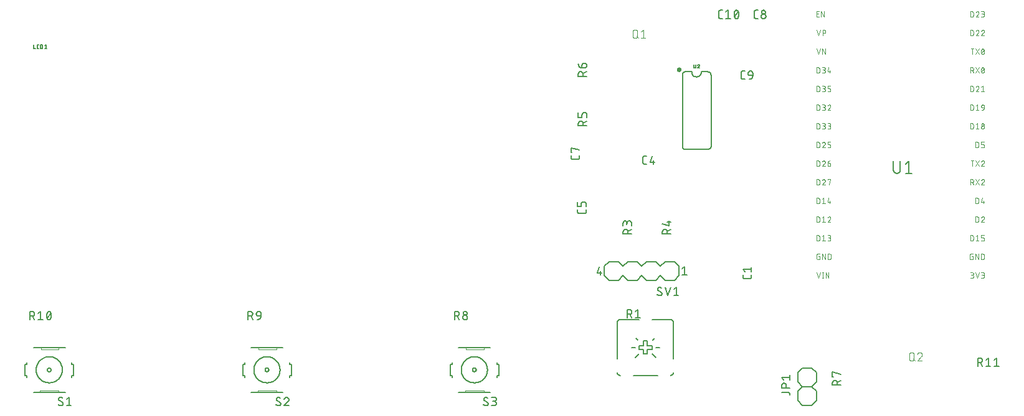
<source format=gbr>
G04 EAGLE Gerber RS-274X export*
G75*
%MOMM*%
%FSLAX34Y34*%
%LPD*%
%INSilkscreen Top*%
%IPPOS*%
%AMOC8*
5,1,8,0,0,1.08239X$1,22.5*%
G01*
%ADD10C,0.127000*%
%ADD11C,0.152400*%
%ADD12C,0.101600*%
%ADD13C,0.076200*%
%ADD14C,0.203200*%
%ADD15C,0.050800*%

G36*
X1005595Y469015D02*
X1005595Y469015D01*
X1005597Y469017D01*
X1005598Y469016D01*
X1006269Y469251D01*
X1006270Y469252D01*
X1006271Y469252D01*
X1006873Y469630D01*
X1006874Y469632D01*
X1006876Y469632D01*
X1007378Y470134D01*
X1007378Y470136D01*
X1007380Y470137D01*
X1007758Y470739D01*
X1007758Y470740D01*
X1007759Y470741D01*
X1007994Y471412D01*
X1007994Y471414D01*
X1007995Y471415D01*
X1008074Y472121D01*
X1008074Y472122D01*
X1008073Y472123D01*
X1008074Y472124D01*
X1007995Y472830D01*
X1007993Y472832D01*
X1007994Y472833D01*
X1007759Y473504D01*
X1007758Y473505D01*
X1007758Y473506D01*
X1007380Y474108D01*
X1007378Y474109D01*
X1007378Y474111D01*
X1006876Y474613D01*
X1006874Y474613D01*
X1006873Y474615D01*
X1006271Y474993D01*
X1006270Y474993D01*
X1006269Y474994D01*
X1005598Y475229D01*
X1005596Y475229D01*
X1005595Y475230D01*
X1004889Y475309D01*
X1004887Y475308D01*
X1004886Y475309D01*
X1004180Y475230D01*
X1004178Y475228D01*
X1004177Y475229D01*
X1003506Y474994D01*
X1003505Y474993D01*
X1003504Y474993D01*
X1002902Y474615D01*
X1002901Y474613D01*
X1002899Y474613D01*
X1002397Y474111D01*
X1002397Y474109D01*
X1002395Y474108D01*
X1002017Y473506D01*
X1002017Y473505D01*
X1002016Y473504D01*
X1001781Y472833D01*
X1001782Y472831D01*
X1001780Y472830D01*
X1001701Y472124D01*
X1001702Y472122D01*
X1001701Y472121D01*
X1001780Y471415D01*
X1001782Y471413D01*
X1001781Y471412D01*
X1002016Y470741D01*
X1002017Y470740D01*
X1002017Y470739D01*
X1002395Y470137D01*
X1002397Y470136D01*
X1002397Y470134D01*
X1002899Y469632D01*
X1002901Y469632D01*
X1002902Y469630D01*
X1003504Y469252D01*
X1003505Y469252D01*
X1003506Y469251D01*
X1004177Y469016D01*
X1004179Y469017D01*
X1004180Y469015D01*
X1004886Y468936D01*
X1004888Y468937D01*
X1004889Y468936D01*
X1005595Y469015D01*
G37*
D10*
X1102995Y192405D02*
X1102995Y189865D01*
X1102993Y189765D01*
X1102987Y189666D01*
X1102977Y189566D01*
X1102964Y189468D01*
X1102946Y189369D01*
X1102925Y189272D01*
X1102900Y189176D01*
X1102871Y189080D01*
X1102838Y188986D01*
X1102802Y188893D01*
X1102762Y188802D01*
X1102718Y188712D01*
X1102671Y188624D01*
X1102621Y188538D01*
X1102567Y188454D01*
X1102510Y188372D01*
X1102450Y188293D01*
X1102386Y188215D01*
X1102320Y188141D01*
X1102251Y188069D01*
X1102179Y188000D01*
X1102105Y187934D01*
X1102027Y187870D01*
X1101948Y187810D01*
X1101866Y187753D01*
X1101782Y187699D01*
X1101696Y187649D01*
X1101608Y187602D01*
X1101518Y187558D01*
X1101427Y187518D01*
X1101334Y187482D01*
X1101240Y187449D01*
X1101144Y187420D01*
X1101048Y187395D01*
X1100951Y187374D01*
X1100852Y187356D01*
X1100754Y187343D01*
X1100654Y187333D01*
X1100555Y187327D01*
X1100455Y187325D01*
X1094105Y187325D01*
X1094005Y187327D01*
X1093906Y187333D01*
X1093806Y187343D01*
X1093708Y187356D01*
X1093609Y187374D01*
X1093512Y187395D01*
X1093416Y187420D01*
X1093320Y187449D01*
X1093226Y187482D01*
X1093133Y187518D01*
X1093042Y187558D01*
X1092952Y187602D01*
X1092864Y187649D01*
X1092778Y187699D01*
X1092694Y187753D01*
X1092612Y187810D01*
X1092533Y187870D01*
X1092455Y187934D01*
X1092381Y188000D01*
X1092309Y188069D01*
X1092240Y188141D01*
X1092174Y188215D01*
X1092110Y188293D01*
X1092050Y188372D01*
X1091993Y188454D01*
X1091939Y188538D01*
X1091889Y188624D01*
X1091842Y188712D01*
X1091798Y188802D01*
X1091758Y188893D01*
X1091722Y188986D01*
X1091689Y189080D01*
X1091660Y189176D01*
X1091635Y189272D01*
X1091614Y189369D01*
X1091596Y189468D01*
X1091583Y189566D01*
X1091573Y189666D01*
X1091567Y189765D01*
X1091565Y189865D01*
X1091565Y192405D01*
X1094105Y196887D02*
X1091565Y200062D01*
X1102995Y200062D01*
X1102995Y196887D02*
X1102995Y203237D01*
X1063625Y541655D02*
X1061085Y541655D01*
X1060985Y541657D01*
X1060886Y541663D01*
X1060786Y541673D01*
X1060688Y541686D01*
X1060589Y541704D01*
X1060492Y541725D01*
X1060396Y541750D01*
X1060300Y541779D01*
X1060206Y541812D01*
X1060113Y541848D01*
X1060022Y541888D01*
X1059932Y541932D01*
X1059844Y541979D01*
X1059758Y542029D01*
X1059674Y542083D01*
X1059592Y542140D01*
X1059513Y542200D01*
X1059435Y542264D01*
X1059361Y542330D01*
X1059289Y542399D01*
X1059220Y542471D01*
X1059154Y542545D01*
X1059090Y542623D01*
X1059030Y542702D01*
X1058973Y542784D01*
X1058919Y542868D01*
X1058869Y542954D01*
X1058822Y543042D01*
X1058778Y543132D01*
X1058738Y543223D01*
X1058702Y543316D01*
X1058669Y543410D01*
X1058640Y543506D01*
X1058615Y543602D01*
X1058594Y543699D01*
X1058576Y543798D01*
X1058563Y543896D01*
X1058553Y543996D01*
X1058547Y544095D01*
X1058545Y544195D01*
X1058545Y550545D01*
X1058547Y550645D01*
X1058553Y550744D01*
X1058563Y550844D01*
X1058576Y550942D01*
X1058594Y551041D01*
X1058615Y551138D01*
X1058640Y551234D01*
X1058669Y551330D01*
X1058702Y551424D01*
X1058738Y551517D01*
X1058778Y551608D01*
X1058822Y551698D01*
X1058869Y551786D01*
X1058919Y551872D01*
X1058973Y551956D01*
X1059030Y552038D01*
X1059090Y552117D01*
X1059154Y552195D01*
X1059220Y552269D01*
X1059289Y552341D01*
X1059361Y552410D01*
X1059435Y552476D01*
X1059513Y552540D01*
X1059592Y552600D01*
X1059674Y552657D01*
X1059758Y552711D01*
X1059844Y552761D01*
X1059932Y552808D01*
X1060022Y552852D01*
X1060113Y552892D01*
X1060206Y552928D01*
X1060300Y552961D01*
X1060396Y552990D01*
X1060492Y553015D01*
X1060589Y553036D01*
X1060688Y553054D01*
X1060786Y553067D01*
X1060886Y553077D01*
X1060985Y553083D01*
X1061085Y553085D01*
X1063625Y553085D01*
X1068107Y550545D02*
X1071282Y553085D01*
X1071282Y541655D01*
X1068107Y541655D02*
X1074457Y541655D01*
X1079538Y547370D02*
X1079541Y547595D01*
X1079549Y547820D01*
X1079562Y548044D01*
X1079581Y548268D01*
X1079605Y548492D01*
X1079634Y548715D01*
X1079669Y548937D01*
X1079709Y549158D01*
X1079755Y549378D01*
X1079805Y549597D01*
X1079861Y549815D01*
X1079922Y550032D01*
X1079988Y550247D01*
X1080059Y550460D01*
X1080136Y550671D01*
X1080217Y550881D01*
X1080303Y551089D01*
X1080394Y551294D01*
X1080490Y551497D01*
X1080489Y551498D02*
X1080521Y551586D01*
X1080557Y551673D01*
X1080596Y551759D01*
X1080639Y551843D01*
X1080685Y551925D01*
X1080734Y552005D01*
X1080786Y552083D01*
X1080842Y552159D01*
X1080900Y552233D01*
X1080962Y552304D01*
X1081026Y552373D01*
X1081093Y552439D01*
X1081162Y552502D01*
X1081234Y552563D01*
X1081308Y552621D01*
X1081385Y552675D01*
X1081463Y552727D01*
X1081544Y552775D01*
X1081626Y552820D01*
X1081711Y552862D01*
X1081797Y552900D01*
X1081884Y552935D01*
X1081972Y552967D01*
X1082062Y552994D01*
X1082153Y553019D01*
X1082245Y553039D01*
X1082337Y553056D01*
X1082431Y553069D01*
X1082524Y553078D01*
X1082618Y553084D01*
X1082712Y553086D01*
X1082806Y553084D01*
X1082900Y553078D01*
X1082993Y553069D01*
X1083087Y553056D01*
X1083179Y553039D01*
X1083271Y553019D01*
X1083362Y552994D01*
X1083452Y552967D01*
X1083540Y552935D01*
X1083627Y552900D01*
X1083713Y552862D01*
X1083798Y552820D01*
X1083880Y552775D01*
X1083961Y552727D01*
X1084039Y552675D01*
X1084116Y552621D01*
X1084190Y552563D01*
X1084262Y552502D01*
X1084331Y552439D01*
X1084398Y552373D01*
X1084462Y552304D01*
X1084524Y552233D01*
X1084582Y552159D01*
X1084638Y552083D01*
X1084690Y552005D01*
X1084739Y551925D01*
X1084785Y551843D01*
X1084828Y551759D01*
X1084867Y551673D01*
X1084903Y551586D01*
X1084935Y551498D01*
X1084935Y551497D02*
X1085031Y551294D01*
X1085122Y551089D01*
X1085208Y550881D01*
X1085289Y550671D01*
X1085366Y550460D01*
X1085437Y550247D01*
X1085503Y550032D01*
X1085564Y549815D01*
X1085620Y549597D01*
X1085670Y549378D01*
X1085716Y549158D01*
X1085756Y548937D01*
X1085791Y548715D01*
X1085820Y548492D01*
X1085844Y548268D01*
X1085863Y548044D01*
X1085876Y547820D01*
X1085884Y547595D01*
X1085887Y547370D01*
X1079538Y547370D02*
X1079541Y547145D01*
X1079549Y546920D01*
X1079562Y546696D01*
X1079581Y546472D01*
X1079605Y546248D01*
X1079634Y546025D01*
X1079669Y545803D01*
X1079709Y545582D01*
X1079755Y545362D01*
X1079805Y545143D01*
X1079861Y544925D01*
X1079922Y544708D01*
X1079988Y544493D01*
X1080059Y544280D01*
X1080136Y544069D01*
X1080217Y543859D01*
X1080303Y543651D01*
X1080394Y543446D01*
X1080490Y543243D01*
X1080489Y543243D02*
X1080521Y543155D01*
X1080557Y543068D01*
X1080596Y542982D01*
X1080639Y542898D01*
X1080685Y542816D01*
X1080734Y542736D01*
X1080786Y542658D01*
X1080842Y542582D01*
X1080900Y542508D01*
X1080962Y542437D01*
X1081026Y542368D01*
X1081093Y542302D01*
X1081162Y542239D01*
X1081234Y542178D01*
X1081308Y542120D01*
X1081385Y542066D01*
X1081463Y542014D01*
X1081544Y541966D01*
X1081626Y541921D01*
X1081711Y541879D01*
X1081797Y541841D01*
X1081884Y541806D01*
X1081972Y541774D01*
X1082062Y541747D01*
X1082153Y541722D01*
X1082245Y541702D01*
X1082337Y541685D01*
X1082431Y541672D01*
X1082524Y541663D01*
X1082618Y541657D01*
X1082712Y541655D01*
X1084935Y543243D02*
X1085031Y543446D01*
X1085122Y543651D01*
X1085208Y543859D01*
X1085289Y544069D01*
X1085366Y544280D01*
X1085437Y544493D01*
X1085503Y544708D01*
X1085564Y544925D01*
X1085620Y545143D01*
X1085670Y545362D01*
X1085716Y545582D01*
X1085756Y545803D01*
X1085791Y546025D01*
X1085820Y546248D01*
X1085844Y546472D01*
X1085863Y546696D01*
X1085876Y546920D01*
X1085884Y547145D01*
X1085887Y547370D01*
X1084935Y543243D02*
X1084903Y543155D01*
X1084867Y543068D01*
X1084828Y542982D01*
X1084785Y542898D01*
X1084739Y542816D01*
X1084690Y542736D01*
X1084638Y542658D01*
X1084582Y542582D01*
X1084524Y542508D01*
X1084462Y542437D01*
X1084398Y542368D01*
X1084331Y542302D01*
X1084262Y542239D01*
X1084190Y542178D01*
X1084116Y542120D01*
X1084039Y542066D01*
X1083961Y542014D01*
X1083880Y541966D01*
X1083798Y541921D01*
X1083713Y541879D01*
X1083627Y541841D01*
X1083540Y541806D01*
X1083452Y541774D01*
X1083362Y541747D01*
X1083271Y541722D01*
X1083179Y541702D01*
X1083087Y541685D01*
X1082993Y541672D01*
X1082900Y541663D01*
X1082806Y541657D01*
X1082712Y541655D01*
X1080172Y544195D02*
X1085252Y550545D01*
X960755Y343281D02*
X958215Y343281D01*
X958115Y343283D01*
X958016Y343289D01*
X957916Y343299D01*
X957818Y343312D01*
X957719Y343330D01*
X957622Y343351D01*
X957526Y343376D01*
X957430Y343405D01*
X957336Y343438D01*
X957243Y343474D01*
X957152Y343514D01*
X957062Y343558D01*
X956974Y343605D01*
X956888Y343655D01*
X956804Y343709D01*
X956722Y343766D01*
X956643Y343826D01*
X956565Y343890D01*
X956491Y343956D01*
X956419Y344025D01*
X956350Y344097D01*
X956284Y344171D01*
X956220Y344249D01*
X956160Y344328D01*
X956103Y344410D01*
X956049Y344494D01*
X955999Y344580D01*
X955952Y344668D01*
X955908Y344758D01*
X955868Y344849D01*
X955832Y344942D01*
X955799Y345036D01*
X955770Y345132D01*
X955745Y345228D01*
X955724Y345325D01*
X955706Y345424D01*
X955693Y345522D01*
X955683Y345622D01*
X955677Y345721D01*
X955675Y345821D01*
X955675Y352171D01*
X955677Y352271D01*
X955683Y352370D01*
X955693Y352470D01*
X955706Y352568D01*
X955724Y352667D01*
X955745Y352764D01*
X955770Y352860D01*
X955799Y352956D01*
X955832Y353050D01*
X955868Y353143D01*
X955908Y353234D01*
X955952Y353324D01*
X955999Y353412D01*
X956049Y353498D01*
X956103Y353582D01*
X956160Y353664D01*
X956220Y353743D01*
X956284Y353821D01*
X956350Y353895D01*
X956419Y353967D01*
X956491Y354036D01*
X956565Y354102D01*
X956643Y354166D01*
X956722Y354226D01*
X956804Y354283D01*
X956888Y354337D01*
X956974Y354387D01*
X957062Y354434D01*
X957152Y354478D01*
X957243Y354518D01*
X957336Y354554D01*
X957430Y354587D01*
X957526Y354616D01*
X957622Y354641D01*
X957719Y354662D01*
X957818Y354680D01*
X957916Y354693D01*
X958016Y354703D01*
X958115Y354709D01*
X958215Y354711D01*
X960755Y354711D01*
X967777Y354711D02*
X965237Y345821D01*
X971587Y345821D01*
X969682Y348361D02*
X969682Y343281D01*
X878205Y281305D02*
X878205Y278765D01*
X878203Y278665D01*
X878197Y278566D01*
X878187Y278466D01*
X878174Y278368D01*
X878156Y278269D01*
X878135Y278172D01*
X878110Y278076D01*
X878081Y277980D01*
X878048Y277886D01*
X878012Y277793D01*
X877972Y277702D01*
X877928Y277612D01*
X877881Y277524D01*
X877831Y277438D01*
X877777Y277354D01*
X877720Y277272D01*
X877660Y277193D01*
X877596Y277115D01*
X877530Y277041D01*
X877461Y276969D01*
X877389Y276900D01*
X877315Y276834D01*
X877237Y276770D01*
X877158Y276710D01*
X877076Y276653D01*
X876992Y276599D01*
X876906Y276549D01*
X876818Y276502D01*
X876728Y276458D01*
X876637Y276418D01*
X876544Y276382D01*
X876450Y276349D01*
X876354Y276320D01*
X876258Y276295D01*
X876161Y276274D01*
X876062Y276256D01*
X875964Y276243D01*
X875864Y276233D01*
X875765Y276227D01*
X875665Y276225D01*
X869315Y276225D01*
X869215Y276227D01*
X869116Y276233D01*
X869016Y276243D01*
X868918Y276256D01*
X868819Y276274D01*
X868722Y276295D01*
X868626Y276320D01*
X868530Y276349D01*
X868436Y276382D01*
X868343Y276418D01*
X868252Y276458D01*
X868162Y276502D01*
X868074Y276549D01*
X867988Y276599D01*
X867904Y276653D01*
X867822Y276710D01*
X867743Y276770D01*
X867665Y276834D01*
X867591Y276900D01*
X867519Y276969D01*
X867450Y277041D01*
X867384Y277115D01*
X867320Y277193D01*
X867260Y277272D01*
X867203Y277354D01*
X867149Y277438D01*
X867099Y277524D01*
X867052Y277612D01*
X867008Y277702D01*
X866968Y277793D01*
X866932Y277886D01*
X866899Y277980D01*
X866870Y278076D01*
X866845Y278172D01*
X866824Y278269D01*
X866806Y278368D01*
X866793Y278466D01*
X866783Y278566D01*
X866777Y278665D01*
X866775Y278765D01*
X866775Y281305D01*
X878205Y285787D02*
X878205Y289597D01*
X878203Y289697D01*
X878197Y289796D01*
X878187Y289896D01*
X878174Y289994D01*
X878156Y290093D01*
X878135Y290190D01*
X878110Y290286D01*
X878081Y290382D01*
X878048Y290476D01*
X878012Y290569D01*
X877972Y290660D01*
X877928Y290750D01*
X877881Y290838D01*
X877831Y290924D01*
X877777Y291008D01*
X877720Y291090D01*
X877660Y291169D01*
X877596Y291247D01*
X877530Y291321D01*
X877461Y291393D01*
X877389Y291462D01*
X877315Y291528D01*
X877237Y291592D01*
X877158Y291652D01*
X877076Y291709D01*
X876992Y291763D01*
X876906Y291813D01*
X876818Y291860D01*
X876728Y291904D01*
X876637Y291944D01*
X876544Y291980D01*
X876450Y292013D01*
X876354Y292042D01*
X876258Y292067D01*
X876161Y292088D01*
X876062Y292106D01*
X875964Y292119D01*
X875864Y292129D01*
X875765Y292135D01*
X875665Y292137D01*
X874395Y292137D01*
X874295Y292135D01*
X874196Y292129D01*
X874096Y292119D01*
X873998Y292106D01*
X873899Y292088D01*
X873802Y292067D01*
X873706Y292042D01*
X873610Y292013D01*
X873516Y291980D01*
X873423Y291944D01*
X873332Y291904D01*
X873242Y291860D01*
X873154Y291813D01*
X873068Y291763D01*
X872984Y291709D01*
X872902Y291652D01*
X872823Y291592D01*
X872745Y291528D01*
X872671Y291462D01*
X872599Y291393D01*
X872530Y291321D01*
X872464Y291247D01*
X872400Y291169D01*
X872340Y291090D01*
X872283Y291008D01*
X872229Y290924D01*
X872179Y290838D01*
X872132Y290750D01*
X872088Y290660D01*
X872048Y290569D01*
X872012Y290476D01*
X871979Y290382D01*
X871950Y290286D01*
X871925Y290190D01*
X871904Y290093D01*
X871886Y289994D01*
X871873Y289896D01*
X871863Y289796D01*
X871857Y289697D01*
X871855Y289597D01*
X871855Y285787D01*
X866775Y285787D01*
X866775Y292137D01*
X869315Y352425D02*
X869315Y354965D01*
X869315Y352425D02*
X869313Y352325D01*
X869307Y352226D01*
X869297Y352126D01*
X869284Y352028D01*
X869266Y351929D01*
X869245Y351832D01*
X869220Y351736D01*
X869191Y351640D01*
X869158Y351546D01*
X869122Y351453D01*
X869082Y351362D01*
X869038Y351272D01*
X868991Y351184D01*
X868941Y351098D01*
X868887Y351014D01*
X868830Y350932D01*
X868770Y350853D01*
X868706Y350775D01*
X868640Y350701D01*
X868571Y350629D01*
X868499Y350560D01*
X868425Y350494D01*
X868347Y350430D01*
X868268Y350370D01*
X868186Y350313D01*
X868102Y350259D01*
X868016Y350209D01*
X867928Y350162D01*
X867838Y350118D01*
X867747Y350078D01*
X867654Y350042D01*
X867560Y350009D01*
X867464Y349980D01*
X867368Y349955D01*
X867271Y349934D01*
X867172Y349916D01*
X867074Y349903D01*
X866974Y349893D01*
X866875Y349887D01*
X866775Y349885D01*
X860425Y349885D01*
X860325Y349887D01*
X860226Y349893D01*
X860126Y349903D01*
X860028Y349916D01*
X859929Y349934D01*
X859832Y349955D01*
X859736Y349980D01*
X859640Y350009D01*
X859546Y350042D01*
X859453Y350078D01*
X859362Y350118D01*
X859272Y350162D01*
X859184Y350209D01*
X859098Y350259D01*
X859014Y350313D01*
X858932Y350370D01*
X858853Y350430D01*
X858775Y350494D01*
X858701Y350560D01*
X858629Y350629D01*
X858560Y350701D01*
X858494Y350775D01*
X858430Y350853D01*
X858370Y350932D01*
X858313Y351014D01*
X858259Y351098D01*
X858209Y351184D01*
X858162Y351272D01*
X858118Y351362D01*
X858078Y351453D01*
X858042Y351546D01*
X858009Y351640D01*
X857980Y351736D01*
X857955Y351832D01*
X857934Y351929D01*
X857916Y352028D01*
X857903Y352126D01*
X857893Y352226D01*
X857887Y352325D01*
X857885Y352425D01*
X857885Y354965D01*
X857885Y359447D02*
X859155Y359447D01*
X857885Y359447D02*
X857885Y365797D01*
X869315Y362622D01*
X1109345Y541655D02*
X1111885Y541655D01*
X1109345Y541655D02*
X1109245Y541657D01*
X1109146Y541663D01*
X1109046Y541673D01*
X1108948Y541686D01*
X1108849Y541704D01*
X1108752Y541725D01*
X1108656Y541750D01*
X1108560Y541779D01*
X1108466Y541812D01*
X1108373Y541848D01*
X1108282Y541888D01*
X1108192Y541932D01*
X1108104Y541979D01*
X1108018Y542029D01*
X1107934Y542083D01*
X1107852Y542140D01*
X1107773Y542200D01*
X1107695Y542264D01*
X1107621Y542330D01*
X1107549Y542399D01*
X1107480Y542471D01*
X1107414Y542545D01*
X1107350Y542623D01*
X1107290Y542702D01*
X1107233Y542784D01*
X1107179Y542868D01*
X1107129Y542954D01*
X1107082Y543042D01*
X1107038Y543132D01*
X1106998Y543223D01*
X1106962Y543316D01*
X1106929Y543410D01*
X1106900Y543506D01*
X1106875Y543602D01*
X1106854Y543699D01*
X1106836Y543798D01*
X1106823Y543896D01*
X1106813Y543996D01*
X1106807Y544095D01*
X1106805Y544195D01*
X1106805Y550545D01*
X1106807Y550645D01*
X1106813Y550744D01*
X1106823Y550844D01*
X1106836Y550942D01*
X1106854Y551041D01*
X1106875Y551138D01*
X1106900Y551234D01*
X1106929Y551330D01*
X1106962Y551424D01*
X1106998Y551517D01*
X1107038Y551608D01*
X1107082Y551698D01*
X1107129Y551786D01*
X1107179Y551872D01*
X1107233Y551956D01*
X1107290Y552038D01*
X1107350Y552117D01*
X1107414Y552195D01*
X1107480Y552269D01*
X1107549Y552341D01*
X1107621Y552410D01*
X1107695Y552476D01*
X1107773Y552540D01*
X1107852Y552600D01*
X1107934Y552657D01*
X1108018Y552711D01*
X1108104Y552761D01*
X1108192Y552808D01*
X1108282Y552852D01*
X1108373Y552892D01*
X1108466Y552928D01*
X1108560Y552961D01*
X1108656Y552990D01*
X1108752Y553015D01*
X1108849Y553036D01*
X1108948Y553054D01*
X1109046Y553067D01*
X1109146Y553077D01*
X1109245Y553083D01*
X1109345Y553085D01*
X1111885Y553085D01*
X1116367Y544830D02*
X1116369Y544941D01*
X1116375Y545051D01*
X1116384Y545162D01*
X1116398Y545272D01*
X1116415Y545381D01*
X1116436Y545490D01*
X1116461Y545598D01*
X1116490Y545705D01*
X1116522Y545811D01*
X1116558Y545916D01*
X1116598Y546019D01*
X1116641Y546121D01*
X1116688Y546222D01*
X1116739Y546321D01*
X1116792Y546418D01*
X1116849Y546512D01*
X1116910Y546605D01*
X1116973Y546696D01*
X1117040Y546785D01*
X1117110Y546871D01*
X1117183Y546954D01*
X1117258Y547036D01*
X1117336Y547114D01*
X1117418Y547189D01*
X1117501Y547262D01*
X1117587Y547332D01*
X1117676Y547399D01*
X1117767Y547462D01*
X1117860Y547523D01*
X1117955Y547580D01*
X1118051Y547633D01*
X1118150Y547684D01*
X1118251Y547731D01*
X1118353Y547774D01*
X1118456Y547814D01*
X1118561Y547850D01*
X1118667Y547882D01*
X1118774Y547911D01*
X1118882Y547936D01*
X1118991Y547957D01*
X1119100Y547974D01*
X1119210Y547988D01*
X1119321Y547997D01*
X1119431Y548003D01*
X1119542Y548005D01*
X1119653Y548003D01*
X1119763Y547997D01*
X1119874Y547988D01*
X1119984Y547974D01*
X1120093Y547957D01*
X1120202Y547936D01*
X1120310Y547911D01*
X1120417Y547882D01*
X1120523Y547850D01*
X1120628Y547814D01*
X1120731Y547774D01*
X1120833Y547731D01*
X1120934Y547684D01*
X1121033Y547633D01*
X1121130Y547580D01*
X1121224Y547523D01*
X1121317Y547462D01*
X1121408Y547399D01*
X1121497Y547332D01*
X1121583Y547262D01*
X1121666Y547189D01*
X1121748Y547114D01*
X1121826Y547036D01*
X1121901Y546954D01*
X1121974Y546871D01*
X1122044Y546785D01*
X1122111Y546696D01*
X1122174Y546605D01*
X1122235Y546512D01*
X1122292Y546418D01*
X1122345Y546321D01*
X1122396Y546222D01*
X1122443Y546121D01*
X1122486Y546019D01*
X1122526Y545916D01*
X1122562Y545811D01*
X1122594Y545705D01*
X1122623Y545598D01*
X1122648Y545490D01*
X1122669Y545381D01*
X1122686Y545272D01*
X1122700Y545162D01*
X1122709Y545051D01*
X1122715Y544941D01*
X1122717Y544830D01*
X1122715Y544719D01*
X1122709Y544609D01*
X1122700Y544498D01*
X1122686Y544388D01*
X1122669Y544279D01*
X1122648Y544170D01*
X1122623Y544062D01*
X1122594Y543955D01*
X1122562Y543849D01*
X1122526Y543744D01*
X1122486Y543641D01*
X1122443Y543539D01*
X1122396Y543438D01*
X1122345Y543339D01*
X1122292Y543243D01*
X1122235Y543148D01*
X1122174Y543055D01*
X1122111Y542964D01*
X1122044Y542875D01*
X1121974Y542789D01*
X1121901Y542706D01*
X1121826Y542624D01*
X1121748Y542546D01*
X1121666Y542471D01*
X1121583Y542398D01*
X1121497Y542328D01*
X1121408Y542261D01*
X1121317Y542198D01*
X1121224Y542137D01*
X1121130Y542080D01*
X1121033Y542027D01*
X1120934Y541976D01*
X1120833Y541929D01*
X1120731Y541886D01*
X1120628Y541846D01*
X1120523Y541810D01*
X1120417Y541778D01*
X1120310Y541749D01*
X1120202Y541724D01*
X1120093Y541703D01*
X1119984Y541686D01*
X1119874Y541672D01*
X1119763Y541663D01*
X1119653Y541657D01*
X1119542Y541655D01*
X1119431Y541657D01*
X1119321Y541663D01*
X1119210Y541672D01*
X1119100Y541686D01*
X1118991Y541703D01*
X1118882Y541724D01*
X1118774Y541749D01*
X1118667Y541778D01*
X1118561Y541810D01*
X1118456Y541846D01*
X1118353Y541886D01*
X1118251Y541929D01*
X1118150Y541976D01*
X1118051Y542027D01*
X1117955Y542080D01*
X1117860Y542137D01*
X1117767Y542198D01*
X1117676Y542261D01*
X1117587Y542328D01*
X1117501Y542398D01*
X1117418Y542471D01*
X1117336Y542546D01*
X1117258Y542624D01*
X1117183Y542706D01*
X1117110Y542789D01*
X1117040Y542875D01*
X1116973Y542964D01*
X1116910Y543055D01*
X1116849Y543148D01*
X1116792Y543243D01*
X1116739Y543339D01*
X1116688Y543438D01*
X1116641Y543539D01*
X1116598Y543641D01*
X1116558Y543744D01*
X1116522Y543849D01*
X1116490Y543955D01*
X1116461Y544062D01*
X1116436Y544170D01*
X1116415Y544279D01*
X1116398Y544388D01*
X1116384Y544498D01*
X1116375Y544609D01*
X1116369Y544719D01*
X1116367Y544830D01*
X1117002Y550545D02*
X1117004Y550645D01*
X1117010Y550744D01*
X1117020Y550844D01*
X1117033Y550942D01*
X1117051Y551041D01*
X1117072Y551138D01*
X1117097Y551234D01*
X1117126Y551330D01*
X1117159Y551424D01*
X1117195Y551517D01*
X1117235Y551608D01*
X1117279Y551698D01*
X1117326Y551786D01*
X1117376Y551872D01*
X1117430Y551956D01*
X1117487Y552038D01*
X1117547Y552117D01*
X1117611Y552195D01*
X1117677Y552269D01*
X1117746Y552341D01*
X1117818Y552410D01*
X1117892Y552476D01*
X1117970Y552540D01*
X1118049Y552600D01*
X1118131Y552657D01*
X1118215Y552711D01*
X1118301Y552761D01*
X1118389Y552808D01*
X1118479Y552852D01*
X1118570Y552892D01*
X1118663Y552928D01*
X1118757Y552961D01*
X1118853Y552990D01*
X1118949Y553015D01*
X1119046Y553036D01*
X1119145Y553054D01*
X1119243Y553067D01*
X1119343Y553077D01*
X1119442Y553083D01*
X1119542Y553085D01*
X1119642Y553083D01*
X1119741Y553077D01*
X1119841Y553067D01*
X1119939Y553054D01*
X1120038Y553036D01*
X1120135Y553015D01*
X1120231Y552990D01*
X1120327Y552961D01*
X1120421Y552928D01*
X1120514Y552892D01*
X1120605Y552852D01*
X1120695Y552808D01*
X1120783Y552761D01*
X1120869Y552711D01*
X1120953Y552657D01*
X1121035Y552600D01*
X1121114Y552540D01*
X1121192Y552476D01*
X1121266Y552410D01*
X1121338Y552341D01*
X1121407Y552269D01*
X1121473Y552195D01*
X1121537Y552117D01*
X1121597Y552038D01*
X1121654Y551956D01*
X1121708Y551872D01*
X1121758Y551786D01*
X1121805Y551698D01*
X1121849Y551608D01*
X1121889Y551517D01*
X1121925Y551424D01*
X1121958Y551330D01*
X1121987Y551234D01*
X1122012Y551138D01*
X1122033Y551041D01*
X1122051Y550942D01*
X1122064Y550844D01*
X1122074Y550744D01*
X1122080Y550645D01*
X1122082Y550545D01*
X1122080Y550445D01*
X1122074Y550346D01*
X1122064Y550246D01*
X1122051Y550148D01*
X1122033Y550049D01*
X1122012Y549952D01*
X1121987Y549856D01*
X1121958Y549760D01*
X1121925Y549666D01*
X1121889Y549573D01*
X1121849Y549482D01*
X1121805Y549392D01*
X1121758Y549304D01*
X1121708Y549218D01*
X1121654Y549134D01*
X1121597Y549052D01*
X1121537Y548973D01*
X1121473Y548895D01*
X1121407Y548821D01*
X1121338Y548749D01*
X1121266Y548680D01*
X1121192Y548614D01*
X1121114Y548550D01*
X1121035Y548490D01*
X1120953Y548433D01*
X1120869Y548379D01*
X1120783Y548329D01*
X1120695Y548282D01*
X1120605Y548238D01*
X1120514Y548198D01*
X1120421Y548162D01*
X1120327Y548129D01*
X1120231Y548100D01*
X1120135Y548075D01*
X1120038Y548054D01*
X1119939Y548036D01*
X1119841Y548023D01*
X1119741Y548013D01*
X1119642Y548007D01*
X1119542Y548005D01*
X1119442Y548007D01*
X1119343Y548013D01*
X1119243Y548023D01*
X1119145Y548036D01*
X1119046Y548054D01*
X1118949Y548075D01*
X1118853Y548100D01*
X1118757Y548129D01*
X1118663Y548162D01*
X1118570Y548198D01*
X1118479Y548238D01*
X1118389Y548282D01*
X1118301Y548329D01*
X1118215Y548379D01*
X1118131Y548433D01*
X1118049Y548490D01*
X1117970Y548550D01*
X1117892Y548614D01*
X1117818Y548680D01*
X1117746Y548749D01*
X1117677Y548821D01*
X1117611Y548895D01*
X1117547Y548973D01*
X1117487Y549052D01*
X1117430Y549134D01*
X1117376Y549218D01*
X1117326Y549304D01*
X1117279Y549392D01*
X1117235Y549482D01*
X1117195Y549573D01*
X1117159Y549666D01*
X1117126Y549760D01*
X1117097Y549856D01*
X1117072Y549952D01*
X1117051Y550049D01*
X1117033Y550148D01*
X1117020Y550246D01*
X1117010Y550346D01*
X1117004Y550445D01*
X1117002Y550545D01*
X1094105Y459105D02*
X1091565Y459105D01*
X1091465Y459107D01*
X1091366Y459113D01*
X1091266Y459123D01*
X1091168Y459136D01*
X1091069Y459154D01*
X1090972Y459175D01*
X1090876Y459200D01*
X1090780Y459229D01*
X1090686Y459262D01*
X1090593Y459298D01*
X1090502Y459338D01*
X1090412Y459382D01*
X1090324Y459429D01*
X1090238Y459479D01*
X1090154Y459533D01*
X1090072Y459590D01*
X1089993Y459650D01*
X1089915Y459714D01*
X1089841Y459780D01*
X1089769Y459849D01*
X1089700Y459921D01*
X1089634Y459995D01*
X1089570Y460073D01*
X1089510Y460152D01*
X1089453Y460234D01*
X1089399Y460318D01*
X1089349Y460404D01*
X1089302Y460492D01*
X1089258Y460582D01*
X1089218Y460673D01*
X1089182Y460766D01*
X1089149Y460860D01*
X1089120Y460956D01*
X1089095Y461052D01*
X1089074Y461149D01*
X1089056Y461248D01*
X1089043Y461346D01*
X1089033Y461446D01*
X1089027Y461545D01*
X1089025Y461645D01*
X1089025Y467995D01*
X1089027Y468095D01*
X1089033Y468194D01*
X1089043Y468294D01*
X1089056Y468392D01*
X1089074Y468491D01*
X1089095Y468588D01*
X1089120Y468684D01*
X1089149Y468780D01*
X1089182Y468874D01*
X1089218Y468967D01*
X1089258Y469058D01*
X1089302Y469148D01*
X1089349Y469236D01*
X1089399Y469322D01*
X1089453Y469406D01*
X1089510Y469488D01*
X1089570Y469567D01*
X1089634Y469645D01*
X1089700Y469719D01*
X1089769Y469791D01*
X1089841Y469860D01*
X1089915Y469926D01*
X1089993Y469990D01*
X1090072Y470050D01*
X1090154Y470107D01*
X1090238Y470161D01*
X1090324Y470211D01*
X1090412Y470258D01*
X1090502Y470302D01*
X1090593Y470342D01*
X1090686Y470378D01*
X1090780Y470411D01*
X1090876Y470440D01*
X1090972Y470465D01*
X1091069Y470486D01*
X1091168Y470504D01*
X1091266Y470517D01*
X1091366Y470527D01*
X1091465Y470533D01*
X1091565Y470535D01*
X1094105Y470535D01*
X1101127Y464185D02*
X1104937Y464185D01*
X1101127Y464185D02*
X1101027Y464187D01*
X1100928Y464193D01*
X1100828Y464203D01*
X1100730Y464216D01*
X1100631Y464234D01*
X1100534Y464255D01*
X1100438Y464280D01*
X1100342Y464309D01*
X1100248Y464342D01*
X1100155Y464378D01*
X1100064Y464418D01*
X1099974Y464462D01*
X1099886Y464509D01*
X1099800Y464559D01*
X1099716Y464613D01*
X1099634Y464670D01*
X1099555Y464730D01*
X1099477Y464794D01*
X1099403Y464860D01*
X1099331Y464929D01*
X1099262Y465001D01*
X1099196Y465075D01*
X1099132Y465153D01*
X1099072Y465232D01*
X1099015Y465314D01*
X1098961Y465398D01*
X1098911Y465484D01*
X1098864Y465572D01*
X1098820Y465662D01*
X1098780Y465753D01*
X1098744Y465846D01*
X1098711Y465940D01*
X1098682Y466036D01*
X1098657Y466132D01*
X1098636Y466229D01*
X1098618Y466328D01*
X1098605Y466426D01*
X1098595Y466526D01*
X1098589Y466625D01*
X1098587Y466725D01*
X1098587Y467360D01*
X1098589Y467471D01*
X1098595Y467581D01*
X1098604Y467692D01*
X1098618Y467802D01*
X1098635Y467911D01*
X1098656Y468020D01*
X1098681Y468128D01*
X1098710Y468235D01*
X1098742Y468341D01*
X1098778Y468446D01*
X1098818Y468549D01*
X1098861Y468651D01*
X1098908Y468752D01*
X1098959Y468851D01*
X1099012Y468948D01*
X1099069Y469042D01*
X1099130Y469135D01*
X1099193Y469226D01*
X1099260Y469315D01*
X1099330Y469401D01*
X1099403Y469484D01*
X1099478Y469566D01*
X1099556Y469644D01*
X1099638Y469719D01*
X1099721Y469792D01*
X1099807Y469862D01*
X1099896Y469929D01*
X1099987Y469992D01*
X1100080Y470053D01*
X1100175Y470110D01*
X1100271Y470163D01*
X1100370Y470214D01*
X1100471Y470261D01*
X1100573Y470304D01*
X1100676Y470344D01*
X1100781Y470380D01*
X1100887Y470412D01*
X1100994Y470441D01*
X1101102Y470466D01*
X1101211Y470487D01*
X1101320Y470504D01*
X1101430Y470518D01*
X1101541Y470527D01*
X1101651Y470533D01*
X1101762Y470535D01*
X1101873Y470533D01*
X1101983Y470527D01*
X1102094Y470518D01*
X1102204Y470504D01*
X1102313Y470487D01*
X1102422Y470466D01*
X1102530Y470441D01*
X1102637Y470412D01*
X1102743Y470380D01*
X1102848Y470344D01*
X1102951Y470304D01*
X1103053Y470261D01*
X1103154Y470214D01*
X1103253Y470163D01*
X1103350Y470110D01*
X1103444Y470053D01*
X1103537Y469992D01*
X1103628Y469929D01*
X1103717Y469862D01*
X1103803Y469792D01*
X1103886Y469719D01*
X1103968Y469644D01*
X1104046Y469566D01*
X1104121Y469484D01*
X1104194Y469401D01*
X1104264Y469315D01*
X1104331Y469226D01*
X1104394Y469135D01*
X1104455Y469042D01*
X1104512Y468948D01*
X1104565Y468851D01*
X1104616Y468752D01*
X1104663Y468651D01*
X1104706Y468549D01*
X1104746Y468446D01*
X1104782Y468341D01*
X1104814Y468235D01*
X1104843Y468128D01*
X1104868Y468020D01*
X1104889Y467911D01*
X1104906Y467802D01*
X1104920Y467692D01*
X1104929Y467581D01*
X1104935Y467471D01*
X1104937Y467360D01*
X1104937Y464185D01*
X1104935Y464045D01*
X1104929Y463905D01*
X1104920Y463765D01*
X1104906Y463626D01*
X1104889Y463487D01*
X1104868Y463349D01*
X1104843Y463211D01*
X1104814Y463074D01*
X1104782Y462938D01*
X1104745Y462803D01*
X1104705Y462669D01*
X1104662Y462536D01*
X1104614Y462404D01*
X1104564Y462273D01*
X1104509Y462144D01*
X1104451Y462017D01*
X1104390Y461891D01*
X1104325Y461767D01*
X1104256Y461645D01*
X1104185Y461525D01*
X1104110Y461407D01*
X1104032Y461290D01*
X1103950Y461176D01*
X1103866Y461065D01*
X1103778Y460956D01*
X1103688Y460849D01*
X1103594Y460744D01*
X1103498Y460643D01*
X1103399Y460544D01*
X1103298Y460448D01*
X1103193Y460354D01*
X1103086Y460264D01*
X1102977Y460176D01*
X1102866Y460092D01*
X1102752Y460010D01*
X1102635Y459932D01*
X1102517Y459857D01*
X1102397Y459786D01*
X1102275Y459717D01*
X1102151Y459652D01*
X1102025Y459591D01*
X1101898Y459533D01*
X1101769Y459478D01*
X1101638Y459428D01*
X1101506Y459380D01*
X1101373Y459337D01*
X1101239Y459297D01*
X1101104Y459260D01*
X1100968Y459228D01*
X1100831Y459199D01*
X1100693Y459174D01*
X1100555Y459153D01*
X1100416Y459136D01*
X1100277Y459122D01*
X1100137Y459113D01*
X1099997Y459107D01*
X1099857Y459105D01*
D11*
X1191260Y59690D02*
X1191260Y46990D01*
X1184910Y40640D01*
X1172210Y40640D01*
X1165860Y46990D01*
X1172210Y66040D02*
X1184910Y66040D01*
X1191260Y59690D01*
X1172210Y66040D02*
X1165860Y59690D01*
X1165860Y46990D01*
X1184910Y40640D02*
X1191260Y34290D01*
X1191260Y21590D01*
X1184910Y15240D01*
X1172210Y15240D01*
X1165860Y21590D01*
X1165860Y34290D01*
X1172210Y40640D01*
D10*
X1153033Y32818D02*
X1144143Y32818D01*
X1153033Y32818D02*
X1153133Y32816D01*
X1153232Y32810D01*
X1153332Y32800D01*
X1153430Y32787D01*
X1153529Y32769D01*
X1153626Y32748D01*
X1153722Y32723D01*
X1153818Y32694D01*
X1153912Y32661D01*
X1154005Y32625D01*
X1154096Y32585D01*
X1154186Y32541D01*
X1154274Y32494D01*
X1154360Y32444D01*
X1154444Y32390D01*
X1154526Y32333D01*
X1154605Y32273D01*
X1154683Y32209D01*
X1154757Y32143D01*
X1154829Y32074D01*
X1154898Y32002D01*
X1154964Y31928D01*
X1155028Y31850D01*
X1155088Y31771D01*
X1155145Y31689D01*
X1155199Y31605D01*
X1155249Y31519D01*
X1155296Y31431D01*
X1155340Y31341D01*
X1155380Y31250D01*
X1155416Y31157D01*
X1155449Y31063D01*
X1155478Y30967D01*
X1155503Y30871D01*
X1155524Y30774D01*
X1155542Y30675D01*
X1155555Y30577D01*
X1155565Y30477D01*
X1155571Y30378D01*
X1155573Y30278D01*
X1155573Y29008D01*
X1155573Y38799D02*
X1144143Y38799D01*
X1144143Y41974D01*
X1144145Y42085D01*
X1144151Y42195D01*
X1144160Y42306D01*
X1144174Y42416D01*
X1144191Y42525D01*
X1144212Y42634D01*
X1144237Y42742D01*
X1144266Y42849D01*
X1144298Y42955D01*
X1144334Y43060D01*
X1144374Y43163D01*
X1144417Y43265D01*
X1144464Y43366D01*
X1144515Y43465D01*
X1144568Y43561D01*
X1144625Y43656D01*
X1144686Y43749D01*
X1144749Y43840D01*
X1144816Y43929D01*
X1144886Y44015D01*
X1144959Y44098D01*
X1145034Y44180D01*
X1145112Y44258D01*
X1145194Y44333D01*
X1145277Y44406D01*
X1145363Y44476D01*
X1145452Y44543D01*
X1145543Y44606D01*
X1145636Y44667D01*
X1145731Y44724D01*
X1145827Y44777D01*
X1145926Y44828D01*
X1146027Y44875D01*
X1146129Y44918D01*
X1146232Y44958D01*
X1146337Y44994D01*
X1146443Y45026D01*
X1146550Y45055D01*
X1146658Y45080D01*
X1146767Y45101D01*
X1146876Y45118D01*
X1146986Y45132D01*
X1147097Y45141D01*
X1147207Y45147D01*
X1147318Y45149D01*
X1147429Y45147D01*
X1147539Y45141D01*
X1147650Y45132D01*
X1147760Y45118D01*
X1147869Y45101D01*
X1147978Y45080D01*
X1148086Y45055D01*
X1148193Y45026D01*
X1148299Y44994D01*
X1148404Y44958D01*
X1148507Y44918D01*
X1148609Y44875D01*
X1148710Y44828D01*
X1148809Y44777D01*
X1148906Y44724D01*
X1149000Y44667D01*
X1149093Y44606D01*
X1149184Y44543D01*
X1149273Y44476D01*
X1149359Y44406D01*
X1149442Y44333D01*
X1149524Y44258D01*
X1149602Y44180D01*
X1149677Y44098D01*
X1149750Y44015D01*
X1149820Y43929D01*
X1149887Y43840D01*
X1149950Y43749D01*
X1150011Y43656D01*
X1150068Y43562D01*
X1150121Y43465D01*
X1150172Y43366D01*
X1150219Y43265D01*
X1150262Y43163D01*
X1150302Y43060D01*
X1150338Y42955D01*
X1150370Y42849D01*
X1150399Y42742D01*
X1150424Y42634D01*
X1150445Y42525D01*
X1150462Y42416D01*
X1150476Y42306D01*
X1150485Y42195D01*
X1150491Y42085D01*
X1150493Y41974D01*
X1150493Y38799D01*
X1146683Y49657D02*
X1144143Y52832D01*
X1155573Y52832D01*
X1155573Y49657D02*
X1155573Y56007D01*
X127635Y501015D02*
X127635Y505841D01*
X127635Y501015D02*
X129780Y501015D01*
X133231Y501015D02*
X134304Y501015D01*
X133231Y501015D02*
X133166Y501017D01*
X133102Y501023D01*
X133038Y501033D01*
X132974Y501046D01*
X132912Y501064D01*
X132851Y501085D01*
X132791Y501109D01*
X132733Y501138D01*
X132676Y501170D01*
X132622Y501205D01*
X132570Y501243D01*
X132520Y501285D01*
X132473Y501329D01*
X132429Y501376D01*
X132387Y501426D01*
X132349Y501478D01*
X132314Y501532D01*
X132282Y501589D01*
X132253Y501647D01*
X132229Y501707D01*
X132208Y501768D01*
X132190Y501830D01*
X132177Y501894D01*
X132167Y501958D01*
X132161Y502022D01*
X132159Y502087D01*
X132159Y504769D01*
X132161Y504834D01*
X132167Y504898D01*
X132177Y504962D01*
X132190Y505026D01*
X132208Y505088D01*
X132229Y505149D01*
X132253Y505209D01*
X132282Y505267D01*
X132314Y505324D01*
X132349Y505378D01*
X132387Y505430D01*
X132429Y505480D01*
X132473Y505527D01*
X132520Y505571D01*
X132570Y505613D01*
X132622Y505651D01*
X132676Y505686D01*
X132733Y505718D01*
X132791Y505747D01*
X132851Y505771D01*
X132912Y505792D01*
X132974Y505810D01*
X133038Y505823D01*
X133102Y505833D01*
X133166Y505839D01*
X133231Y505841D01*
X134304Y505841D01*
X136942Y505841D02*
X136942Y501015D01*
X136942Y505841D02*
X138283Y505841D01*
X138353Y505839D01*
X138423Y505834D01*
X138493Y505824D01*
X138562Y505812D01*
X138630Y505795D01*
X138697Y505775D01*
X138764Y505752D01*
X138828Y505725D01*
X138892Y505695D01*
X138954Y505661D01*
X139013Y505625D01*
X139071Y505585D01*
X139127Y505542D01*
X139180Y505497D01*
X139231Y505448D01*
X139280Y505397D01*
X139325Y505344D01*
X139368Y505288D01*
X139408Y505230D01*
X139444Y505171D01*
X139478Y505109D01*
X139508Y505045D01*
X139535Y504981D01*
X139558Y504914D01*
X139578Y504847D01*
X139595Y504779D01*
X139607Y504710D01*
X139617Y504640D01*
X139622Y504570D01*
X139624Y504500D01*
X139623Y504500D02*
X139623Y502356D01*
X139624Y502356D02*
X139622Y502286D01*
X139617Y502216D01*
X139607Y502146D01*
X139595Y502077D01*
X139578Y502009D01*
X139558Y501942D01*
X139535Y501875D01*
X139508Y501811D01*
X139478Y501747D01*
X139444Y501685D01*
X139408Y501626D01*
X139368Y501568D01*
X139325Y501512D01*
X139280Y501459D01*
X139231Y501408D01*
X139180Y501359D01*
X139127Y501314D01*
X139071Y501271D01*
X139013Y501231D01*
X138953Y501195D01*
X138892Y501161D01*
X138828Y501131D01*
X138764Y501104D01*
X138697Y501081D01*
X138630Y501061D01*
X138562Y501044D01*
X138493Y501032D01*
X138423Y501022D01*
X138353Y501017D01*
X138283Y501015D01*
X136942Y501015D01*
X142612Y504769D02*
X143952Y505841D01*
X143952Y501015D01*
X142612Y501015D02*
X145293Y501015D01*
D12*
X941578Y518104D02*
X941578Y523296D01*
X941580Y523409D01*
X941586Y523522D01*
X941596Y523635D01*
X941610Y523748D01*
X941627Y523860D01*
X941649Y523971D01*
X941674Y524081D01*
X941704Y524191D01*
X941737Y524299D01*
X941774Y524406D01*
X941814Y524512D01*
X941859Y524616D01*
X941907Y524719D01*
X941958Y524820D01*
X942013Y524919D01*
X942071Y525016D01*
X942133Y525111D01*
X942198Y525204D01*
X942266Y525294D01*
X942337Y525382D01*
X942412Y525468D01*
X942489Y525551D01*
X942569Y525631D01*
X942652Y525708D01*
X942738Y525783D01*
X942826Y525854D01*
X942916Y525922D01*
X943009Y525987D01*
X943104Y526049D01*
X943201Y526107D01*
X943300Y526162D01*
X943401Y526213D01*
X943504Y526261D01*
X943608Y526306D01*
X943714Y526346D01*
X943821Y526383D01*
X943929Y526416D01*
X944039Y526446D01*
X944149Y526471D01*
X944260Y526493D01*
X944372Y526510D01*
X944485Y526524D01*
X944598Y526534D01*
X944711Y526540D01*
X944824Y526542D01*
X944937Y526540D01*
X945050Y526534D01*
X945163Y526524D01*
X945276Y526510D01*
X945388Y526493D01*
X945499Y526471D01*
X945609Y526446D01*
X945719Y526416D01*
X945827Y526383D01*
X945934Y526346D01*
X946040Y526306D01*
X946144Y526261D01*
X946247Y526213D01*
X946348Y526162D01*
X946447Y526107D01*
X946544Y526049D01*
X946639Y525987D01*
X946732Y525922D01*
X946822Y525854D01*
X946910Y525783D01*
X946996Y525708D01*
X947079Y525631D01*
X947159Y525551D01*
X947236Y525468D01*
X947311Y525382D01*
X947382Y525294D01*
X947450Y525204D01*
X947515Y525111D01*
X947577Y525016D01*
X947635Y524919D01*
X947690Y524820D01*
X947741Y524719D01*
X947789Y524616D01*
X947834Y524512D01*
X947874Y524406D01*
X947911Y524299D01*
X947944Y524191D01*
X947974Y524081D01*
X947999Y523971D01*
X948021Y523860D01*
X948038Y523748D01*
X948052Y523635D01*
X948062Y523522D01*
X948068Y523409D01*
X948070Y523296D01*
X948069Y523296D02*
X948069Y518104D01*
X948070Y518104D02*
X948068Y517991D01*
X948062Y517878D01*
X948052Y517765D01*
X948038Y517652D01*
X948021Y517540D01*
X947999Y517429D01*
X947974Y517319D01*
X947944Y517209D01*
X947911Y517101D01*
X947874Y516994D01*
X947834Y516888D01*
X947789Y516784D01*
X947741Y516681D01*
X947690Y516580D01*
X947635Y516481D01*
X947577Y516384D01*
X947515Y516289D01*
X947450Y516196D01*
X947382Y516106D01*
X947311Y516018D01*
X947236Y515932D01*
X947159Y515849D01*
X947079Y515769D01*
X946996Y515692D01*
X946910Y515617D01*
X946822Y515546D01*
X946732Y515478D01*
X946639Y515413D01*
X946544Y515351D01*
X946447Y515293D01*
X946348Y515238D01*
X946247Y515187D01*
X946144Y515139D01*
X946040Y515094D01*
X945934Y515054D01*
X945827Y515017D01*
X945719Y514984D01*
X945609Y514954D01*
X945499Y514929D01*
X945388Y514907D01*
X945276Y514890D01*
X945163Y514876D01*
X945050Y514866D01*
X944937Y514860D01*
X944824Y514858D01*
X944711Y514860D01*
X944598Y514866D01*
X944485Y514876D01*
X944372Y514890D01*
X944260Y514907D01*
X944149Y514929D01*
X944039Y514954D01*
X943929Y514984D01*
X943821Y515017D01*
X943714Y515054D01*
X943608Y515094D01*
X943504Y515139D01*
X943401Y515187D01*
X943300Y515238D01*
X943201Y515293D01*
X943104Y515351D01*
X943009Y515413D01*
X942916Y515478D01*
X942826Y515546D01*
X942738Y515617D01*
X942652Y515692D01*
X942569Y515769D01*
X942489Y515849D01*
X942412Y515932D01*
X942337Y516018D01*
X942266Y516106D01*
X942198Y516196D01*
X942133Y516289D01*
X942071Y516384D01*
X942013Y516481D01*
X941958Y516580D01*
X941907Y516681D01*
X941859Y516784D01*
X941814Y516888D01*
X941774Y516994D01*
X941737Y517101D01*
X941704Y517209D01*
X941674Y517319D01*
X941649Y517429D01*
X941627Y517540D01*
X941610Y517652D01*
X941596Y517765D01*
X941586Y517878D01*
X941580Y517991D01*
X941578Y518104D01*
X946771Y517454D02*
X949367Y514858D01*
X952722Y523946D02*
X955967Y526542D01*
X955967Y514858D01*
X952722Y514858D02*
X959213Y514858D01*
X1317498Y83876D02*
X1317498Y78684D01*
X1317498Y83876D02*
X1317500Y83989D01*
X1317506Y84102D01*
X1317516Y84215D01*
X1317530Y84328D01*
X1317547Y84440D01*
X1317569Y84551D01*
X1317594Y84661D01*
X1317624Y84771D01*
X1317657Y84879D01*
X1317694Y84986D01*
X1317734Y85092D01*
X1317779Y85196D01*
X1317827Y85299D01*
X1317878Y85400D01*
X1317933Y85499D01*
X1317991Y85596D01*
X1318053Y85691D01*
X1318118Y85784D01*
X1318186Y85874D01*
X1318257Y85962D01*
X1318332Y86048D01*
X1318409Y86131D01*
X1318489Y86211D01*
X1318572Y86288D01*
X1318658Y86363D01*
X1318746Y86434D01*
X1318836Y86502D01*
X1318929Y86567D01*
X1319024Y86629D01*
X1319121Y86687D01*
X1319220Y86742D01*
X1319321Y86793D01*
X1319424Y86841D01*
X1319528Y86886D01*
X1319634Y86926D01*
X1319741Y86963D01*
X1319849Y86996D01*
X1319959Y87026D01*
X1320069Y87051D01*
X1320180Y87073D01*
X1320292Y87090D01*
X1320405Y87104D01*
X1320518Y87114D01*
X1320631Y87120D01*
X1320744Y87122D01*
X1320857Y87120D01*
X1320970Y87114D01*
X1321083Y87104D01*
X1321196Y87090D01*
X1321308Y87073D01*
X1321419Y87051D01*
X1321529Y87026D01*
X1321639Y86996D01*
X1321747Y86963D01*
X1321854Y86926D01*
X1321960Y86886D01*
X1322064Y86841D01*
X1322167Y86793D01*
X1322268Y86742D01*
X1322367Y86687D01*
X1322464Y86629D01*
X1322559Y86567D01*
X1322652Y86502D01*
X1322742Y86434D01*
X1322830Y86363D01*
X1322916Y86288D01*
X1322999Y86211D01*
X1323079Y86131D01*
X1323156Y86048D01*
X1323231Y85962D01*
X1323302Y85874D01*
X1323370Y85784D01*
X1323435Y85691D01*
X1323497Y85596D01*
X1323555Y85499D01*
X1323610Y85400D01*
X1323661Y85299D01*
X1323709Y85196D01*
X1323754Y85092D01*
X1323794Y84986D01*
X1323831Y84879D01*
X1323864Y84771D01*
X1323894Y84661D01*
X1323919Y84551D01*
X1323941Y84440D01*
X1323958Y84328D01*
X1323972Y84215D01*
X1323982Y84102D01*
X1323988Y83989D01*
X1323990Y83876D01*
X1323989Y83876D02*
X1323989Y78684D01*
X1323990Y78684D02*
X1323988Y78571D01*
X1323982Y78458D01*
X1323972Y78345D01*
X1323958Y78232D01*
X1323941Y78120D01*
X1323919Y78009D01*
X1323894Y77899D01*
X1323864Y77789D01*
X1323831Y77681D01*
X1323794Y77574D01*
X1323754Y77468D01*
X1323709Y77364D01*
X1323661Y77261D01*
X1323610Y77160D01*
X1323555Y77061D01*
X1323497Y76964D01*
X1323435Y76869D01*
X1323370Y76776D01*
X1323302Y76686D01*
X1323231Y76598D01*
X1323156Y76512D01*
X1323079Y76429D01*
X1322999Y76349D01*
X1322916Y76272D01*
X1322830Y76197D01*
X1322742Y76126D01*
X1322652Y76058D01*
X1322559Y75993D01*
X1322464Y75931D01*
X1322367Y75873D01*
X1322268Y75818D01*
X1322167Y75767D01*
X1322064Y75719D01*
X1321960Y75674D01*
X1321854Y75634D01*
X1321747Y75597D01*
X1321639Y75564D01*
X1321529Y75534D01*
X1321419Y75509D01*
X1321308Y75487D01*
X1321196Y75470D01*
X1321083Y75456D01*
X1320970Y75446D01*
X1320857Y75440D01*
X1320744Y75438D01*
X1320631Y75440D01*
X1320518Y75446D01*
X1320405Y75456D01*
X1320292Y75470D01*
X1320180Y75487D01*
X1320069Y75509D01*
X1319959Y75534D01*
X1319849Y75564D01*
X1319741Y75597D01*
X1319634Y75634D01*
X1319528Y75674D01*
X1319424Y75719D01*
X1319321Y75767D01*
X1319220Y75818D01*
X1319121Y75873D01*
X1319024Y75931D01*
X1318929Y75993D01*
X1318836Y76058D01*
X1318746Y76126D01*
X1318658Y76197D01*
X1318572Y76272D01*
X1318489Y76349D01*
X1318409Y76429D01*
X1318332Y76512D01*
X1318257Y76598D01*
X1318186Y76686D01*
X1318118Y76776D01*
X1318053Y76869D01*
X1317991Y76964D01*
X1317933Y77061D01*
X1317878Y77160D01*
X1317827Y77261D01*
X1317779Y77364D01*
X1317734Y77468D01*
X1317694Y77574D01*
X1317657Y77681D01*
X1317624Y77789D01*
X1317594Y77899D01*
X1317569Y78009D01*
X1317547Y78120D01*
X1317530Y78232D01*
X1317516Y78345D01*
X1317506Y78458D01*
X1317500Y78571D01*
X1317498Y78684D01*
X1322691Y78034D02*
X1325287Y75438D01*
X1335133Y84201D02*
X1335131Y84308D01*
X1335125Y84414D01*
X1335115Y84520D01*
X1335102Y84626D01*
X1335084Y84732D01*
X1335063Y84836D01*
X1335038Y84940D01*
X1335009Y85043D01*
X1334977Y85144D01*
X1334940Y85244D01*
X1334900Y85343D01*
X1334857Y85441D01*
X1334810Y85537D01*
X1334759Y85631D01*
X1334705Y85723D01*
X1334648Y85813D01*
X1334588Y85901D01*
X1334524Y85986D01*
X1334457Y86069D01*
X1334387Y86150D01*
X1334315Y86228D01*
X1334239Y86304D01*
X1334161Y86376D01*
X1334080Y86446D01*
X1333997Y86513D01*
X1333912Y86577D01*
X1333824Y86637D01*
X1333734Y86694D01*
X1333642Y86748D01*
X1333548Y86799D01*
X1333452Y86846D01*
X1333354Y86889D01*
X1333255Y86929D01*
X1333155Y86966D01*
X1333054Y86998D01*
X1332951Y87027D01*
X1332847Y87052D01*
X1332743Y87073D01*
X1332637Y87091D01*
X1332531Y87104D01*
X1332425Y87114D01*
X1332319Y87120D01*
X1332212Y87122D01*
X1332091Y87120D01*
X1331970Y87114D01*
X1331850Y87104D01*
X1331729Y87091D01*
X1331610Y87073D01*
X1331490Y87052D01*
X1331372Y87027D01*
X1331255Y86998D01*
X1331138Y86965D01*
X1331023Y86929D01*
X1330909Y86888D01*
X1330796Y86845D01*
X1330684Y86797D01*
X1330575Y86746D01*
X1330467Y86691D01*
X1330360Y86633D01*
X1330256Y86572D01*
X1330154Y86507D01*
X1330054Y86439D01*
X1329956Y86368D01*
X1329860Y86294D01*
X1329767Y86217D01*
X1329677Y86136D01*
X1329589Y86053D01*
X1329504Y85967D01*
X1329421Y85878D01*
X1329342Y85787D01*
X1329265Y85693D01*
X1329192Y85597D01*
X1329122Y85499D01*
X1329055Y85398D01*
X1328991Y85295D01*
X1328931Y85190D01*
X1328874Y85083D01*
X1328820Y84975D01*
X1328770Y84865D01*
X1328724Y84753D01*
X1328681Y84640D01*
X1328642Y84525D01*
X1334159Y81929D02*
X1334238Y82006D01*
X1334314Y82087D01*
X1334387Y82170D01*
X1334457Y82255D01*
X1334524Y82343D01*
X1334588Y82433D01*
X1334648Y82525D01*
X1334705Y82620D01*
X1334759Y82716D01*
X1334810Y82814D01*
X1334857Y82914D01*
X1334901Y83016D01*
X1334941Y83119D01*
X1334977Y83223D01*
X1335009Y83329D01*
X1335038Y83435D01*
X1335063Y83543D01*
X1335085Y83651D01*
X1335102Y83761D01*
X1335116Y83870D01*
X1335125Y83980D01*
X1335131Y84091D01*
X1335133Y84201D01*
X1334159Y81929D02*
X1328642Y75438D01*
X1335133Y75438D01*
D10*
X122301Y131699D02*
X122301Y143129D01*
X125476Y143129D01*
X125587Y143127D01*
X125697Y143121D01*
X125808Y143112D01*
X125918Y143098D01*
X126027Y143081D01*
X126136Y143060D01*
X126244Y143035D01*
X126351Y143006D01*
X126457Y142974D01*
X126562Y142938D01*
X126665Y142898D01*
X126767Y142855D01*
X126868Y142808D01*
X126967Y142757D01*
X127064Y142704D01*
X127158Y142647D01*
X127251Y142586D01*
X127342Y142523D01*
X127431Y142456D01*
X127517Y142386D01*
X127600Y142313D01*
X127682Y142238D01*
X127760Y142160D01*
X127835Y142078D01*
X127908Y141995D01*
X127978Y141909D01*
X128045Y141820D01*
X128108Y141729D01*
X128169Y141636D01*
X128226Y141541D01*
X128279Y141445D01*
X128330Y141346D01*
X128377Y141245D01*
X128420Y141143D01*
X128460Y141040D01*
X128496Y140935D01*
X128528Y140829D01*
X128557Y140722D01*
X128582Y140614D01*
X128603Y140505D01*
X128620Y140396D01*
X128634Y140286D01*
X128643Y140175D01*
X128649Y140065D01*
X128651Y139954D01*
X128649Y139843D01*
X128643Y139733D01*
X128634Y139622D01*
X128620Y139512D01*
X128603Y139403D01*
X128582Y139294D01*
X128557Y139186D01*
X128528Y139079D01*
X128496Y138973D01*
X128460Y138868D01*
X128420Y138765D01*
X128377Y138663D01*
X128330Y138562D01*
X128279Y138463D01*
X128226Y138366D01*
X128169Y138272D01*
X128108Y138179D01*
X128045Y138088D01*
X127978Y137999D01*
X127908Y137913D01*
X127835Y137830D01*
X127760Y137748D01*
X127682Y137670D01*
X127600Y137595D01*
X127517Y137522D01*
X127431Y137452D01*
X127342Y137385D01*
X127251Y137322D01*
X127158Y137261D01*
X127063Y137204D01*
X126967Y137151D01*
X126868Y137100D01*
X126767Y137053D01*
X126665Y137010D01*
X126562Y136970D01*
X126457Y136934D01*
X126351Y136902D01*
X126244Y136873D01*
X126136Y136848D01*
X126027Y136827D01*
X125918Y136810D01*
X125808Y136796D01*
X125697Y136787D01*
X125587Y136781D01*
X125476Y136779D01*
X122301Y136779D01*
X126111Y136779D02*
X128651Y131699D01*
X133648Y140589D02*
X136823Y143129D01*
X136823Y131699D01*
X133648Y131699D02*
X139998Y131699D01*
X145078Y137414D02*
X145081Y137639D01*
X145089Y137864D01*
X145102Y138088D01*
X145121Y138312D01*
X145145Y138536D01*
X145174Y138759D01*
X145209Y138981D01*
X145249Y139202D01*
X145295Y139422D01*
X145345Y139641D01*
X145401Y139859D01*
X145462Y140076D01*
X145528Y140291D01*
X145599Y140504D01*
X145676Y140715D01*
X145757Y140925D01*
X145843Y141133D01*
X145934Y141338D01*
X146030Y141541D01*
X146030Y141542D02*
X146062Y141630D01*
X146098Y141717D01*
X146137Y141803D01*
X146180Y141887D01*
X146226Y141969D01*
X146275Y142049D01*
X146327Y142127D01*
X146383Y142203D01*
X146441Y142277D01*
X146503Y142348D01*
X146567Y142417D01*
X146634Y142483D01*
X146703Y142546D01*
X146775Y142607D01*
X146849Y142665D01*
X146926Y142719D01*
X147004Y142771D01*
X147085Y142819D01*
X147167Y142864D01*
X147252Y142906D01*
X147338Y142944D01*
X147425Y142979D01*
X147513Y143011D01*
X147603Y143038D01*
X147694Y143063D01*
X147786Y143083D01*
X147878Y143100D01*
X147972Y143113D01*
X148065Y143122D01*
X148159Y143128D01*
X148253Y143130D01*
X148347Y143128D01*
X148441Y143122D01*
X148534Y143113D01*
X148628Y143100D01*
X148720Y143083D01*
X148812Y143063D01*
X148903Y143038D01*
X148993Y143011D01*
X149081Y142979D01*
X149168Y142944D01*
X149254Y142906D01*
X149339Y142864D01*
X149421Y142819D01*
X149502Y142771D01*
X149580Y142719D01*
X149657Y142665D01*
X149731Y142607D01*
X149803Y142546D01*
X149872Y142483D01*
X149939Y142417D01*
X150003Y142348D01*
X150065Y142277D01*
X150123Y142203D01*
X150179Y142127D01*
X150231Y142049D01*
X150280Y141969D01*
X150326Y141887D01*
X150369Y141803D01*
X150408Y141717D01*
X150444Y141630D01*
X150476Y141542D01*
X150476Y141541D02*
X150572Y141338D01*
X150663Y141133D01*
X150749Y140925D01*
X150830Y140715D01*
X150907Y140504D01*
X150978Y140291D01*
X151044Y140076D01*
X151105Y139859D01*
X151161Y139641D01*
X151211Y139422D01*
X151257Y139202D01*
X151297Y138981D01*
X151332Y138759D01*
X151361Y138536D01*
X151385Y138312D01*
X151404Y138088D01*
X151417Y137864D01*
X151425Y137639D01*
X151428Y137414D01*
X145078Y137414D02*
X145081Y137189D01*
X145089Y136964D01*
X145102Y136740D01*
X145121Y136516D01*
X145145Y136292D01*
X145174Y136069D01*
X145209Y135847D01*
X145249Y135626D01*
X145295Y135406D01*
X145345Y135187D01*
X145401Y134969D01*
X145462Y134752D01*
X145528Y134537D01*
X145599Y134324D01*
X145676Y134113D01*
X145757Y133903D01*
X145843Y133695D01*
X145934Y133490D01*
X146030Y133287D01*
X146062Y133199D01*
X146098Y133112D01*
X146137Y133026D01*
X146180Y132942D01*
X146226Y132860D01*
X146275Y132780D01*
X146327Y132702D01*
X146383Y132626D01*
X146441Y132552D01*
X146503Y132481D01*
X146567Y132412D01*
X146634Y132346D01*
X146703Y132283D01*
X146775Y132222D01*
X146849Y132164D01*
X146926Y132110D01*
X147004Y132058D01*
X147085Y132010D01*
X147167Y131965D01*
X147252Y131923D01*
X147338Y131885D01*
X147425Y131850D01*
X147513Y131818D01*
X147603Y131791D01*
X147694Y131766D01*
X147786Y131746D01*
X147878Y131729D01*
X147972Y131716D01*
X148065Y131707D01*
X148159Y131701D01*
X148253Y131699D01*
X150476Y133287D02*
X150572Y133490D01*
X150663Y133695D01*
X150749Y133903D01*
X150830Y134113D01*
X150907Y134324D01*
X150978Y134537D01*
X151044Y134752D01*
X151105Y134969D01*
X151161Y135187D01*
X151211Y135406D01*
X151257Y135626D01*
X151297Y135847D01*
X151332Y136069D01*
X151361Y136292D01*
X151385Y136516D01*
X151404Y136740D01*
X151417Y136964D01*
X151425Y137189D01*
X151428Y137414D01*
X150476Y133287D02*
X150444Y133199D01*
X150408Y133112D01*
X150369Y133026D01*
X150326Y132942D01*
X150280Y132860D01*
X150231Y132780D01*
X150179Y132702D01*
X150123Y132626D01*
X150065Y132552D01*
X150003Y132481D01*
X149939Y132412D01*
X149872Y132346D01*
X149803Y132283D01*
X149731Y132222D01*
X149657Y132164D01*
X149580Y132110D01*
X149502Y132058D01*
X149421Y132010D01*
X149339Y131965D01*
X149254Y131923D01*
X149168Y131885D01*
X149081Y131850D01*
X148993Y131818D01*
X148903Y131791D01*
X148812Y131766D01*
X148720Y131746D01*
X148628Y131729D01*
X148534Y131716D01*
X148441Y131707D01*
X148347Y131701D01*
X148253Y131699D01*
X145713Y134239D02*
X150793Y140589D01*
X1410589Y79629D02*
X1410589Y68199D01*
X1410589Y79629D02*
X1413764Y79629D01*
X1413875Y79627D01*
X1413985Y79621D01*
X1414096Y79612D01*
X1414206Y79598D01*
X1414315Y79581D01*
X1414424Y79560D01*
X1414532Y79535D01*
X1414639Y79506D01*
X1414745Y79474D01*
X1414850Y79438D01*
X1414953Y79398D01*
X1415055Y79355D01*
X1415156Y79308D01*
X1415255Y79257D01*
X1415352Y79204D01*
X1415446Y79147D01*
X1415539Y79086D01*
X1415630Y79023D01*
X1415719Y78956D01*
X1415805Y78886D01*
X1415888Y78813D01*
X1415970Y78738D01*
X1416048Y78660D01*
X1416123Y78578D01*
X1416196Y78495D01*
X1416266Y78409D01*
X1416333Y78320D01*
X1416396Y78229D01*
X1416457Y78136D01*
X1416514Y78041D01*
X1416567Y77945D01*
X1416618Y77846D01*
X1416665Y77745D01*
X1416708Y77643D01*
X1416748Y77540D01*
X1416784Y77435D01*
X1416816Y77329D01*
X1416845Y77222D01*
X1416870Y77114D01*
X1416891Y77005D01*
X1416908Y76896D01*
X1416922Y76786D01*
X1416931Y76675D01*
X1416937Y76565D01*
X1416939Y76454D01*
X1416937Y76343D01*
X1416931Y76233D01*
X1416922Y76122D01*
X1416908Y76012D01*
X1416891Y75903D01*
X1416870Y75794D01*
X1416845Y75686D01*
X1416816Y75579D01*
X1416784Y75473D01*
X1416748Y75368D01*
X1416708Y75265D01*
X1416665Y75163D01*
X1416618Y75062D01*
X1416567Y74963D01*
X1416514Y74866D01*
X1416457Y74772D01*
X1416396Y74679D01*
X1416333Y74588D01*
X1416266Y74499D01*
X1416196Y74413D01*
X1416123Y74330D01*
X1416048Y74248D01*
X1415970Y74170D01*
X1415888Y74095D01*
X1415805Y74022D01*
X1415719Y73952D01*
X1415630Y73885D01*
X1415539Y73822D01*
X1415446Y73761D01*
X1415352Y73704D01*
X1415255Y73651D01*
X1415156Y73600D01*
X1415055Y73553D01*
X1414953Y73510D01*
X1414850Y73470D01*
X1414745Y73434D01*
X1414639Y73402D01*
X1414532Y73373D01*
X1414424Y73348D01*
X1414315Y73327D01*
X1414206Y73310D01*
X1414096Y73296D01*
X1413985Y73287D01*
X1413875Y73281D01*
X1413764Y73279D01*
X1410589Y73279D01*
X1414399Y73279D02*
X1416939Y68199D01*
X1421936Y77089D02*
X1425111Y79629D01*
X1425111Y68199D01*
X1421936Y68199D02*
X1428286Y68199D01*
X1433366Y77089D02*
X1436541Y79629D01*
X1436541Y68199D01*
X1433366Y68199D02*
X1439716Y68199D01*
X940181Y248539D02*
X928751Y248539D01*
X928751Y251714D01*
X928753Y251825D01*
X928759Y251935D01*
X928768Y252046D01*
X928782Y252156D01*
X928799Y252265D01*
X928820Y252374D01*
X928845Y252482D01*
X928874Y252589D01*
X928906Y252695D01*
X928942Y252800D01*
X928982Y252903D01*
X929025Y253005D01*
X929072Y253106D01*
X929123Y253205D01*
X929176Y253302D01*
X929233Y253396D01*
X929294Y253489D01*
X929357Y253580D01*
X929424Y253669D01*
X929494Y253755D01*
X929567Y253838D01*
X929642Y253920D01*
X929720Y253998D01*
X929802Y254073D01*
X929885Y254146D01*
X929971Y254216D01*
X930060Y254283D01*
X930151Y254346D01*
X930244Y254407D01*
X930339Y254464D01*
X930435Y254517D01*
X930534Y254568D01*
X930635Y254615D01*
X930737Y254658D01*
X930840Y254698D01*
X930945Y254734D01*
X931051Y254766D01*
X931158Y254795D01*
X931266Y254820D01*
X931375Y254841D01*
X931484Y254858D01*
X931594Y254872D01*
X931705Y254881D01*
X931815Y254887D01*
X931926Y254889D01*
X932037Y254887D01*
X932147Y254881D01*
X932258Y254872D01*
X932368Y254858D01*
X932477Y254841D01*
X932586Y254820D01*
X932694Y254795D01*
X932801Y254766D01*
X932907Y254734D01*
X933012Y254698D01*
X933115Y254658D01*
X933217Y254615D01*
X933318Y254568D01*
X933417Y254517D01*
X933514Y254464D01*
X933608Y254407D01*
X933701Y254346D01*
X933792Y254283D01*
X933881Y254216D01*
X933967Y254146D01*
X934050Y254073D01*
X934132Y253998D01*
X934210Y253920D01*
X934285Y253838D01*
X934358Y253755D01*
X934428Y253669D01*
X934495Y253580D01*
X934558Y253489D01*
X934619Y253396D01*
X934676Y253302D01*
X934729Y253205D01*
X934780Y253106D01*
X934827Y253005D01*
X934870Y252903D01*
X934910Y252800D01*
X934946Y252695D01*
X934978Y252589D01*
X935007Y252482D01*
X935032Y252374D01*
X935053Y252265D01*
X935070Y252156D01*
X935084Y252046D01*
X935093Y251935D01*
X935099Y251825D01*
X935101Y251714D01*
X935101Y248539D01*
X935101Y252349D02*
X940181Y254889D01*
X940181Y259886D02*
X940181Y263061D01*
X940179Y263172D01*
X940173Y263282D01*
X940164Y263393D01*
X940150Y263503D01*
X940133Y263612D01*
X940112Y263721D01*
X940087Y263829D01*
X940058Y263936D01*
X940026Y264042D01*
X939990Y264147D01*
X939950Y264250D01*
X939907Y264352D01*
X939860Y264453D01*
X939809Y264552D01*
X939756Y264649D01*
X939699Y264743D01*
X939638Y264836D01*
X939575Y264927D01*
X939508Y265016D01*
X939438Y265102D01*
X939365Y265185D01*
X939290Y265267D01*
X939212Y265345D01*
X939130Y265420D01*
X939047Y265493D01*
X938961Y265563D01*
X938872Y265630D01*
X938781Y265693D01*
X938688Y265754D01*
X938594Y265811D01*
X938497Y265864D01*
X938398Y265915D01*
X938297Y265962D01*
X938195Y266005D01*
X938092Y266045D01*
X937987Y266081D01*
X937881Y266113D01*
X937774Y266142D01*
X937666Y266167D01*
X937557Y266188D01*
X937448Y266205D01*
X937338Y266219D01*
X937227Y266228D01*
X937117Y266234D01*
X937006Y266236D01*
X936895Y266234D01*
X936785Y266228D01*
X936674Y266219D01*
X936564Y266205D01*
X936455Y266188D01*
X936346Y266167D01*
X936238Y266142D01*
X936131Y266113D01*
X936025Y266081D01*
X935920Y266045D01*
X935817Y266005D01*
X935715Y265962D01*
X935614Y265915D01*
X935515Y265864D01*
X935419Y265811D01*
X935324Y265754D01*
X935231Y265693D01*
X935140Y265630D01*
X935051Y265563D01*
X934965Y265493D01*
X934882Y265420D01*
X934800Y265345D01*
X934722Y265267D01*
X934647Y265185D01*
X934574Y265102D01*
X934504Y265016D01*
X934437Y264927D01*
X934374Y264836D01*
X934313Y264743D01*
X934256Y264649D01*
X934203Y264552D01*
X934152Y264453D01*
X934105Y264352D01*
X934062Y264250D01*
X934022Y264147D01*
X933986Y264042D01*
X933954Y263936D01*
X933925Y263829D01*
X933900Y263721D01*
X933879Y263612D01*
X933862Y263503D01*
X933848Y263393D01*
X933839Y263282D01*
X933833Y263172D01*
X933831Y263061D01*
X928751Y263696D02*
X928751Y259886D01*
X928751Y263696D02*
X928753Y263796D01*
X928759Y263895D01*
X928769Y263995D01*
X928782Y264093D01*
X928800Y264192D01*
X928821Y264289D01*
X928846Y264385D01*
X928875Y264481D01*
X928908Y264575D01*
X928944Y264668D01*
X928984Y264759D01*
X929028Y264849D01*
X929075Y264937D01*
X929125Y265023D01*
X929179Y265107D01*
X929236Y265189D01*
X929296Y265268D01*
X929360Y265346D01*
X929426Y265420D01*
X929495Y265492D01*
X929567Y265561D01*
X929641Y265627D01*
X929719Y265691D01*
X929798Y265751D01*
X929880Y265808D01*
X929964Y265862D01*
X930050Y265912D01*
X930138Y265959D01*
X930228Y266003D01*
X930319Y266043D01*
X930412Y266079D01*
X930506Y266112D01*
X930602Y266141D01*
X930698Y266166D01*
X930795Y266187D01*
X930894Y266205D01*
X930992Y266218D01*
X931092Y266228D01*
X931191Y266234D01*
X931291Y266236D01*
X931391Y266234D01*
X931490Y266228D01*
X931590Y266218D01*
X931688Y266205D01*
X931787Y266187D01*
X931884Y266166D01*
X931980Y266141D01*
X932076Y266112D01*
X932170Y266079D01*
X932263Y266043D01*
X932354Y266003D01*
X932444Y265959D01*
X932532Y265912D01*
X932618Y265862D01*
X932702Y265808D01*
X932784Y265751D01*
X932863Y265691D01*
X932941Y265627D01*
X933015Y265561D01*
X933087Y265492D01*
X933156Y265420D01*
X933222Y265346D01*
X933286Y265268D01*
X933346Y265189D01*
X933403Y265107D01*
X933457Y265023D01*
X933507Y264937D01*
X933554Y264849D01*
X933598Y264759D01*
X933638Y264668D01*
X933674Y264575D01*
X933707Y264481D01*
X933736Y264385D01*
X933761Y264289D01*
X933782Y264192D01*
X933800Y264093D01*
X933813Y263995D01*
X933823Y263895D01*
X933829Y263796D01*
X933831Y263696D01*
X933831Y261156D01*
X982091Y248539D02*
X993521Y248539D01*
X982091Y248539D02*
X982091Y251714D01*
X982093Y251825D01*
X982099Y251935D01*
X982108Y252046D01*
X982122Y252156D01*
X982139Y252265D01*
X982160Y252374D01*
X982185Y252482D01*
X982214Y252589D01*
X982246Y252695D01*
X982282Y252800D01*
X982322Y252903D01*
X982365Y253005D01*
X982412Y253106D01*
X982463Y253205D01*
X982516Y253302D01*
X982573Y253396D01*
X982634Y253489D01*
X982697Y253580D01*
X982764Y253669D01*
X982834Y253755D01*
X982907Y253838D01*
X982982Y253920D01*
X983060Y253998D01*
X983142Y254073D01*
X983225Y254146D01*
X983311Y254216D01*
X983400Y254283D01*
X983491Y254346D01*
X983584Y254407D01*
X983679Y254464D01*
X983775Y254517D01*
X983874Y254568D01*
X983975Y254615D01*
X984077Y254658D01*
X984180Y254698D01*
X984285Y254734D01*
X984391Y254766D01*
X984498Y254795D01*
X984606Y254820D01*
X984715Y254841D01*
X984824Y254858D01*
X984934Y254872D01*
X985045Y254881D01*
X985155Y254887D01*
X985266Y254889D01*
X985377Y254887D01*
X985487Y254881D01*
X985598Y254872D01*
X985708Y254858D01*
X985817Y254841D01*
X985926Y254820D01*
X986034Y254795D01*
X986141Y254766D01*
X986247Y254734D01*
X986352Y254698D01*
X986455Y254658D01*
X986557Y254615D01*
X986658Y254568D01*
X986757Y254517D01*
X986854Y254464D01*
X986948Y254407D01*
X987041Y254346D01*
X987132Y254283D01*
X987221Y254216D01*
X987307Y254146D01*
X987390Y254073D01*
X987472Y253998D01*
X987550Y253920D01*
X987625Y253838D01*
X987698Y253755D01*
X987768Y253669D01*
X987835Y253580D01*
X987898Y253489D01*
X987959Y253396D01*
X988016Y253302D01*
X988069Y253205D01*
X988120Y253106D01*
X988167Y253005D01*
X988210Y252903D01*
X988250Y252800D01*
X988286Y252695D01*
X988318Y252589D01*
X988347Y252482D01*
X988372Y252374D01*
X988393Y252265D01*
X988410Y252156D01*
X988424Y252046D01*
X988433Y251935D01*
X988439Y251825D01*
X988441Y251714D01*
X988441Y248539D01*
X988441Y252349D02*
X993521Y254889D01*
X990981Y259886D02*
X982091Y262426D01*
X990981Y259886D02*
X990981Y266236D01*
X988441Y264331D02*
X993521Y264331D01*
X879221Y395859D02*
X867791Y395859D01*
X867791Y399034D01*
X867793Y399145D01*
X867799Y399255D01*
X867808Y399366D01*
X867822Y399476D01*
X867839Y399585D01*
X867860Y399694D01*
X867885Y399802D01*
X867914Y399909D01*
X867946Y400015D01*
X867982Y400120D01*
X868022Y400223D01*
X868065Y400325D01*
X868112Y400426D01*
X868163Y400525D01*
X868216Y400622D01*
X868273Y400716D01*
X868334Y400809D01*
X868397Y400900D01*
X868464Y400989D01*
X868534Y401075D01*
X868607Y401158D01*
X868682Y401240D01*
X868760Y401318D01*
X868842Y401393D01*
X868925Y401466D01*
X869011Y401536D01*
X869100Y401603D01*
X869191Y401666D01*
X869284Y401727D01*
X869379Y401784D01*
X869475Y401837D01*
X869574Y401888D01*
X869675Y401935D01*
X869777Y401978D01*
X869880Y402018D01*
X869985Y402054D01*
X870091Y402086D01*
X870198Y402115D01*
X870306Y402140D01*
X870415Y402161D01*
X870524Y402178D01*
X870634Y402192D01*
X870745Y402201D01*
X870855Y402207D01*
X870966Y402209D01*
X871077Y402207D01*
X871187Y402201D01*
X871298Y402192D01*
X871408Y402178D01*
X871517Y402161D01*
X871626Y402140D01*
X871734Y402115D01*
X871841Y402086D01*
X871947Y402054D01*
X872052Y402018D01*
X872155Y401978D01*
X872257Y401935D01*
X872358Y401888D01*
X872457Y401837D01*
X872554Y401784D01*
X872648Y401727D01*
X872741Y401666D01*
X872832Y401603D01*
X872921Y401536D01*
X873007Y401466D01*
X873090Y401393D01*
X873172Y401318D01*
X873250Y401240D01*
X873325Y401158D01*
X873398Y401075D01*
X873468Y400989D01*
X873535Y400900D01*
X873598Y400809D01*
X873659Y400716D01*
X873716Y400622D01*
X873769Y400525D01*
X873820Y400426D01*
X873867Y400325D01*
X873910Y400223D01*
X873950Y400120D01*
X873986Y400015D01*
X874018Y399909D01*
X874047Y399802D01*
X874072Y399694D01*
X874093Y399585D01*
X874110Y399476D01*
X874124Y399366D01*
X874133Y399255D01*
X874139Y399145D01*
X874141Y399034D01*
X874141Y395859D01*
X874141Y399669D02*
X879221Y402209D01*
X879221Y407206D02*
X879221Y411016D01*
X879219Y411116D01*
X879213Y411215D01*
X879203Y411315D01*
X879190Y411413D01*
X879172Y411512D01*
X879151Y411609D01*
X879126Y411705D01*
X879097Y411801D01*
X879064Y411895D01*
X879028Y411988D01*
X878988Y412079D01*
X878944Y412169D01*
X878897Y412257D01*
X878847Y412343D01*
X878793Y412427D01*
X878736Y412509D01*
X878676Y412588D01*
X878612Y412666D01*
X878546Y412740D01*
X878477Y412812D01*
X878405Y412881D01*
X878331Y412947D01*
X878253Y413011D01*
X878174Y413071D01*
X878092Y413128D01*
X878008Y413182D01*
X877922Y413232D01*
X877834Y413279D01*
X877744Y413323D01*
X877653Y413363D01*
X877560Y413399D01*
X877466Y413432D01*
X877370Y413461D01*
X877274Y413486D01*
X877177Y413507D01*
X877078Y413525D01*
X876980Y413538D01*
X876880Y413548D01*
X876781Y413554D01*
X876681Y413556D01*
X875411Y413556D01*
X875311Y413554D01*
X875212Y413548D01*
X875112Y413538D01*
X875014Y413525D01*
X874915Y413507D01*
X874818Y413486D01*
X874722Y413461D01*
X874626Y413432D01*
X874532Y413399D01*
X874439Y413363D01*
X874348Y413323D01*
X874258Y413279D01*
X874170Y413232D01*
X874084Y413182D01*
X874000Y413128D01*
X873918Y413071D01*
X873839Y413011D01*
X873761Y412947D01*
X873687Y412881D01*
X873615Y412812D01*
X873546Y412740D01*
X873480Y412666D01*
X873416Y412588D01*
X873356Y412509D01*
X873299Y412427D01*
X873245Y412343D01*
X873195Y412257D01*
X873148Y412169D01*
X873104Y412079D01*
X873064Y411988D01*
X873028Y411895D01*
X872995Y411801D01*
X872966Y411705D01*
X872941Y411609D01*
X872920Y411512D01*
X872902Y411413D01*
X872889Y411315D01*
X872879Y411215D01*
X872873Y411116D01*
X872871Y411016D01*
X872871Y407206D01*
X867791Y407206D01*
X867791Y413556D01*
X867791Y463169D02*
X879221Y463169D01*
X867791Y463169D02*
X867791Y466344D01*
X867793Y466455D01*
X867799Y466565D01*
X867808Y466676D01*
X867822Y466786D01*
X867839Y466895D01*
X867860Y467004D01*
X867885Y467112D01*
X867914Y467219D01*
X867946Y467325D01*
X867982Y467430D01*
X868022Y467533D01*
X868065Y467635D01*
X868112Y467736D01*
X868163Y467835D01*
X868216Y467932D01*
X868273Y468026D01*
X868334Y468119D01*
X868397Y468210D01*
X868464Y468299D01*
X868534Y468385D01*
X868607Y468468D01*
X868682Y468550D01*
X868760Y468628D01*
X868842Y468703D01*
X868925Y468776D01*
X869011Y468846D01*
X869100Y468913D01*
X869191Y468976D01*
X869284Y469037D01*
X869379Y469094D01*
X869475Y469147D01*
X869574Y469198D01*
X869675Y469245D01*
X869777Y469288D01*
X869880Y469328D01*
X869985Y469364D01*
X870091Y469396D01*
X870198Y469425D01*
X870306Y469450D01*
X870415Y469471D01*
X870524Y469488D01*
X870634Y469502D01*
X870745Y469511D01*
X870855Y469517D01*
X870966Y469519D01*
X871077Y469517D01*
X871187Y469511D01*
X871298Y469502D01*
X871408Y469488D01*
X871517Y469471D01*
X871626Y469450D01*
X871734Y469425D01*
X871841Y469396D01*
X871947Y469364D01*
X872052Y469328D01*
X872155Y469288D01*
X872257Y469245D01*
X872358Y469198D01*
X872457Y469147D01*
X872554Y469094D01*
X872648Y469037D01*
X872741Y468976D01*
X872832Y468913D01*
X872921Y468846D01*
X873007Y468776D01*
X873090Y468703D01*
X873172Y468628D01*
X873250Y468550D01*
X873325Y468468D01*
X873398Y468385D01*
X873468Y468299D01*
X873535Y468210D01*
X873598Y468119D01*
X873659Y468026D01*
X873716Y467932D01*
X873769Y467835D01*
X873820Y467736D01*
X873867Y467635D01*
X873910Y467533D01*
X873950Y467430D01*
X873986Y467325D01*
X874018Y467219D01*
X874047Y467112D01*
X874072Y467004D01*
X874093Y466895D01*
X874110Y466786D01*
X874124Y466676D01*
X874133Y466565D01*
X874139Y466455D01*
X874141Y466344D01*
X874141Y463169D01*
X874141Y466979D02*
X879221Y469519D01*
X872871Y474516D02*
X872871Y478326D01*
X872873Y478426D01*
X872879Y478525D01*
X872889Y478625D01*
X872902Y478723D01*
X872920Y478822D01*
X872941Y478919D01*
X872966Y479015D01*
X872995Y479111D01*
X873028Y479205D01*
X873064Y479298D01*
X873104Y479389D01*
X873148Y479479D01*
X873195Y479567D01*
X873245Y479653D01*
X873299Y479737D01*
X873356Y479819D01*
X873416Y479898D01*
X873480Y479976D01*
X873546Y480050D01*
X873615Y480122D01*
X873687Y480191D01*
X873761Y480257D01*
X873839Y480321D01*
X873918Y480381D01*
X874000Y480438D01*
X874084Y480492D01*
X874170Y480542D01*
X874258Y480589D01*
X874348Y480633D01*
X874439Y480673D01*
X874532Y480709D01*
X874626Y480742D01*
X874722Y480771D01*
X874818Y480796D01*
X874915Y480817D01*
X875014Y480835D01*
X875112Y480848D01*
X875212Y480858D01*
X875311Y480864D01*
X875411Y480866D01*
X876046Y480866D01*
X876157Y480864D01*
X876267Y480858D01*
X876378Y480849D01*
X876488Y480835D01*
X876597Y480818D01*
X876706Y480797D01*
X876814Y480772D01*
X876921Y480743D01*
X877027Y480711D01*
X877132Y480675D01*
X877235Y480635D01*
X877337Y480592D01*
X877438Y480545D01*
X877537Y480494D01*
X877634Y480441D01*
X877728Y480384D01*
X877821Y480323D01*
X877912Y480260D01*
X878001Y480193D01*
X878087Y480123D01*
X878170Y480050D01*
X878252Y479975D01*
X878330Y479897D01*
X878405Y479815D01*
X878478Y479732D01*
X878548Y479646D01*
X878615Y479557D01*
X878678Y479466D01*
X878739Y479373D01*
X878796Y479278D01*
X878849Y479182D01*
X878900Y479083D01*
X878947Y478982D01*
X878990Y478880D01*
X879030Y478777D01*
X879066Y478672D01*
X879098Y478566D01*
X879127Y478459D01*
X879152Y478351D01*
X879173Y478242D01*
X879190Y478133D01*
X879204Y478023D01*
X879213Y477912D01*
X879219Y477802D01*
X879221Y477691D01*
X879219Y477580D01*
X879213Y477470D01*
X879204Y477359D01*
X879190Y477249D01*
X879173Y477140D01*
X879152Y477031D01*
X879127Y476923D01*
X879098Y476816D01*
X879066Y476710D01*
X879030Y476605D01*
X878990Y476502D01*
X878947Y476400D01*
X878900Y476299D01*
X878849Y476200D01*
X878796Y476103D01*
X878739Y476009D01*
X878678Y475916D01*
X878615Y475825D01*
X878548Y475736D01*
X878478Y475650D01*
X878405Y475567D01*
X878330Y475485D01*
X878252Y475407D01*
X878170Y475332D01*
X878087Y475259D01*
X878001Y475189D01*
X877912Y475122D01*
X877821Y475059D01*
X877728Y474998D01*
X877634Y474941D01*
X877537Y474888D01*
X877438Y474837D01*
X877337Y474790D01*
X877235Y474747D01*
X877132Y474707D01*
X877027Y474671D01*
X876921Y474639D01*
X876814Y474610D01*
X876706Y474585D01*
X876597Y474564D01*
X876488Y474547D01*
X876378Y474533D01*
X876267Y474524D01*
X876157Y474518D01*
X876046Y474516D01*
X872871Y474516D01*
X872731Y474518D01*
X872591Y474524D01*
X872451Y474533D01*
X872312Y474547D01*
X872173Y474564D01*
X872035Y474585D01*
X871897Y474610D01*
X871760Y474639D01*
X871624Y474671D01*
X871489Y474708D01*
X871355Y474748D01*
X871222Y474791D01*
X871090Y474839D01*
X870959Y474889D01*
X870830Y474944D01*
X870703Y475002D01*
X870577Y475063D01*
X870453Y475128D01*
X870331Y475197D01*
X870211Y475268D01*
X870093Y475343D01*
X869976Y475421D01*
X869862Y475503D01*
X869751Y475587D01*
X869642Y475675D01*
X869535Y475765D01*
X869430Y475859D01*
X869329Y475955D01*
X869230Y476054D01*
X869134Y476155D01*
X869040Y476260D01*
X868950Y476367D01*
X868862Y476476D01*
X868778Y476587D01*
X868696Y476701D01*
X868618Y476818D01*
X868543Y476936D01*
X868472Y477056D01*
X868403Y477178D01*
X868338Y477302D01*
X868277Y477428D01*
X868219Y477555D01*
X868164Y477684D01*
X868114Y477815D01*
X868066Y477947D01*
X868023Y478080D01*
X867983Y478214D01*
X867946Y478349D01*
X867914Y478485D01*
X867885Y478622D01*
X867860Y478760D01*
X867839Y478898D01*
X867822Y479037D01*
X867808Y479176D01*
X867799Y479316D01*
X867793Y479456D01*
X867791Y479596D01*
X1213231Y42799D02*
X1224661Y42799D01*
X1213231Y42799D02*
X1213231Y45974D01*
X1213233Y46085D01*
X1213239Y46195D01*
X1213248Y46306D01*
X1213262Y46416D01*
X1213279Y46525D01*
X1213300Y46634D01*
X1213325Y46742D01*
X1213354Y46849D01*
X1213386Y46955D01*
X1213422Y47060D01*
X1213462Y47163D01*
X1213505Y47265D01*
X1213552Y47366D01*
X1213603Y47465D01*
X1213656Y47561D01*
X1213713Y47656D01*
X1213774Y47749D01*
X1213837Y47840D01*
X1213904Y47929D01*
X1213974Y48015D01*
X1214047Y48098D01*
X1214122Y48180D01*
X1214200Y48258D01*
X1214282Y48333D01*
X1214365Y48406D01*
X1214451Y48476D01*
X1214540Y48543D01*
X1214631Y48606D01*
X1214724Y48667D01*
X1214819Y48724D01*
X1214915Y48777D01*
X1215014Y48828D01*
X1215115Y48875D01*
X1215217Y48918D01*
X1215320Y48958D01*
X1215425Y48994D01*
X1215531Y49026D01*
X1215638Y49055D01*
X1215746Y49080D01*
X1215855Y49101D01*
X1215964Y49118D01*
X1216074Y49132D01*
X1216185Y49141D01*
X1216295Y49147D01*
X1216406Y49149D01*
X1216517Y49147D01*
X1216627Y49141D01*
X1216738Y49132D01*
X1216848Y49118D01*
X1216957Y49101D01*
X1217066Y49080D01*
X1217174Y49055D01*
X1217281Y49026D01*
X1217387Y48994D01*
X1217492Y48958D01*
X1217595Y48918D01*
X1217697Y48875D01*
X1217798Y48828D01*
X1217897Y48777D01*
X1217994Y48724D01*
X1218088Y48667D01*
X1218181Y48606D01*
X1218272Y48543D01*
X1218361Y48476D01*
X1218447Y48406D01*
X1218530Y48333D01*
X1218612Y48258D01*
X1218690Y48180D01*
X1218765Y48098D01*
X1218838Y48015D01*
X1218908Y47929D01*
X1218975Y47840D01*
X1219038Y47749D01*
X1219099Y47656D01*
X1219156Y47562D01*
X1219209Y47465D01*
X1219260Y47366D01*
X1219307Y47265D01*
X1219350Y47163D01*
X1219390Y47060D01*
X1219426Y46955D01*
X1219458Y46849D01*
X1219487Y46742D01*
X1219512Y46634D01*
X1219533Y46525D01*
X1219550Y46416D01*
X1219564Y46306D01*
X1219573Y46195D01*
X1219579Y46085D01*
X1219581Y45974D01*
X1219581Y42799D01*
X1219581Y46609D02*
X1224661Y49149D01*
X1214501Y54146D02*
X1213231Y54146D01*
X1213231Y60496D01*
X1224661Y57321D01*
X699389Y131699D02*
X699389Y143129D01*
X702564Y143129D01*
X702675Y143127D01*
X702785Y143121D01*
X702896Y143112D01*
X703006Y143098D01*
X703115Y143081D01*
X703224Y143060D01*
X703332Y143035D01*
X703439Y143006D01*
X703545Y142974D01*
X703650Y142938D01*
X703753Y142898D01*
X703855Y142855D01*
X703956Y142808D01*
X704055Y142757D01*
X704152Y142704D01*
X704246Y142647D01*
X704339Y142586D01*
X704430Y142523D01*
X704519Y142456D01*
X704605Y142386D01*
X704688Y142313D01*
X704770Y142238D01*
X704848Y142160D01*
X704923Y142078D01*
X704996Y141995D01*
X705066Y141909D01*
X705133Y141820D01*
X705196Y141729D01*
X705257Y141636D01*
X705314Y141541D01*
X705367Y141445D01*
X705418Y141346D01*
X705465Y141245D01*
X705508Y141143D01*
X705548Y141040D01*
X705584Y140935D01*
X705616Y140829D01*
X705645Y140722D01*
X705670Y140614D01*
X705691Y140505D01*
X705708Y140396D01*
X705722Y140286D01*
X705731Y140175D01*
X705737Y140065D01*
X705739Y139954D01*
X705737Y139843D01*
X705731Y139733D01*
X705722Y139622D01*
X705708Y139512D01*
X705691Y139403D01*
X705670Y139294D01*
X705645Y139186D01*
X705616Y139079D01*
X705584Y138973D01*
X705548Y138868D01*
X705508Y138765D01*
X705465Y138663D01*
X705418Y138562D01*
X705367Y138463D01*
X705314Y138366D01*
X705257Y138272D01*
X705196Y138179D01*
X705133Y138088D01*
X705066Y137999D01*
X704996Y137913D01*
X704923Y137830D01*
X704848Y137748D01*
X704770Y137670D01*
X704688Y137595D01*
X704605Y137522D01*
X704519Y137452D01*
X704430Y137385D01*
X704339Y137322D01*
X704246Y137261D01*
X704152Y137204D01*
X704055Y137151D01*
X703956Y137100D01*
X703855Y137053D01*
X703753Y137010D01*
X703650Y136970D01*
X703545Y136934D01*
X703439Y136902D01*
X703332Y136873D01*
X703224Y136848D01*
X703115Y136827D01*
X703006Y136810D01*
X702896Y136796D01*
X702785Y136787D01*
X702675Y136781D01*
X702564Y136779D01*
X699389Y136779D01*
X703199Y136779D02*
X705739Y131699D01*
X710736Y134874D02*
X710738Y134985D01*
X710744Y135095D01*
X710753Y135206D01*
X710767Y135316D01*
X710784Y135425D01*
X710805Y135534D01*
X710830Y135642D01*
X710859Y135749D01*
X710891Y135855D01*
X710927Y135960D01*
X710967Y136063D01*
X711010Y136165D01*
X711057Y136266D01*
X711108Y136365D01*
X711161Y136462D01*
X711218Y136556D01*
X711279Y136649D01*
X711342Y136740D01*
X711409Y136829D01*
X711479Y136915D01*
X711552Y136998D01*
X711627Y137080D01*
X711705Y137158D01*
X711787Y137233D01*
X711870Y137306D01*
X711956Y137376D01*
X712045Y137443D01*
X712136Y137506D01*
X712229Y137567D01*
X712324Y137624D01*
X712420Y137677D01*
X712519Y137728D01*
X712620Y137775D01*
X712722Y137818D01*
X712825Y137858D01*
X712930Y137894D01*
X713036Y137926D01*
X713143Y137955D01*
X713251Y137980D01*
X713360Y138001D01*
X713469Y138018D01*
X713579Y138032D01*
X713690Y138041D01*
X713800Y138047D01*
X713911Y138049D01*
X714022Y138047D01*
X714132Y138041D01*
X714243Y138032D01*
X714353Y138018D01*
X714462Y138001D01*
X714571Y137980D01*
X714679Y137955D01*
X714786Y137926D01*
X714892Y137894D01*
X714997Y137858D01*
X715100Y137818D01*
X715202Y137775D01*
X715303Y137728D01*
X715402Y137677D01*
X715499Y137624D01*
X715593Y137567D01*
X715686Y137506D01*
X715777Y137443D01*
X715866Y137376D01*
X715952Y137306D01*
X716035Y137233D01*
X716117Y137158D01*
X716195Y137080D01*
X716270Y136998D01*
X716343Y136915D01*
X716413Y136829D01*
X716480Y136740D01*
X716543Y136649D01*
X716604Y136556D01*
X716661Y136462D01*
X716714Y136365D01*
X716765Y136266D01*
X716812Y136165D01*
X716855Y136063D01*
X716895Y135960D01*
X716931Y135855D01*
X716963Y135749D01*
X716992Y135642D01*
X717017Y135534D01*
X717038Y135425D01*
X717055Y135316D01*
X717069Y135206D01*
X717078Y135095D01*
X717084Y134985D01*
X717086Y134874D01*
X717084Y134763D01*
X717078Y134653D01*
X717069Y134542D01*
X717055Y134432D01*
X717038Y134323D01*
X717017Y134214D01*
X716992Y134106D01*
X716963Y133999D01*
X716931Y133893D01*
X716895Y133788D01*
X716855Y133685D01*
X716812Y133583D01*
X716765Y133482D01*
X716714Y133383D01*
X716661Y133286D01*
X716604Y133192D01*
X716543Y133099D01*
X716480Y133008D01*
X716413Y132919D01*
X716343Y132833D01*
X716270Y132750D01*
X716195Y132668D01*
X716117Y132590D01*
X716035Y132515D01*
X715952Y132442D01*
X715866Y132372D01*
X715777Y132305D01*
X715686Y132242D01*
X715593Y132181D01*
X715499Y132124D01*
X715402Y132071D01*
X715303Y132020D01*
X715202Y131973D01*
X715100Y131930D01*
X714997Y131890D01*
X714892Y131854D01*
X714786Y131822D01*
X714679Y131793D01*
X714571Y131768D01*
X714462Y131747D01*
X714353Y131730D01*
X714243Y131716D01*
X714132Y131707D01*
X714022Y131701D01*
X713911Y131699D01*
X713800Y131701D01*
X713690Y131707D01*
X713579Y131716D01*
X713469Y131730D01*
X713360Y131747D01*
X713251Y131768D01*
X713143Y131793D01*
X713036Y131822D01*
X712930Y131854D01*
X712825Y131890D01*
X712722Y131930D01*
X712620Y131973D01*
X712519Y132020D01*
X712420Y132071D01*
X712324Y132124D01*
X712229Y132181D01*
X712136Y132242D01*
X712045Y132305D01*
X711956Y132372D01*
X711870Y132442D01*
X711787Y132515D01*
X711705Y132590D01*
X711627Y132668D01*
X711552Y132750D01*
X711479Y132833D01*
X711409Y132919D01*
X711342Y133008D01*
X711279Y133099D01*
X711218Y133192D01*
X711161Y133287D01*
X711108Y133383D01*
X711057Y133482D01*
X711010Y133583D01*
X710967Y133685D01*
X710927Y133788D01*
X710891Y133893D01*
X710859Y133999D01*
X710830Y134106D01*
X710805Y134214D01*
X710784Y134323D01*
X710767Y134432D01*
X710753Y134542D01*
X710744Y134653D01*
X710738Y134763D01*
X710736Y134874D01*
X711371Y140589D02*
X711373Y140689D01*
X711379Y140788D01*
X711389Y140888D01*
X711402Y140986D01*
X711420Y141085D01*
X711441Y141182D01*
X711466Y141278D01*
X711495Y141374D01*
X711528Y141468D01*
X711564Y141561D01*
X711604Y141652D01*
X711648Y141742D01*
X711695Y141830D01*
X711745Y141916D01*
X711799Y142000D01*
X711856Y142082D01*
X711916Y142161D01*
X711980Y142239D01*
X712046Y142313D01*
X712115Y142385D01*
X712187Y142454D01*
X712261Y142520D01*
X712339Y142584D01*
X712418Y142644D01*
X712500Y142701D01*
X712584Y142755D01*
X712670Y142805D01*
X712758Y142852D01*
X712848Y142896D01*
X712939Y142936D01*
X713032Y142972D01*
X713126Y143005D01*
X713222Y143034D01*
X713318Y143059D01*
X713415Y143080D01*
X713514Y143098D01*
X713612Y143111D01*
X713712Y143121D01*
X713811Y143127D01*
X713911Y143129D01*
X714011Y143127D01*
X714110Y143121D01*
X714210Y143111D01*
X714308Y143098D01*
X714407Y143080D01*
X714504Y143059D01*
X714600Y143034D01*
X714696Y143005D01*
X714790Y142972D01*
X714883Y142936D01*
X714974Y142896D01*
X715064Y142852D01*
X715152Y142805D01*
X715238Y142755D01*
X715322Y142701D01*
X715404Y142644D01*
X715483Y142584D01*
X715561Y142520D01*
X715635Y142454D01*
X715707Y142385D01*
X715776Y142313D01*
X715842Y142239D01*
X715906Y142161D01*
X715966Y142082D01*
X716023Y142000D01*
X716077Y141916D01*
X716127Y141830D01*
X716174Y141742D01*
X716218Y141652D01*
X716258Y141561D01*
X716294Y141468D01*
X716327Y141374D01*
X716356Y141278D01*
X716381Y141182D01*
X716402Y141085D01*
X716420Y140986D01*
X716433Y140888D01*
X716443Y140788D01*
X716449Y140689D01*
X716451Y140589D01*
X716449Y140489D01*
X716443Y140390D01*
X716433Y140290D01*
X716420Y140192D01*
X716402Y140093D01*
X716381Y139996D01*
X716356Y139900D01*
X716327Y139804D01*
X716294Y139710D01*
X716258Y139617D01*
X716218Y139526D01*
X716174Y139436D01*
X716127Y139348D01*
X716077Y139262D01*
X716023Y139178D01*
X715966Y139096D01*
X715906Y139017D01*
X715842Y138939D01*
X715776Y138865D01*
X715707Y138793D01*
X715635Y138724D01*
X715561Y138658D01*
X715483Y138594D01*
X715404Y138534D01*
X715322Y138477D01*
X715238Y138423D01*
X715152Y138373D01*
X715064Y138326D01*
X714974Y138282D01*
X714883Y138242D01*
X714790Y138206D01*
X714696Y138173D01*
X714600Y138144D01*
X714504Y138119D01*
X714407Y138098D01*
X714308Y138080D01*
X714210Y138067D01*
X714110Y138057D01*
X714011Y138051D01*
X713911Y138049D01*
X713811Y138051D01*
X713712Y138057D01*
X713612Y138067D01*
X713514Y138080D01*
X713415Y138098D01*
X713318Y138119D01*
X713222Y138144D01*
X713126Y138173D01*
X713032Y138206D01*
X712939Y138242D01*
X712848Y138282D01*
X712758Y138326D01*
X712670Y138373D01*
X712584Y138423D01*
X712500Y138477D01*
X712418Y138534D01*
X712339Y138594D01*
X712261Y138658D01*
X712187Y138724D01*
X712115Y138793D01*
X712046Y138865D01*
X711980Y138939D01*
X711916Y139017D01*
X711856Y139096D01*
X711799Y139178D01*
X711745Y139262D01*
X711695Y139348D01*
X711648Y139436D01*
X711604Y139526D01*
X711564Y139617D01*
X711528Y139710D01*
X711495Y139804D01*
X711466Y139900D01*
X711441Y139996D01*
X711420Y140093D01*
X711402Y140192D01*
X711389Y140290D01*
X711379Y140390D01*
X711373Y140489D01*
X711371Y140589D01*
X418719Y143129D02*
X418719Y131699D01*
X418719Y143129D02*
X421894Y143129D01*
X422005Y143127D01*
X422115Y143121D01*
X422226Y143112D01*
X422336Y143098D01*
X422445Y143081D01*
X422554Y143060D01*
X422662Y143035D01*
X422769Y143006D01*
X422875Y142974D01*
X422980Y142938D01*
X423083Y142898D01*
X423185Y142855D01*
X423286Y142808D01*
X423385Y142757D01*
X423482Y142704D01*
X423576Y142647D01*
X423669Y142586D01*
X423760Y142523D01*
X423849Y142456D01*
X423935Y142386D01*
X424018Y142313D01*
X424100Y142238D01*
X424178Y142160D01*
X424253Y142078D01*
X424326Y141995D01*
X424396Y141909D01*
X424463Y141820D01*
X424526Y141729D01*
X424587Y141636D01*
X424644Y141541D01*
X424697Y141445D01*
X424748Y141346D01*
X424795Y141245D01*
X424838Y141143D01*
X424878Y141040D01*
X424914Y140935D01*
X424946Y140829D01*
X424975Y140722D01*
X425000Y140614D01*
X425021Y140505D01*
X425038Y140396D01*
X425052Y140286D01*
X425061Y140175D01*
X425067Y140065D01*
X425069Y139954D01*
X425067Y139843D01*
X425061Y139733D01*
X425052Y139622D01*
X425038Y139512D01*
X425021Y139403D01*
X425000Y139294D01*
X424975Y139186D01*
X424946Y139079D01*
X424914Y138973D01*
X424878Y138868D01*
X424838Y138765D01*
X424795Y138663D01*
X424748Y138562D01*
X424697Y138463D01*
X424644Y138366D01*
X424587Y138272D01*
X424526Y138179D01*
X424463Y138088D01*
X424396Y137999D01*
X424326Y137913D01*
X424253Y137830D01*
X424178Y137748D01*
X424100Y137670D01*
X424018Y137595D01*
X423935Y137522D01*
X423849Y137452D01*
X423760Y137385D01*
X423669Y137322D01*
X423576Y137261D01*
X423482Y137204D01*
X423385Y137151D01*
X423286Y137100D01*
X423185Y137053D01*
X423083Y137010D01*
X422980Y136970D01*
X422875Y136934D01*
X422769Y136902D01*
X422662Y136873D01*
X422554Y136848D01*
X422445Y136827D01*
X422336Y136810D01*
X422226Y136796D01*
X422115Y136787D01*
X422005Y136781D01*
X421894Y136779D01*
X418719Y136779D01*
X422529Y136779D02*
X425069Y131699D01*
X432606Y136779D02*
X436416Y136779D01*
X432606Y136779D02*
X432506Y136781D01*
X432407Y136787D01*
X432307Y136797D01*
X432209Y136810D01*
X432110Y136828D01*
X432013Y136849D01*
X431917Y136874D01*
X431821Y136903D01*
X431727Y136936D01*
X431634Y136972D01*
X431543Y137012D01*
X431453Y137056D01*
X431365Y137103D01*
X431279Y137153D01*
X431195Y137207D01*
X431113Y137264D01*
X431034Y137324D01*
X430956Y137388D01*
X430882Y137454D01*
X430810Y137523D01*
X430741Y137595D01*
X430675Y137669D01*
X430611Y137747D01*
X430551Y137826D01*
X430494Y137908D01*
X430440Y137992D01*
X430390Y138078D01*
X430343Y138166D01*
X430299Y138256D01*
X430259Y138347D01*
X430223Y138440D01*
X430190Y138534D01*
X430161Y138630D01*
X430136Y138726D01*
X430115Y138823D01*
X430097Y138922D01*
X430084Y139020D01*
X430074Y139120D01*
X430068Y139219D01*
X430066Y139319D01*
X430066Y139954D01*
X430068Y140065D01*
X430074Y140175D01*
X430083Y140286D01*
X430097Y140396D01*
X430114Y140505D01*
X430135Y140614D01*
X430160Y140722D01*
X430189Y140829D01*
X430221Y140935D01*
X430257Y141040D01*
X430297Y141143D01*
X430340Y141245D01*
X430387Y141346D01*
X430438Y141445D01*
X430491Y141542D01*
X430548Y141636D01*
X430609Y141729D01*
X430672Y141820D01*
X430739Y141909D01*
X430809Y141995D01*
X430882Y142078D01*
X430957Y142160D01*
X431035Y142238D01*
X431117Y142313D01*
X431200Y142386D01*
X431286Y142456D01*
X431375Y142523D01*
X431466Y142586D01*
X431559Y142647D01*
X431654Y142704D01*
X431750Y142757D01*
X431849Y142808D01*
X431950Y142855D01*
X432052Y142898D01*
X432155Y142938D01*
X432260Y142974D01*
X432366Y143006D01*
X432473Y143035D01*
X432581Y143060D01*
X432690Y143081D01*
X432799Y143098D01*
X432909Y143112D01*
X433020Y143121D01*
X433130Y143127D01*
X433241Y143129D01*
X433352Y143127D01*
X433462Y143121D01*
X433573Y143112D01*
X433683Y143098D01*
X433792Y143081D01*
X433901Y143060D01*
X434009Y143035D01*
X434116Y143006D01*
X434222Y142974D01*
X434327Y142938D01*
X434430Y142898D01*
X434532Y142855D01*
X434633Y142808D01*
X434732Y142757D01*
X434829Y142704D01*
X434923Y142647D01*
X435016Y142586D01*
X435107Y142523D01*
X435196Y142456D01*
X435282Y142386D01*
X435365Y142313D01*
X435447Y142238D01*
X435525Y142160D01*
X435600Y142078D01*
X435673Y141995D01*
X435743Y141909D01*
X435810Y141820D01*
X435873Y141729D01*
X435934Y141636D01*
X435991Y141542D01*
X436044Y141445D01*
X436095Y141346D01*
X436142Y141245D01*
X436185Y141143D01*
X436225Y141040D01*
X436261Y140935D01*
X436293Y140829D01*
X436322Y140722D01*
X436347Y140614D01*
X436368Y140505D01*
X436385Y140396D01*
X436399Y140286D01*
X436408Y140175D01*
X436414Y140065D01*
X436416Y139954D01*
X436416Y136779D01*
X436414Y136639D01*
X436408Y136499D01*
X436399Y136359D01*
X436385Y136220D01*
X436368Y136081D01*
X436347Y135943D01*
X436322Y135805D01*
X436293Y135668D01*
X436261Y135532D01*
X436224Y135397D01*
X436184Y135263D01*
X436141Y135130D01*
X436093Y134998D01*
X436043Y134867D01*
X435988Y134738D01*
X435930Y134611D01*
X435869Y134485D01*
X435804Y134361D01*
X435735Y134239D01*
X435664Y134119D01*
X435589Y134001D01*
X435511Y133884D01*
X435429Y133770D01*
X435345Y133659D01*
X435257Y133550D01*
X435167Y133443D01*
X435073Y133338D01*
X434977Y133237D01*
X434878Y133138D01*
X434777Y133042D01*
X434672Y132948D01*
X434565Y132858D01*
X434456Y132770D01*
X434345Y132686D01*
X434231Y132604D01*
X434114Y132526D01*
X433996Y132451D01*
X433876Y132380D01*
X433754Y132311D01*
X433630Y132246D01*
X433504Y132185D01*
X433377Y132127D01*
X433248Y132072D01*
X433117Y132022D01*
X432985Y131974D01*
X432852Y131931D01*
X432718Y131891D01*
X432583Y131854D01*
X432447Y131822D01*
X432310Y131793D01*
X432172Y131768D01*
X432034Y131747D01*
X431895Y131730D01*
X431756Y131716D01*
X431616Y131707D01*
X431476Y131701D01*
X431336Y131699D01*
D11*
X985520Y185420D02*
X998220Y185420D01*
X985520Y185420D02*
X979170Y191770D01*
X979170Y204470D02*
X985520Y210820D01*
X979170Y191770D02*
X972820Y185420D01*
X960120Y185420D01*
X953770Y191770D01*
X953770Y204470D02*
X960120Y210820D01*
X972820Y210820D01*
X979170Y204470D01*
X1004570Y204470D02*
X1004570Y191770D01*
X998220Y185420D01*
X1004570Y204470D02*
X998220Y210820D01*
X985520Y210820D01*
X953770Y191770D02*
X947420Y185420D01*
X934720Y185420D01*
X928370Y191770D01*
X928370Y204470D02*
X934720Y210820D01*
X947420Y210820D01*
X953770Y204470D01*
X922020Y185420D02*
X909320Y185420D01*
X902970Y191770D01*
X902970Y204470D01*
X909320Y210820D01*
X928370Y191770D02*
X922020Y185420D01*
X928370Y204470D02*
X922020Y210820D01*
X909320Y210820D01*
D10*
X1009015Y201295D02*
X1012190Y203835D01*
X1012190Y192405D01*
X1009015Y192405D02*
X1015365Y192405D01*
X895985Y203835D02*
X893445Y194945D01*
X899795Y194945D01*
X897890Y197485D02*
X897890Y192405D01*
X978916Y164465D02*
X979016Y164467D01*
X979115Y164473D01*
X979215Y164483D01*
X979313Y164496D01*
X979412Y164514D01*
X979509Y164535D01*
X979605Y164560D01*
X979701Y164589D01*
X979795Y164622D01*
X979888Y164658D01*
X979979Y164698D01*
X980069Y164742D01*
X980157Y164789D01*
X980243Y164839D01*
X980327Y164893D01*
X980409Y164950D01*
X980488Y165010D01*
X980566Y165074D01*
X980640Y165140D01*
X980712Y165209D01*
X980781Y165281D01*
X980847Y165355D01*
X980911Y165433D01*
X980971Y165512D01*
X981028Y165594D01*
X981082Y165678D01*
X981132Y165764D01*
X981179Y165852D01*
X981223Y165942D01*
X981263Y166033D01*
X981299Y166126D01*
X981332Y166220D01*
X981361Y166316D01*
X981386Y166412D01*
X981407Y166509D01*
X981425Y166608D01*
X981438Y166706D01*
X981448Y166806D01*
X981454Y166905D01*
X981456Y167005D01*
X978916Y164465D02*
X978775Y164467D01*
X978634Y164472D01*
X978493Y164482D01*
X978352Y164495D01*
X978212Y164511D01*
X978072Y164532D01*
X977933Y164556D01*
X977794Y164584D01*
X977657Y164615D01*
X977520Y164650D01*
X977384Y164688D01*
X977249Y164730D01*
X977116Y164776D01*
X976983Y164825D01*
X976852Y164878D01*
X976723Y164934D01*
X976594Y164993D01*
X976468Y165056D01*
X976343Y165122D01*
X976220Y165191D01*
X976099Y165264D01*
X975980Y165340D01*
X975862Y165419D01*
X975747Y165500D01*
X975635Y165585D01*
X975524Y165673D01*
X975416Y165764D01*
X975310Y165857D01*
X975207Y165954D01*
X975106Y166053D01*
X975424Y173355D02*
X975426Y173455D01*
X975432Y173554D01*
X975442Y173654D01*
X975455Y173752D01*
X975473Y173851D01*
X975494Y173948D01*
X975519Y174044D01*
X975548Y174140D01*
X975581Y174234D01*
X975617Y174327D01*
X975657Y174418D01*
X975701Y174508D01*
X975748Y174596D01*
X975798Y174682D01*
X975852Y174766D01*
X975909Y174848D01*
X975969Y174927D01*
X976033Y175005D01*
X976099Y175079D01*
X976168Y175151D01*
X976240Y175220D01*
X976314Y175286D01*
X976392Y175350D01*
X976471Y175410D01*
X976553Y175467D01*
X976637Y175521D01*
X976723Y175571D01*
X976811Y175618D01*
X976901Y175662D01*
X976992Y175702D01*
X977085Y175738D01*
X977179Y175771D01*
X977275Y175800D01*
X977371Y175825D01*
X977468Y175846D01*
X977567Y175864D01*
X977665Y175877D01*
X977765Y175887D01*
X977864Y175893D01*
X977964Y175895D01*
X977964Y175896D02*
X978097Y175894D01*
X978230Y175889D01*
X978363Y175879D01*
X978496Y175866D01*
X978628Y175849D01*
X978760Y175829D01*
X978891Y175805D01*
X979021Y175777D01*
X979151Y175746D01*
X979279Y175711D01*
X979407Y175672D01*
X979533Y175630D01*
X979658Y175584D01*
X979782Y175535D01*
X979905Y175483D01*
X980026Y175427D01*
X980145Y175367D01*
X980263Y175305D01*
X980378Y175239D01*
X980492Y175170D01*
X980604Y175097D01*
X980714Y175022D01*
X980822Y174943D01*
X976693Y171132D02*
X976609Y171184D01*
X976526Y171239D01*
X976446Y171298D01*
X976368Y171359D01*
X976293Y171423D01*
X976220Y171491D01*
X976149Y171561D01*
X976082Y171633D01*
X976017Y171708D01*
X975955Y171786D01*
X975896Y171866D01*
X975840Y171948D01*
X975788Y172032D01*
X975739Y172118D01*
X975693Y172206D01*
X975650Y172296D01*
X975611Y172387D01*
X975576Y172480D01*
X975544Y172574D01*
X975516Y172669D01*
X975491Y172765D01*
X975471Y172862D01*
X975453Y172960D01*
X975440Y173058D01*
X975431Y173157D01*
X975425Y173256D01*
X975423Y173355D01*
X980186Y169228D02*
X980270Y169176D01*
X980353Y169121D01*
X980433Y169062D01*
X980511Y169001D01*
X980586Y168937D01*
X980659Y168869D01*
X980730Y168799D01*
X980797Y168727D01*
X980862Y168652D01*
X980924Y168574D01*
X980983Y168494D01*
X981039Y168412D01*
X981091Y168328D01*
X981140Y168242D01*
X981186Y168154D01*
X981229Y168064D01*
X981268Y167973D01*
X981303Y167880D01*
X981335Y167786D01*
X981363Y167691D01*
X981388Y167595D01*
X981408Y167498D01*
X981426Y167400D01*
X981439Y167302D01*
X981448Y167203D01*
X981454Y167104D01*
X981456Y167005D01*
X980186Y169228D02*
X976694Y171133D01*
X985520Y175895D02*
X989330Y164465D01*
X993140Y175895D01*
X997585Y173355D02*
X1000760Y175895D01*
X1000760Y164465D01*
X997585Y164465D02*
X1003935Y164465D01*
D13*
X1191641Y543941D02*
X1194915Y543941D01*
X1191641Y543941D02*
X1191641Y551307D01*
X1194915Y551307D01*
X1194096Y548033D02*
X1191641Y548033D01*
X1197965Y551307D02*
X1197965Y543941D01*
X1202057Y543941D02*
X1197965Y551307D01*
X1202057Y551307D02*
X1202057Y543941D01*
X1191641Y525907D02*
X1194096Y518541D01*
X1196552Y525907D01*
X1199727Y525907D02*
X1199727Y518541D01*
X1199727Y525907D02*
X1201773Y525907D01*
X1201862Y525905D01*
X1201951Y525899D01*
X1202040Y525889D01*
X1202128Y525876D01*
X1202216Y525859D01*
X1202303Y525837D01*
X1202388Y525812D01*
X1202473Y525784D01*
X1202556Y525751D01*
X1202638Y525715D01*
X1202718Y525676D01*
X1202796Y525633D01*
X1202872Y525587D01*
X1202947Y525537D01*
X1203019Y525484D01*
X1203088Y525428D01*
X1203155Y525369D01*
X1203220Y525308D01*
X1203281Y525243D01*
X1203340Y525176D01*
X1203396Y525107D01*
X1203449Y525035D01*
X1203499Y524960D01*
X1203545Y524884D01*
X1203588Y524806D01*
X1203627Y524726D01*
X1203663Y524644D01*
X1203696Y524561D01*
X1203724Y524476D01*
X1203749Y524391D01*
X1203771Y524304D01*
X1203788Y524216D01*
X1203801Y524128D01*
X1203811Y524039D01*
X1203817Y523950D01*
X1203819Y523861D01*
X1203817Y523772D01*
X1203811Y523683D01*
X1203801Y523594D01*
X1203788Y523506D01*
X1203771Y523418D01*
X1203749Y523331D01*
X1203724Y523246D01*
X1203696Y523161D01*
X1203663Y523078D01*
X1203627Y522996D01*
X1203588Y522916D01*
X1203545Y522838D01*
X1203499Y522762D01*
X1203449Y522687D01*
X1203396Y522615D01*
X1203340Y522546D01*
X1203281Y522479D01*
X1203220Y522414D01*
X1203155Y522353D01*
X1203088Y522294D01*
X1203019Y522238D01*
X1202947Y522185D01*
X1202872Y522135D01*
X1202796Y522089D01*
X1202718Y522046D01*
X1202638Y522007D01*
X1202556Y521971D01*
X1202473Y521938D01*
X1202388Y521910D01*
X1202303Y521885D01*
X1202216Y521863D01*
X1202128Y521846D01*
X1202040Y521833D01*
X1201951Y521823D01*
X1201862Y521817D01*
X1201773Y521815D01*
X1199727Y521815D01*
X1191641Y500507D02*
X1194096Y493141D01*
X1196552Y500507D01*
X1199609Y500507D02*
X1199609Y493141D01*
X1203701Y493141D02*
X1199609Y500507D01*
X1203701Y500507D02*
X1203701Y493141D01*
X1191641Y475107D02*
X1191641Y467741D01*
X1191641Y475107D02*
X1193687Y475107D01*
X1193776Y475105D01*
X1193865Y475099D01*
X1193954Y475089D01*
X1194042Y475076D01*
X1194130Y475059D01*
X1194217Y475037D01*
X1194302Y475012D01*
X1194387Y474984D01*
X1194470Y474951D01*
X1194552Y474915D01*
X1194632Y474876D01*
X1194710Y474833D01*
X1194786Y474787D01*
X1194861Y474737D01*
X1194933Y474684D01*
X1195002Y474628D01*
X1195069Y474569D01*
X1195134Y474508D01*
X1195195Y474443D01*
X1195254Y474376D01*
X1195310Y474307D01*
X1195363Y474235D01*
X1195413Y474160D01*
X1195459Y474084D01*
X1195502Y474006D01*
X1195541Y473926D01*
X1195577Y473844D01*
X1195610Y473761D01*
X1195638Y473676D01*
X1195663Y473591D01*
X1195685Y473504D01*
X1195702Y473416D01*
X1195715Y473328D01*
X1195725Y473239D01*
X1195731Y473150D01*
X1195733Y473061D01*
X1195733Y469787D01*
X1195731Y469698D01*
X1195725Y469609D01*
X1195715Y469520D01*
X1195702Y469432D01*
X1195685Y469344D01*
X1195663Y469257D01*
X1195638Y469172D01*
X1195610Y469087D01*
X1195577Y469004D01*
X1195541Y468922D01*
X1195502Y468842D01*
X1195459Y468764D01*
X1195413Y468688D01*
X1195363Y468613D01*
X1195310Y468541D01*
X1195254Y468472D01*
X1195195Y468405D01*
X1195134Y468340D01*
X1195069Y468279D01*
X1195002Y468220D01*
X1194933Y468164D01*
X1194861Y468111D01*
X1194786Y468061D01*
X1194710Y468015D01*
X1194632Y467972D01*
X1194552Y467933D01*
X1194470Y467897D01*
X1194387Y467864D01*
X1194302Y467836D01*
X1194217Y467811D01*
X1194130Y467789D01*
X1194042Y467772D01*
X1193954Y467759D01*
X1193865Y467749D01*
X1193776Y467743D01*
X1193687Y467741D01*
X1191641Y467741D01*
X1199200Y467741D02*
X1201246Y467741D01*
X1201335Y467743D01*
X1201424Y467749D01*
X1201513Y467759D01*
X1201601Y467772D01*
X1201689Y467789D01*
X1201776Y467811D01*
X1201861Y467836D01*
X1201946Y467864D01*
X1202029Y467897D01*
X1202111Y467933D01*
X1202191Y467972D01*
X1202269Y468015D01*
X1202345Y468061D01*
X1202420Y468111D01*
X1202492Y468164D01*
X1202561Y468220D01*
X1202628Y468279D01*
X1202693Y468340D01*
X1202754Y468405D01*
X1202813Y468472D01*
X1202869Y468541D01*
X1202922Y468613D01*
X1202972Y468688D01*
X1203018Y468764D01*
X1203061Y468842D01*
X1203100Y468922D01*
X1203136Y469004D01*
X1203169Y469087D01*
X1203197Y469172D01*
X1203222Y469257D01*
X1203244Y469344D01*
X1203261Y469432D01*
X1203274Y469520D01*
X1203284Y469609D01*
X1203290Y469698D01*
X1203292Y469787D01*
X1203290Y469876D01*
X1203284Y469965D01*
X1203274Y470054D01*
X1203261Y470142D01*
X1203244Y470230D01*
X1203222Y470317D01*
X1203197Y470402D01*
X1203169Y470487D01*
X1203136Y470570D01*
X1203100Y470652D01*
X1203061Y470732D01*
X1203018Y470810D01*
X1202972Y470886D01*
X1202922Y470961D01*
X1202869Y471033D01*
X1202813Y471102D01*
X1202754Y471169D01*
X1202693Y471234D01*
X1202628Y471295D01*
X1202561Y471354D01*
X1202492Y471410D01*
X1202420Y471463D01*
X1202345Y471513D01*
X1202269Y471559D01*
X1202191Y471602D01*
X1202111Y471641D01*
X1202029Y471677D01*
X1201946Y471710D01*
X1201861Y471738D01*
X1201776Y471763D01*
X1201689Y471785D01*
X1201601Y471802D01*
X1201513Y471815D01*
X1201424Y471825D01*
X1201335Y471831D01*
X1201246Y471833D01*
X1201655Y475107D02*
X1199200Y475107D01*
X1201655Y475107D02*
X1201734Y475105D01*
X1201813Y475099D01*
X1201892Y475090D01*
X1201970Y475077D01*
X1202047Y475059D01*
X1202123Y475039D01*
X1202198Y475014D01*
X1202272Y474986D01*
X1202345Y474955D01*
X1202416Y474919D01*
X1202485Y474881D01*
X1202552Y474839D01*
X1202617Y474794D01*
X1202680Y474746D01*
X1202741Y474695D01*
X1202798Y474641D01*
X1202854Y474585D01*
X1202906Y474526D01*
X1202956Y474464D01*
X1203002Y474400D01*
X1203046Y474334D01*
X1203086Y474266D01*
X1203122Y474196D01*
X1203156Y474124D01*
X1203186Y474050D01*
X1203212Y473976D01*
X1203235Y473900D01*
X1203253Y473823D01*
X1203269Y473746D01*
X1203280Y473667D01*
X1203288Y473589D01*
X1203292Y473510D01*
X1203292Y473430D01*
X1203288Y473351D01*
X1203280Y473273D01*
X1203269Y473194D01*
X1203253Y473117D01*
X1203235Y473040D01*
X1203212Y472964D01*
X1203186Y472890D01*
X1203156Y472816D01*
X1203122Y472744D01*
X1203086Y472674D01*
X1203046Y472606D01*
X1203002Y472540D01*
X1202956Y472476D01*
X1202906Y472414D01*
X1202854Y472355D01*
X1202798Y472299D01*
X1202741Y472245D01*
X1202680Y472194D01*
X1202617Y472146D01*
X1202552Y472101D01*
X1202485Y472059D01*
X1202416Y472021D01*
X1202345Y471985D01*
X1202272Y471954D01*
X1202198Y471926D01*
X1202123Y471901D01*
X1202047Y471881D01*
X1201970Y471863D01*
X1201892Y471850D01*
X1201813Y471841D01*
X1201734Y471835D01*
X1201655Y471833D01*
X1200018Y471833D01*
X1206515Y469378D02*
X1208152Y475107D01*
X1206515Y469378D02*
X1210607Y469378D01*
X1209380Y471015D02*
X1209380Y467741D01*
X1191641Y449707D02*
X1191641Y442341D01*
X1191641Y449707D02*
X1193687Y449707D01*
X1193776Y449705D01*
X1193865Y449699D01*
X1193954Y449689D01*
X1194042Y449676D01*
X1194130Y449659D01*
X1194217Y449637D01*
X1194302Y449612D01*
X1194387Y449584D01*
X1194470Y449551D01*
X1194552Y449515D01*
X1194632Y449476D01*
X1194710Y449433D01*
X1194786Y449387D01*
X1194861Y449337D01*
X1194933Y449284D01*
X1195002Y449228D01*
X1195069Y449169D01*
X1195134Y449108D01*
X1195195Y449043D01*
X1195254Y448976D01*
X1195310Y448907D01*
X1195363Y448835D01*
X1195413Y448760D01*
X1195459Y448684D01*
X1195502Y448606D01*
X1195541Y448526D01*
X1195577Y448444D01*
X1195610Y448361D01*
X1195638Y448276D01*
X1195663Y448191D01*
X1195685Y448104D01*
X1195702Y448016D01*
X1195715Y447928D01*
X1195725Y447839D01*
X1195731Y447750D01*
X1195733Y447661D01*
X1195733Y444387D01*
X1195731Y444298D01*
X1195725Y444209D01*
X1195715Y444120D01*
X1195702Y444032D01*
X1195685Y443944D01*
X1195663Y443857D01*
X1195638Y443772D01*
X1195610Y443687D01*
X1195577Y443604D01*
X1195541Y443522D01*
X1195502Y443442D01*
X1195459Y443364D01*
X1195413Y443288D01*
X1195363Y443213D01*
X1195310Y443141D01*
X1195254Y443072D01*
X1195195Y443005D01*
X1195134Y442940D01*
X1195069Y442879D01*
X1195002Y442820D01*
X1194933Y442764D01*
X1194861Y442711D01*
X1194786Y442661D01*
X1194710Y442615D01*
X1194632Y442572D01*
X1194552Y442533D01*
X1194470Y442497D01*
X1194387Y442464D01*
X1194302Y442436D01*
X1194217Y442411D01*
X1194130Y442389D01*
X1194042Y442372D01*
X1193954Y442359D01*
X1193865Y442349D01*
X1193776Y442343D01*
X1193687Y442341D01*
X1191641Y442341D01*
X1199200Y442341D02*
X1201246Y442341D01*
X1201335Y442343D01*
X1201424Y442349D01*
X1201513Y442359D01*
X1201601Y442372D01*
X1201689Y442389D01*
X1201776Y442411D01*
X1201861Y442436D01*
X1201946Y442464D01*
X1202029Y442497D01*
X1202111Y442533D01*
X1202191Y442572D01*
X1202269Y442615D01*
X1202345Y442661D01*
X1202420Y442711D01*
X1202492Y442764D01*
X1202561Y442820D01*
X1202628Y442879D01*
X1202693Y442940D01*
X1202754Y443005D01*
X1202813Y443072D01*
X1202869Y443141D01*
X1202922Y443213D01*
X1202972Y443288D01*
X1203018Y443364D01*
X1203061Y443442D01*
X1203100Y443522D01*
X1203136Y443604D01*
X1203169Y443687D01*
X1203197Y443772D01*
X1203222Y443857D01*
X1203244Y443944D01*
X1203261Y444032D01*
X1203274Y444120D01*
X1203284Y444209D01*
X1203290Y444298D01*
X1203292Y444387D01*
X1203290Y444476D01*
X1203284Y444565D01*
X1203274Y444654D01*
X1203261Y444742D01*
X1203244Y444830D01*
X1203222Y444917D01*
X1203197Y445002D01*
X1203169Y445087D01*
X1203136Y445170D01*
X1203100Y445252D01*
X1203061Y445332D01*
X1203018Y445410D01*
X1202972Y445486D01*
X1202922Y445561D01*
X1202869Y445633D01*
X1202813Y445702D01*
X1202754Y445769D01*
X1202693Y445834D01*
X1202628Y445895D01*
X1202561Y445954D01*
X1202492Y446010D01*
X1202420Y446063D01*
X1202345Y446113D01*
X1202269Y446159D01*
X1202191Y446202D01*
X1202111Y446241D01*
X1202029Y446277D01*
X1201946Y446310D01*
X1201861Y446338D01*
X1201776Y446363D01*
X1201689Y446385D01*
X1201601Y446402D01*
X1201513Y446415D01*
X1201424Y446425D01*
X1201335Y446431D01*
X1201246Y446433D01*
X1201655Y449707D02*
X1199200Y449707D01*
X1201655Y449707D02*
X1201734Y449705D01*
X1201813Y449699D01*
X1201892Y449690D01*
X1201970Y449677D01*
X1202047Y449659D01*
X1202123Y449639D01*
X1202198Y449614D01*
X1202272Y449586D01*
X1202345Y449555D01*
X1202416Y449519D01*
X1202485Y449481D01*
X1202552Y449439D01*
X1202617Y449394D01*
X1202680Y449346D01*
X1202741Y449295D01*
X1202798Y449241D01*
X1202854Y449185D01*
X1202906Y449126D01*
X1202956Y449064D01*
X1203002Y449000D01*
X1203046Y448934D01*
X1203086Y448866D01*
X1203122Y448796D01*
X1203156Y448724D01*
X1203186Y448650D01*
X1203212Y448576D01*
X1203235Y448500D01*
X1203253Y448423D01*
X1203269Y448346D01*
X1203280Y448267D01*
X1203288Y448189D01*
X1203292Y448110D01*
X1203292Y448030D01*
X1203288Y447951D01*
X1203280Y447873D01*
X1203269Y447794D01*
X1203253Y447717D01*
X1203235Y447640D01*
X1203212Y447564D01*
X1203186Y447490D01*
X1203156Y447416D01*
X1203122Y447344D01*
X1203086Y447274D01*
X1203046Y447206D01*
X1203002Y447140D01*
X1202956Y447076D01*
X1202906Y447014D01*
X1202854Y446955D01*
X1202798Y446899D01*
X1202741Y446845D01*
X1202680Y446794D01*
X1202617Y446746D01*
X1202552Y446701D01*
X1202485Y446659D01*
X1202416Y446621D01*
X1202345Y446585D01*
X1202272Y446554D01*
X1202198Y446526D01*
X1202123Y446501D01*
X1202047Y446481D01*
X1201970Y446463D01*
X1201892Y446450D01*
X1201813Y446441D01*
X1201734Y446435D01*
X1201655Y446433D01*
X1200018Y446433D01*
X1206515Y442341D02*
X1208971Y442341D01*
X1209049Y442343D01*
X1209127Y442348D01*
X1209204Y442358D01*
X1209281Y442371D01*
X1209357Y442387D01*
X1209432Y442407D01*
X1209506Y442431D01*
X1209579Y442458D01*
X1209651Y442489D01*
X1209721Y442523D01*
X1209790Y442560D01*
X1209856Y442601D01*
X1209921Y442645D01*
X1209983Y442691D01*
X1210043Y442741D01*
X1210101Y442793D01*
X1210156Y442848D01*
X1210208Y442906D01*
X1210258Y442966D01*
X1210304Y443028D01*
X1210348Y443093D01*
X1210389Y443160D01*
X1210426Y443228D01*
X1210460Y443298D01*
X1210491Y443370D01*
X1210518Y443443D01*
X1210542Y443517D01*
X1210562Y443592D01*
X1210578Y443668D01*
X1210591Y443745D01*
X1210601Y443822D01*
X1210606Y443900D01*
X1210608Y443978D01*
X1210607Y443978D02*
X1210607Y444796D01*
X1210608Y444796D02*
X1210606Y444874D01*
X1210601Y444952D01*
X1210591Y445029D01*
X1210578Y445106D01*
X1210562Y445182D01*
X1210542Y445257D01*
X1210518Y445331D01*
X1210491Y445404D01*
X1210460Y445476D01*
X1210426Y445546D01*
X1210389Y445615D01*
X1210348Y445681D01*
X1210304Y445746D01*
X1210258Y445808D01*
X1210208Y445868D01*
X1210156Y445926D01*
X1210101Y445981D01*
X1210043Y446033D01*
X1209983Y446083D01*
X1209921Y446129D01*
X1209856Y446173D01*
X1209790Y446214D01*
X1209721Y446251D01*
X1209651Y446285D01*
X1209579Y446316D01*
X1209506Y446343D01*
X1209432Y446367D01*
X1209357Y446387D01*
X1209281Y446403D01*
X1209204Y446416D01*
X1209127Y446426D01*
X1209049Y446431D01*
X1208971Y446433D01*
X1206515Y446433D01*
X1206515Y449707D01*
X1210607Y449707D01*
X1191641Y424307D02*
X1191641Y416941D01*
X1191641Y424307D02*
X1193687Y424307D01*
X1193776Y424305D01*
X1193865Y424299D01*
X1193954Y424289D01*
X1194042Y424276D01*
X1194130Y424259D01*
X1194217Y424237D01*
X1194302Y424212D01*
X1194387Y424184D01*
X1194470Y424151D01*
X1194552Y424115D01*
X1194632Y424076D01*
X1194710Y424033D01*
X1194786Y423987D01*
X1194861Y423937D01*
X1194933Y423884D01*
X1195002Y423828D01*
X1195069Y423769D01*
X1195134Y423708D01*
X1195195Y423643D01*
X1195254Y423576D01*
X1195310Y423507D01*
X1195363Y423435D01*
X1195413Y423360D01*
X1195459Y423284D01*
X1195502Y423206D01*
X1195541Y423126D01*
X1195577Y423044D01*
X1195610Y422961D01*
X1195638Y422876D01*
X1195663Y422791D01*
X1195685Y422704D01*
X1195702Y422616D01*
X1195715Y422528D01*
X1195725Y422439D01*
X1195731Y422350D01*
X1195733Y422261D01*
X1195733Y418987D01*
X1195731Y418898D01*
X1195725Y418809D01*
X1195715Y418720D01*
X1195702Y418632D01*
X1195685Y418544D01*
X1195663Y418457D01*
X1195638Y418372D01*
X1195610Y418287D01*
X1195577Y418204D01*
X1195541Y418122D01*
X1195502Y418042D01*
X1195459Y417964D01*
X1195413Y417888D01*
X1195363Y417813D01*
X1195310Y417741D01*
X1195254Y417672D01*
X1195195Y417605D01*
X1195134Y417540D01*
X1195069Y417479D01*
X1195002Y417420D01*
X1194933Y417364D01*
X1194861Y417311D01*
X1194786Y417261D01*
X1194710Y417215D01*
X1194632Y417172D01*
X1194552Y417133D01*
X1194470Y417097D01*
X1194387Y417064D01*
X1194302Y417036D01*
X1194217Y417011D01*
X1194130Y416989D01*
X1194042Y416972D01*
X1193954Y416959D01*
X1193865Y416949D01*
X1193776Y416943D01*
X1193687Y416941D01*
X1191641Y416941D01*
X1199200Y416941D02*
X1201246Y416941D01*
X1201335Y416943D01*
X1201424Y416949D01*
X1201513Y416959D01*
X1201601Y416972D01*
X1201689Y416989D01*
X1201776Y417011D01*
X1201861Y417036D01*
X1201946Y417064D01*
X1202029Y417097D01*
X1202111Y417133D01*
X1202191Y417172D01*
X1202269Y417215D01*
X1202345Y417261D01*
X1202420Y417311D01*
X1202492Y417364D01*
X1202561Y417420D01*
X1202628Y417479D01*
X1202693Y417540D01*
X1202754Y417605D01*
X1202813Y417672D01*
X1202869Y417741D01*
X1202922Y417813D01*
X1202972Y417888D01*
X1203018Y417964D01*
X1203061Y418042D01*
X1203100Y418122D01*
X1203136Y418204D01*
X1203169Y418287D01*
X1203197Y418372D01*
X1203222Y418457D01*
X1203244Y418544D01*
X1203261Y418632D01*
X1203274Y418720D01*
X1203284Y418809D01*
X1203290Y418898D01*
X1203292Y418987D01*
X1203290Y419076D01*
X1203284Y419165D01*
X1203274Y419254D01*
X1203261Y419342D01*
X1203244Y419430D01*
X1203222Y419517D01*
X1203197Y419602D01*
X1203169Y419687D01*
X1203136Y419770D01*
X1203100Y419852D01*
X1203061Y419932D01*
X1203018Y420010D01*
X1202972Y420086D01*
X1202922Y420161D01*
X1202869Y420233D01*
X1202813Y420302D01*
X1202754Y420369D01*
X1202693Y420434D01*
X1202628Y420495D01*
X1202561Y420554D01*
X1202492Y420610D01*
X1202420Y420663D01*
X1202345Y420713D01*
X1202269Y420759D01*
X1202191Y420802D01*
X1202111Y420841D01*
X1202029Y420877D01*
X1201946Y420910D01*
X1201861Y420938D01*
X1201776Y420963D01*
X1201689Y420985D01*
X1201601Y421002D01*
X1201513Y421015D01*
X1201424Y421025D01*
X1201335Y421031D01*
X1201246Y421033D01*
X1201655Y424307D02*
X1199200Y424307D01*
X1201655Y424307D02*
X1201734Y424305D01*
X1201813Y424299D01*
X1201892Y424290D01*
X1201970Y424277D01*
X1202047Y424259D01*
X1202123Y424239D01*
X1202198Y424214D01*
X1202272Y424186D01*
X1202345Y424155D01*
X1202416Y424119D01*
X1202485Y424081D01*
X1202552Y424039D01*
X1202617Y423994D01*
X1202680Y423946D01*
X1202741Y423895D01*
X1202798Y423841D01*
X1202854Y423785D01*
X1202906Y423726D01*
X1202956Y423664D01*
X1203002Y423600D01*
X1203046Y423534D01*
X1203086Y423466D01*
X1203122Y423396D01*
X1203156Y423324D01*
X1203186Y423250D01*
X1203212Y423176D01*
X1203235Y423100D01*
X1203253Y423023D01*
X1203269Y422946D01*
X1203280Y422867D01*
X1203288Y422789D01*
X1203292Y422710D01*
X1203292Y422630D01*
X1203288Y422551D01*
X1203280Y422473D01*
X1203269Y422394D01*
X1203253Y422317D01*
X1203235Y422240D01*
X1203212Y422164D01*
X1203186Y422090D01*
X1203156Y422016D01*
X1203122Y421944D01*
X1203086Y421874D01*
X1203046Y421806D01*
X1203002Y421740D01*
X1202956Y421676D01*
X1202906Y421614D01*
X1202854Y421555D01*
X1202798Y421499D01*
X1202741Y421445D01*
X1202680Y421394D01*
X1202617Y421346D01*
X1202552Y421301D01*
X1202485Y421259D01*
X1202416Y421221D01*
X1202345Y421185D01*
X1202272Y421154D01*
X1202198Y421126D01*
X1202123Y421101D01*
X1202047Y421081D01*
X1201970Y421063D01*
X1201892Y421050D01*
X1201813Y421041D01*
X1201734Y421035D01*
X1201655Y421033D01*
X1200018Y421033D01*
X1208766Y424308D02*
X1208851Y424306D01*
X1208936Y424300D01*
X1209020Y424290D01*
X1209104Y424277D01*
X1209188Y424259D01*
X1209270Y424238D01*
X1209351Y424213D01*
X1209431Y424184D01*
X1209510Y424151D01*
X1209587Y424115D01*
X1209662Y424075D01*
X1209736Y424032D01*
X1209807Y423986D01*
X1209876Y423936D01*
X1209943Y423883D01*
X1210007Y423827D01*
X1210068Y423768D01*
X1210127Y423707D01*
X1210183Y423643D01*
X1210236Y423576D01*
X1210286Y423507D01*
X1210332Y423436D01*
X1210375Y423362D01*
X1210415Y423287D01*
X1210451Y423210D01*
X1210484Y423131D01*
X1210513Y423051D01*
X1210538Y422970D01*
X1210559Y422888D01*
X1210577Y422804D01*
X1210590Y422720D01*
X1210600Y422636D01*
X1210606Y422551D01*
X1210608Y422466D01*
X1208766Y424307D02*
X1208670Y424305D01*
X1208574Y424299D01*
X1208479Y424289D01*
X1208384Y424276D01*
X1208289Y424258D01*
X1208196Y424237D01*
X1208103Y424212D01*
X1208012Y424183D01*
X1207921Y424151D01*
X1207832Y424115D01*
X1207745Y424075D01*
X1207659Y424032D01*
X1207575Y423986D01*
X1207493Y423936D01*
X1207413Y423882D01*
X1207336Y423826D01*
X1207261Y423766D01*
X1207188Y423704D01*
X1207118Y423638D01*
X1207050Y423570D01*
X1206985Y423499D01*
X1206924Y423426D01*
X1206865Y423350D01*
X1206809Y423271D01*
X1206757Y423191D01*
X1206708Y423108D01*
X1206662Y423024D01*
X1206620Y422938D01*
X1206582Y422850D01*
X1206547Y422761D01*
X1206515Y422670D01*
X1209994Y421034D02*
X1210054Y421093D01*
X1210111Y421155D01*
X1210166Y421219D01*
X1210217Y421286D01*
X1210266Y421355D01*
X1210312Y421425D01*
X1210355Y421498D01*
X1210395Y421572D01*
X1210431Y421648D01*
X1210464Y421726D01*
X1210494Y421805D01*
X1210521Y421885D01*
X1210544Y421966D01*
X1210563Y422048D01*
X1210579Y422130D01*
X1210592Y422214D01*
X1210601Y422298D01*
X1210606Y422382D01*
X1210608Y422466D01*
X1209994Y421033D02*
X1206515Y416941D01*
X1210607Y416941D01*
X1191641Y398907D02*
X1191641Y391541D01*
X1191641Y398907D02*
X1193687Y398907D01*
X1193776Y398905D01*
X1193865Y398899D01*
X1193954Y398889D01*
X1194042Y398876D01*
X1194130Y398859D01*
X1194217Y398837D01*
X1194302Y398812D01*
X1194387Y398784D01*
X1194470Y398751D01*
X1194552Y398715D01*
X1194632Y398676D01*
X1194710Y398633D01*
X1194786Y398587D01*
X1194861Y398537D01*
X1194933Y398484D01*
X1195002Y398428D01*
X1195069Y398369D01*
X1195134Y398308D01*
X1195195Y398243D01*
X1195254Y398176D01*
X1195310Y398107D01*
X1195363Y398035D01*
X1195413Y397960D01*
X1195459Y397884D01*
X1195502Y397806D01*
X1195541Y397726D01*
X1195577Y397644D01*
X1195610Y397561D01*
X1195638Y397476D01*
X1195663Y397391D01*
X1195685Y397304D01*
X1195702Y397216D01*
X1195715Y397128D01*
X1195725Y397039D01*
X1195731Y396950D01*
X1195733Y396861D01*
X1195733Y393587D01*
X1195731Y393498D01*
X1195725Y393409D01*
X1195715Y393320D01*
X1195702Y393232D01*
X1195685Y393144D01*
X1195663Y393057D01*
X1195638Y392972D01*
X1195610Y392887D01*
X1195577Y392804D01*
X1195541Y392722D01*
X1195502Y392642D01*
X1195459Y392564D01*
X1195413Y392488D01*
X1195363Y392413D01*
X1195310Y392341D01*
X1195254Y392272D01*
X1195195Y392205D01*
X1195134Y392140D01*
X1195069Y392079D01*
X1195002Y392020D01*
X1194933Y391964D01*
X1194861Y391911D01*
X1194786Y391861D01*
X1194710Y391815D01*
X1194632Y391772D01*
X1194552Y391733D01*
X1194470Y391697D01*
X1194387Y391664D01*
X1194302Y391636D01*
X1194217Y391611D01*
X1194130Y391589D01*
X1194042Y391572D01*
X1193954Y391559D01*
X1193865Y391549D01*
X1193776Y391543D01*
X1193687Y391541D01*
X1191641Y391541D01*
X1199200Y391541D02*
X1201246Y391541D01*
X1201335Y391543D01*
X1201424Y391549D01*
X1201513Y391559D01*
X1201601Y391572D01*
X1201689Y391589D01*
X1201776Y391611D01*
X1201861Y391636D01*
X1201946Y391664D01*
X1202029Y391697D01*
X1202111Y391733D01*
X1202191Y391772D01*
X1202269Y391815D01*
X1202345Y391861D01*
X1202420Y391911D01*
X1202492Y391964D01*
X1202561Y392020D01*
X1202628Y392079D01*
X1202693Y392140D01*
X1202754Y392205D01*
X1202813Y392272D01*
X1202869Y392341D01*
X1202922Y392413D01*
X1202972Y392488D01*
X1203018Y392564D01*
X1203061Y392642D01*
X1203100Y392722D01*
X1203136Y392804D01*
X1203169Y392887D01*
X1203197Y392972D01*
X1203222Y393057D01*
X1203244Y393144D01*
X1203261Y393232D01*
X1203274Y393320D01*
X1203284Y393409D01*
X1203290Y393498D01*
X1203292Y393587D01*
X1203290Y393676D01*
X1203284Y393765D01*
X1203274Y393854D01*
X1203261Y393942D01*
X1203244Y394030D01*
X1203222Y394117D01*
X1203197Y394202D01*
X1203169Y394287D01*
X1203136Y394370D01*
X1203100Y394452D01*
X1203061Y394532D01*
X1203018Y394610D01*
X1202972Y394686D01*
X1202922Y394761D01*
X1202869Y394833D01*
X1202813Y394902D01*
X1202754Y394969D01*
X1202693Y395034D01*
X1202628Y395095D01*
X1202561Y395154D01*
X1202492Y395210D01*
X1202420Y395263D01*
X1202345Y395313D01*
X1202269Y395359D01*
X1202191Y395402D01*
X1202111Y395441D01*
X1202029Y395477D01*
X1201946Y395510D01*
X1201861Y395538D01*
X1201776Y395563D01*
X1201689Y395585D01*
X1201601Y395602D01*
X1201513Y395615D01*
X1201424Y395625D01*
X1201335Y395631D01*
X1201246Y395633D01*
X1201655Y398907D02*
X1199200Y398907D01*
X1201655Y398907D02*
X1201734Y398905D01*
X1201813Y398899D01*
X1201892Y398890D01*
X1201970Y398877D01*
X1202047Y398859D01*
X1202123Y398839D01*
X1202198Y398814D01*
X1202272Y398786D01*
X1202345Y398755D01*
X1202416Y398719D01*
X1202485Y398681D01*
X1202552Y398639D01*
X1202617Y398594D01*
X1202680Y398546D01*
X1202741Y398495D01*
X1202798Y398441D01*
X1202854Y398385D01*
X1202906Y398326D01*
X1202956Y398264D01*
X1203002Y398200D01*
X1203046Y398134D01*
X1203086Y398066D01*
X1203122Y397996D01*
X1203156Y397924D01*
X1203186Y397850D01*
X1203212Y397776D01*
X1203235Y397700D01*
X1203253Y397623D01*
X1203269Y397546D01*
X1203280Y397467D01*
X1203288Y397389D01*
X1203292Y397310D01*
X1203292Y397230D01*
X1203288Y397151D01*
X1203280Y397073D01*
X1203269Y396994D01*
X1203253Y396917D01*
X1203235Y396840D01*
X1203212Y396764D01*
X1203186Y396690D01*
X1203156Y396616D01*
X1203122Y396544D01*
X1203086Y396474D01*
X1203046Y396406D01*
X1203002Y396340D01*
X1202956Y396276D01*
X1202906Y396214D01*
X1202854Y396155D01*
X1202798Y396099D01*
X1202741Y396045D01*
X1202680Y395994D01*
X1202617Y395946D01*
X1202552Y395901D01*
X1202485Y395859D01*
X1202416Y395821D01*
X1202345Y395785D01*
X1202272Y395754D01*
X1202198Y395726D01*
X1202123Y395701D01*
X1202047Y395681D01*
X1201970Y395663D01*
X1201892Y395650D01*
X1201813Y395641D01*
X1201734Y395635D01*
X1201655Y395633D01*
X1200018Y395633D01*
X1206515Y391541D02*
X1208561Y391541D01*
X1208650Y391543D01*
X1208739Y391549D01*
X1208828Y391559D01*
X1208916Y391572D01*
X1209004Y391589D01*
X1209091Y391611D01*
X1209176Y391636D01*
X1209261Y391664D01*
X1209344Y391697D01*
X1209426Y391733D01*
X1209506Y391772D01*
X1209584Y391815D01*
X1209660Y391861D01*
X1209735Y391911D01*
X1209807Y391964D01*
X1209876Y392020D01*
X1209943Y392079D01*
X1210008Y392140D01*
X1210069Y392205D01*
X1210128Y392272D01*
X1210184Y392341D01*
X1210237Y392413D01*
X1210287Y392488D01*
X1210333Y392564D01*
X1210376Y392642D01*
X1210415Y392722D01*
X1210451Y392804D01*
X1210484Y392887D01*
X1210512Y392972D01*
X1210537Y393057D01*
X1210559Y393144D01*
X1210576Y393232D01*
X1210589Y393320D01*
X1210599Y393409D01*
X1210605Y393498D01*
X1210607Y393587D01*
X1210605Y393676D01*
X1210599Y393765D01*
X1210589Y393854D01*
X1210576Y393942D01*
X1210559Y394030D01*
X1210537Y394117D01*
X1210512Y394202D01*
X1210484Y394287D01*
X1210451Y394370D01*
X1210415Y394452D01*
X1210376Y394532D01*
X1210333Y394610D01*
X1210287Y394686D01*
X1210237Y394761D01*
X1210184Y394833D01*
X1210128Y394902D01*
X1210069Y394969D01*
X1210008Y395034D01*
X1209943Y395095D01*
X1209876Y395154D01*
X1209807Y395210D01*
X1209735Y395263D01*
X1209660Y395313D01*
X1209584Y395359D01*
X1209506Y395402D01*
X1209426Y395441D01*
X1209344Y395477D01*
X1209261Y395510D01*
X1209176Y395538D01*
X1209091Y395563D01*
X1209004Y395585D01*
X1208916Y395602D01*
X1208828Y395615D01*
X1208739Y395625D01*
X1208650Y395631D01*
X1208561Y395633D01*
X1208971Y398907D02*
X1206515Y398907D01*
X1208971Y398907D02*
X1209050Y398905D01*
X1209129Y398899D01*
X1209208Y398890D01*
X1209286Y398877D01*
X1209363Y398859D01*
X1209439Y398839D01*
X1209514Y398814D01*
X1209588Y398786D01*
X1209661Y398755D01*
X1209732Y398719D01*
X1209801Y398681D01*
X1209868Y398639D01*
X1209933Y398594D01*
X1209996Y398546D01*
X1210057Y398495D01*
X1210114Y398441D01*
X1210170Y398385D01*
X1210222Y398326D01*
X1210272Y398264D01*
X1210318Y398200D01*
X1210362Y398134D01*
X1210402Y398066D01*
X1210438Y397996D01*
X1210472Y397924D01*
X1210502Y397850D01*
X1210528Y397776D01*
X1210551Y397700D01*
X1210569Y397623D01*
X1210585Y397546D01*
X1210596Y397467D01*
X1210604Y397389D01*
X1210608Y397310D01*
X1210608Y397230D01*
X1210604Y397151D01*
X1210596Y397073D01*
X1210585Y396994D01*
X1210569Y396917D01*
X1210551Y396840D01*
X1210528Y396764D01*
X1210502Y396690D01*
X1210472Y396616D01*
X1210438Y396544D01*
X1210402Y396474D01*
X1210362Y396406D01*
X1210318Y396340D01*
X1210272Y396276D01*
X1210222Y396214D01*
X1210170Y396155D01*
X1210114Y396099D01*
X1210057Y396045D01*
X1209996Y395994D01*
X1209933Y395946D01*
X1209868Y395901D01*
X1209801Y395859D01*
X1209732Y395821D01*
X1209661Y395785D01*
X1209588Y395754D01*
X1209514Y395726D01*
X1209439Y395701D01*
X1209363Y395681D01*
X1209286Y395663D01*
X1209208Y395650D01*
X1209129Y395641D01*
X1209050Y395635D01*
X1208971Y395633D01*
X1207334Y395633D01*
X1191641Y373507D02*
X1191641Y366141D01*
X1191641Y373507D02*
X1193687Y373507D01*
X1193776Y373505D01*
X1193865Y373499D01*
X1193954Y373489D01*
X1194042Y373476D01*
X1194130Y373459D01*
X1194217Y373437D01*
X1194302Y373412D01*
X1194387Y373384D01*
X1194470Y373351D01*
X1194552Y373315D01*
X1194632Y373276D01*
X1194710Y373233D01*
X1194786Y373187D01*
X1194861Y373137D01*
X1194933Y373084D01*
X1195002Y373028D01*
X1195069Y372969D01*
X1195134Y372908D01*
X1195195Y372843D01*
X1195254Y372776D01*
X1195310Y372707D01*
X1195363Y372635D01*
X1195413Y372560D01*
X1195459Y372484D01*
X1195502Y372406D01*
X1195541Y372326D01*
X1195577Y372244D01*
X1195610Y372161D01*
X1195638Y372076D01*
X1195663Y371991D01*
X1195685Y371904D01*
X1195702Y371816D01*
X1195715Y371728D01*
X1195725Y371639D01*
X1195731Y371550D01*
X1195733Y371461D01*
X1195733Y368187D01*
X1195731Y368098D01*
X1195725Y368009D01*
X1195715Y367920D01*
X1195702Y367832D01*
X1195685Y367744D01*
X1195663Y367657D01*
X1195638Y367572D01*
X1195610Y367487D01*
X1195577Y367404D01*
X1195541Y367322D01*
X1195502Y367242D01*
X1195459Y367164D01*
X1195413Y367088D01*
X1195363Y367013D01*
X1195310Y366941D01*
X1195254Y366872D01*
X1195195Y366805D01*
X1195134Y366740D01*
X1195069Y366679D01*
X1195002Y366620D01*
X1194933Y366564D01*
X1194861Y366511D01*
X1194786Y366461D01*
X1194710Y366415D01*
X1194632Y366372D01*
X1194552Y366333D01*
X1194470Y366297D01*
X1194387Y366264D01*
X1194302Y366236D01*
X1194217Y366211D01*
X1194130Y366189D01*
X1194042Y366172D01*
X1193954Y366159D01*
X1193865Y366149D01*
X1193776Y366143D01*
X1193687Y366141D01*
X1191641Y366141D01*
X1201451Y373508D02*
X1201536Y373506D01*
X1201621Y373500D01*
X1201705Y373490D01*
X1201789Y373477D01*
X1201873Y373459D01*
X1201955Y373438D01*
X1202036Y373413D01*
X1202116Y373384D01*
X1202195Y373351D01*
X1202272Y373315D01*
X1202347Y373275D01*
X1202421Y373232D01*
X1202492Y373186D01*
X1202561Y373136D01*
X1202628Y373083D01*
X1202692Y373027D01*
X1202753Y372968D01*
X1202812Y372907D01*
X1202868Y372843D01*
X1202921Y372776D01*
X1202971Y372707D01*
X1203017Y372636D01*
X1203060Y372562D01*
X1203100Y372487D01*
X1203136Y372410D01*
X1203169Y372331D01*
X1203198Y372251D01*
X1203223Y372170D01*
X1203244Y372088D01*
X1203262Y372004D01*
X1203275Y371920D01*
X1203285Y371836D01*
X1203291Y371751D01*
X1203293Y371666D01*
X1201451Y373507D02*
X1201355Y373505D01*
X1201259Y373499D01*
X1201164Y373489D01*
X1201069Y373476D01*
X1200974Y373458D01*
X1200881Y373437D01*
X1200788Y373412D01*
X1200697Y373383D01*
X1200606Y373351D01*
X1200517Y373315D01*
X1200430Y373275D01*
X1200344Y373232D01*
X1200260Y373186D01*
X1200178Y373136D01*
X1200098Y373082D01*
X1200021Y373026D01*
X1199946Y372966D01*
X1199873Y372904D01*
X1199803Y372838D01*
X1199735Y372770D01*
X1199670Y372699D01*
X1199609Y372626D01*
X1199550Y372550D01*
X1199494Y372471D01*
X1199442Y372391D01*
X1199393Y372308D01*
X1199347Y372224D01*
X1199305Y372138D01*
X1199267Y372050D01*
X1199232Y371961D01*
X1199200Y371870D01*
X1202678Y370234D02*
X1202738Y370293D01*
X1202795Y370355D01*
X1202850Y370419D01*
X1202901Y370486D01*
X1202950Y370555D01*
X1202996Y370625D01*
X1203039Y370698D01*
X1203079Y370772D01*
X1203115Y370848D01*
X1203148Y370926D01*
X1203178Y371005D01*
X1203205Y371085D01*
X1203228Y371166D01*
X1203247Y371248D01*
X1203263Y371330D01*
X1203276Y371414D01*
X1203285Y371498D01*
X1203290Y371582D01*
X1203292Y371666D01*
X1202678Y370233D02*
X1199200Y366141D01*
X1203292Y366141D01*
X1206515Y366141D02*
X1208971Y366141D01*
X1209049Y366143D01*
X1209127Y366148D01*
X1209204Y366158D01*
X1209281Y366171D01*
X1209357Y366187D01*
X1209432Y366207D01*
X1209506Y366231D01*
X1209579Y366258D01*
X1209651Y366289D01*
X1209721Y366323D01*
X1209790Y366360D01*
X1209856Y366401D01*
X1209921Y366445D01*
X1209983Y366491D01*
X1210043Y366541D01*
X1210101Y366593D01*
X1210156Y366648D01*
X1210208Y366706D01*
X1210258Y366766D01*
X1210304Y366828D01*
X1210348Y366893D01*
X1210389Y366960D01*
X1210426Y367028D01*
X1210460Y367098D01*
X1210491Y367170D01*
X1210518Y367243D01*
X1210542Y367317D01*
X1210562Y367392D01*
X1210578Y367468D01*
X1210591Y367545D01*
X1210601Y367622D01*
X1210606Y367700D01*
X1210608Y367778D01*
X1210607Y367778D02*
X1210607Y368596D01*
X1210608Y368596D02*
X1210606Y368674D01*
X1210601Y368752D01*
X1210591Y368829D01*
X1210578Y368906D01*
X1210562Y368982D01*
X1210542Y369057D01*
X1210518Y369131D01*
X1210491Y369204D01*
X1210460Y369276D01*
X1210426Y369346D01*
X1210389Y369415D01*
X1210348Y369481D01*
X1210304Y369546D01*
X1210258Y369608D01*
X1210208Y369668D01*
X1210156Y369726D01*
X1210101Y369781D01*
X1210043Y369833D01*
X1209983Y369883D01*
X1209921Y369929D01*
X1209856Y369973D01*
X1209790Y370014D01*
X1209721Y370051D01*
X1209651Y370085D01*
X1209579Y370116D01*
X1209506Y370143D01*
X1209432Y370167D01*
X1209357Y370187D01*
X1209281Y370203D01*
X1209204Y370216D01*
X1209127Y370226D01*
X1209049Y370231D01*
X1208971Y370233D01*
X1206515Y370233D01*
X1206515Y373507D01*
X1210607Y373507D01*
X1191641Y348107D02*
X1191641Y340741D01*
X1191641Y348107D02*
X1193687Y348107D01*
X1193776Y348105D01*
X1193865Y348099D01*
X1193954Y348089D01*
X1194042Y348076D01*
X1194130Y348059D01*
X1194217Y348037D01*
X1194302Y348012D01*
X1194387Y347984D01*
X1194470Y347951D01*
X1194552Y347915D01*
X1194632Y347876D01*
X1194710Y347833D01*
X1194786Y347787D01*
X1194861Y347737D01*
X1194933Y347684D01*
X1195002Y347628D01*
X1195069Y347569D01*
X1195134Y347508D01*
X1195195Y347443D01*
X1195254Y347376D01*
X1195310Y347307D01*
X1195363Y347235D01*
X1195413Y347160D01*
X1195459Y347084D01*
X1195502Y347006D01*
X1195541Y346926D01*
X1195577Y346844D01*
X1195610Y346761D01*
X1195638Y346676D01*
X1195663Y346591D01*
X1195685Y346504D01*
X1195702Y346416D01*
X1195715Y346328D01*
X1195725Y346239D01*
X1195731Y346150D01*
X1195733Y346061D01*
X1195733Y342787D01*
X1195731Y342698D01*
X1195725Y342609D01*
X1195715Y342520D01*
X1195702Y342432D01*
X1195685Y342344D01*
X1195663Y342257D01*
X1195638Y342172D01*
X1195610Y342087D01*
X1195577Y342004D01*
X1195541Y341922D01*
X1195502Y341842D01*
X1195459Y341764D01*
X1195413Y341688D01*
X1195363Y341613D01*
X1195310Y341541D01*
X1195254Y341472D01*
X1195195Y341405D01*
X1195134Y341340D01*
X1195069Y341279D01*
X1195002Y341220D01*
X1194933Y341164D01*
X1194861Y341111D01*
X1194786Y341061D01*
X1194710Y341015D01*
X1194632Y340972D01*
X1194552Y340933D01*
X1194470Y340897D01*
X1194387Y340864D01*
X1194302Y340836D01*
X1194217Y340811D01*
X1194130Y340789D01*
X1194042Y340772D01*
X1193954Y340759D01*
X1193865Y340749D01*
X1193776Y340743D01*
X1193687Y340741D01*
X1191641Y340741D01*
X1201451Y348108D02*
X1201536Y348106D01*
X1201621Y348100D01*
X1201705Y348090D01*
X1201789Y348077D01*
X1201873Y348059D01*
X1201955Y348038D01*
X1202036Y348013D01*
X1202116Y347984D01*
X1202195Y347951D01*
X1202272Y347915D01*
X1202347Y347875D01*
X1202421Y347832D01*
X1202492Y347786D01*
X1202561Y347736D01*
X1202628Y347683D01*
X1202692Y347627D01*
X1202753Y347568D01*
X1202812Y347507D01*
X1202868Y347443D01*
X1202921Y347376D01*
X1202971Y347307D01*
X1203017Y347236D01*
X1203060Y347162D01*
X1203100Y347087D01*
X1203136Y347010D01*
X1203169Y346931D01*
X1203198Y346851D01*
X1203223Y346770D01*
X1203244Y346688D01*
X1203262Y346604D01*
X1203275Y346520D01*
X1203285Y346436D01*
X1203291Y346351D01*
X1203293Y346266D01*
X1201451Y348107D02*
X1201355Y348105D01*
X1201259Y348099D01*
X1201164Y348089D01*
X1201069Y348076D01*
X1200974Y348058D01*
X1200881Y348037D01*
X1200788Y348012D01*
X1200697Y347983D01*
X1200606Y347951D01*
X1200517Y347915D01*
X1200430Y347875D01*
X1200344Y347832D01*
X1200260Y347786D01*
X1200178Y347736D01*
X1200098Y347682D01*
X1200021Y347626D01*
X1199946Y347566D01*
X1199873Y347504D01*
X1199803Y347438D01*
X1199735Y347370D01*
X1199670Y347299D01*
X1199609Y347226D01*
X1199550Y347150D01*
X1199494Y347071D01*
X1199442Y346991D01*
X1199393Y346908D01*
X1199347Y346824D01*
X1199305Y346738D01*
X1199267Y346650D01*
X1199232Y346561D01*
X1199200Y346470D01*
X1202678Y344834D02*
X1202738Y344893D01*
X1202795Y344955D01*
X1202850Y345019D01*
X1202901Y345086D01*
X1202950Y345155D01*
X1202996Y345225D01*
X1203039Y345298D01*
X1203079Y345372D01*
X1203115Y345448D01*
X1203148Y345526D01*
X1203178Y345605D01*
X1203205Y345685D01*
X1203228Y345766D01*
X1203247Y345848D01*
X1203263Y345930D01*
X1203276Y346014D01*
X1203285Y346098D01*
X1203290Y346182D01*
X1203292Y346266D01*
X1202678Y344833D02*
X1199200Y340741D01*
X1203292Y340741D01*
X1206515Y344833D02*
X1208971Y344833D01*
X1209049Y344831D01*
X1209127Y344826D01*
X1209204Y344816D01*
X1209281Y344803D01*
X1209357Y344787D01*
X1209432Y344767D01*
X1209506Y344743D01*
X1209579Y344716D01*
X1209651Y344685D01*
X1209721Y344651D01*
X1209790Y344614D01*
X1209856Y344573D01*
X1209921Y344529D01*
X1209983Y344483D01*
X1210043Y344433D01*
X1210101Y344381D01*
X1210156Y344326D01*
X1210208Y344268D01*
X1210258Y344208D01*
X1210304Y344146D01*
X1210348Y344081D01*
X1210389Y344015D01*
X1210426Y343946D01*
X1210460Y343876D01*
X1210491Y343804D01*
X1210518Y343731D01*
X1210542Y343657D01*
X1210562Y343582D01*
X1210578Y343506D01*
X1210591Y343429D01*
X1210601Y343352D01*
X1210606Y343274D01*
X1210608Y343196D01*
X1210607Y343196D02*
X1210607Y342787D01*
X1210605Y342698D01*
X1210599Y342609D01*
X1210589Y342520D01*
X1210576Y342432D01*
X1210559Y342344D01*
X1210537Y342257D01*
X1210512Y342172D01*
X1210484Y342087D01*
X1210451Y342004D01*
X1210415Y341922D01*
X1210376Y341842D01*
X1210333Y341764D01*
X1210287Y341688D01*
X1210237Y341613D01*
X1210184Y341541D01*
X1210128Y341472D01*
X1210069Y341405D01*
X1210008Y341340D01*
X1209943Y341279D01*
X1209876Y341220D01*
X1209807Y341164D01*
X1209735Y341111D01*
X1209660Y341061D01*
X1209584Y341015D01*
X1209506Y340972D01*
X1209426Y340933D01*
X1209344Y340897D01*
X1209261Y340864D01*
X1209176Y340836D01*
X1209091Y340811D01*
X1209004Y340789D01*
X1208916Y340772D01*
X1208828Y340759D01*
X1208739Y340749D01*
X1208650Y340743D01*
X1208561Y340741D01*
X1208472Y340743D01*
X1208383Y340749D01*
X1208294Y340759D01*
X1208206Y340772D01*
X1208118Y340789D01*
X1208031Y340811D01*
X1207946Y340836D01*
X1207861Y340864D01*
X1207778Y340897D01*
X1207696Y340933D01*
X1207616Y340972D01*
X1207538Y341015D01*
X1207462Y341061D01*
X1207387Y341111D01*
X1207315Y341164D01*
X1207246Y341220D01*
X1207179Y341279D01*
X1207114Y341340D01*
X1207053Y341405D01*
X1206994Y341472D01*
X1206938Y341541D01*
X1206885Y341613D01*
X1206835Y341688D01*
X1206789Y341764D01*
X1206746Y341842D01*
X1206707Y341922D01*
X1206671Y342004D01*
X1206638Y342087D01*
X1206610Y342172D01*
X1206585Y342257D01*
X1206563Y342344D01*
X1206546Y342432D01*
X1206533Y342520D01*
X1206523Y342609D01*
X1206517Y342698D01*
X1206515Y342787D01*
X1206515Y344833D01*
X1206517Y344947D01*
X1206523Y345061D01*
X1206533Y345175D01*
X1206547Y345289D01*
X1206565Y345402D01*
X1206587Y345514D01*
X1206612Y345625D01*
X1206642Y345735D01*
X1206675Y345845D01*
X1206712Y345953D01*
X1206753Y346059D01*
X1206798Y346165D01*
X1206846Y346268D01*
X1206898Y346370D01*
X1206954Y346470D01*
X1207012Y346568D01*
X1207075Y346664D01*
X1207140Y346757D01*
X1207209Y346849D01*
X1207281Y346937D01*
X1207356Y347024D01*
X1207434Y347107D01*
X1207515Y347188D01*
X1207598Y347266D01*
X1207685Y347341D01*
X1207773Y347413D01*
X1207865Y347482D01*
X1207958Y347547D01*
X1208054Y347609D01*
X1208152Y347668D01*
X1208252Y347724D01*
X1208354Y347776D01*
X1208457Y347824D01*
X1208563Y347869D01*
X1208669Y347910D01*
X1208777Y347947D01*
X1208887Y347980D01*
X1208997Y348010D01*
X1209108Y348035D01*
X1209220Y348057D01*
X1209333Y348075D01*
X1209447Y348089D01*
X1209561Y348099D01*
X1209675Y348105D01*
X1209789Y348107D01*
X1191641Y322707D02*
X1191641Y315341D01*
X1191641Y322707D02*
X1193687Y322707D01*
X1193776Y322705D01*
X1193865Y322699D01*
X1193954Y322689D01*
X1194042Y322676D01*
X1194130Y322659D01*
X1194217Y322637D01*
X1194302Y322612D01*
X1194387Y322584D01*
X1194470Y322551D01*
X1194552Y322515D01*
X1194632Y322476D01*
X1194710Y322433D01*
X1194786Y322387D01*
X1194861Y322337D01*
X1194933Y322284D01*
X1195002Y322228D01*
X1195069Y322169D01*
X1195134Y322108D01*
X1195195Y322043D01*
X1195254Y321976D01*
X1195310Y321907D01*
X1195363Y321835D01*
X1195413Y321760D01*
X1195459Y321684D01*
X1195502Y321606D01*
X1195541Y321526D01*
X1195577Y321444D01*
X1195610Y321361D01*
X1195638Y321276D01*
X1195663Y321191D01*
X1195685Y321104D01*
X1195702Y321016D01*
X1195715Y320928D01*
X1195725Y320839D01*
X1195731Y320750D01*
X1195733Y320661D01*
X1195733Y317387D01*
X1195731Y317298D01*
X1195725Y317209D01*
X1195715Y317120D01*
X1195702Y317032D01*
X1195685Y316944D01*
X1195663Y316857D01*
X1195638Y316772D01*
X1195610Y316687D01*
X1195577Y316604D01*
X1195541Y316522D01*
X1195502Y316442D01*
X1195459Y316364D01*
X1195413Y316288D01*
X1195363Y316213D01*
X1195310Y316141D01*
X1195254Y316072D01*
X1195195Y316005D01*
X1195134Y315940D01*
X1195069Y315879D01*
X1195002Y315820D01*
X1194933Y315764D01*
X1194861Y315711D01*
X1194786Y315661D01*
X1194710Y315615D01*
X1194632Y315572D01*
X1194552Y315533D01*
X1194470Y315497D01*
X1194387Y315464D01*
X1194302Y315436D01*
X1194217Y315411D01*
X1194130Y315389D01*
X1194042Y315372D01*
X1193954Y315359D01*
X1193865Y315349D01*
X1193776Y315343D01*
X1193687Y315341D01*
X1191641Y315341D01*
X1201451Y322708D02*
X1201536Y322706D01*
X1201621Y322700D01*
X1201705Y322690D01*
X1201789Y322677D01*
X1201873Y322659D01*
X1201955Y322638D01*
X1202036Y322613D01*
X1202116Y322584D01*
X1202195Y322551D01*
X1202272Y322515D01*
X1202347Y322475D01*
X1202421Y322432D01*
X1202492Y322386D01*
X1202561Y322336D01*
X1202628Y322283D01*
X1202692Y322227D01*
X1202753Y322168D01*
X1202812Y322107D01*
X1202868Y322043D01*
X1202921Y321976D01*
X1202971Y321907D01*
X1203017Y321836D01*
X1203060Y321762D01*
X1203100Y321687D01*
X1203136Y321610D01*
X1203169Y321531D01*
X1203198Y321451D01*
X1203223Y321370D01*
X1203244Y321288D01*
X1203262Y321204D01*
X1203275Y321120D01*
X1203285Y321036D01*
X1203291Y320951D01*
X1203293Y320866D01*
X1201451Y322707D02*
X1201355Y322705D01*
X1201259Y322699D01*
X1201164Y322689D01*
X1201069Y322676D01*
X1200974Y322658D01*
X1200881Y322637D01*
X1200788Y322612D01*
X1200697Y322583D01*
X1200606Y322551D01*
X1200517Y322515D01*
X1200430Y322475D01*
X1200344Y322432D01*
X1200260Y322386D01*
X1200178Y322336D01*
X1200098Y322282D01*
X1200021Y322226D01*
X1199946Y322166D01*
X1199873Y322104D01*
X1199803Y322038D01*
X1199735Y321970D01*
X1199670Y321899D01*
X1199609Y321826D01*
X1199550Y321750D01*
X1199494Y321671D01*
X1199442Y321591D01*
X1199393Y321508D01*
X1199347Y321424D01*
X1199305Y321338D01*
X1199267Y321250D01*
X1199232Y321161D01*
X1199200Y321070D01*
X1202678Y319434D02*
X1202738Y319493D01*
X1202795Y319555D01*
X1202850Y319619D01*
X1202901Y319686D01*
X1202950Y319755D01*
X1202996Y319825D01*
X1203039Y319898D01*
X1203079Y319972D01*
X1203115Y320048D01*
X1203148Y320126D01*
X1203178Y320205D01*
X1203205Y320285D01*
X1203228Y320366D01*
X1203247Y320448D01*
X1203263Y320530D01*
X1203276Y320614D01*
X1203285Y320698D01*
X1203290Y320782D01*
X1203292Y320866D01*
X1202678Y319433D02*
X1199200Y315341D01*
X1203292Y315341D01*
X1206515Y321889D02*
X1206515Y322707D01*
X1210607Y322707D01*
X1208561Y315341D01*
X1191641Y297307D02*
X1191641Y289941D01*
X1191641Y297307D02*
X1193687Y297307D01*
X1193776Y297305D01*
X1193865Y297299D01*
X1193954Y297289D01*
X1194042Y297276D01*
X1194130Y297259D01*
X1194217Y297237D01*
X1194302Y297212D01*
X1194387Y297184D01*
X1194470Y297151D01*
X1194552Y297115D01*
X1194632Y297076D01*
X1194710Y297033D01*
X1194786Y296987D01*
X1194861Y296937D01*
X1194933Y296884D01*
X1195002Y296828D01*
X1195069Y296769D01*
X1195134Y296708D01*
X1195195Y296643D01*
X1195254Y296576D01*
X1195310Y296507D01*
X1195363Y296435D01*
X1195413Y296360D01*
X1195459Y296284D01*
X1195502Y296206D01*
X1195541Y296126D01*
X1195577Y296044D01*
X1195610Y295961D01*
X1195638Y295876D01*
X1195663Y295791D01*
X1195685Y295704D01*
X1195702Y295616D01*
X1195715Y295528D01*
X1195725Y295439D01*
X1195731Y295350D01*
X1195733Y295261D01*
X1195733Y291987D01*
X1195731Y291898D01*
X1195725Y291809D01*
X1195715Y291720D01*
X1195702Y291632D01*
X1195685Y291544D01*
X1195663Y291457D01*
X1195638Y291372D01*
X1195610Y291287D01*
X1195577Y291204D01*
X1195541Y291122D01*
X1195502Y291042D01*
X1195459Y290964D01*
X1195413Y290888D01*
X1195363Y290813D01*
X1195310Y290741D01*
X1195254Y290672D01*
X1195195Y290605D01*
X1195134Y290540D01*
X1195069Y290479D01*
X1195002Y290420D01*
X1194933Y290364D01*
X1194861Y290311D01*
X1194786Y290261D01*
X1194710Y290215D01*
X1194632Y290172D01*
X1194552Y290133D01*
X1194470Y290097D01*
X1194387Y290064D01*
X1194302Y290036D01*
X1194217Y290011D01*
X1194130Y289989D01*
X1194042Y289972D01*
X1193954Y289959D01*
X1193865Y289949D01*
X1193776Y289943D01*
X1193687Y289941D01*
X1191641Y289941D01*
X1199200Y295670D02*
X1201246Y297307D01*
X1201246Y289941D01*
X1199200Y289941D02*
X1203292Y289941D01*
X1206515Y291578D02*
X1208152Y297307D01*
X1206515Y291578D02*
X1210607Y291578D01*
X1209380Y293215D02*
X1209380Y289941D01*
X1191641Y271907D02*
X1191641Y264541D01*
X1191641Y271907D02*
X1193687Y271907D01*
X1193776Y271905D01*
X1193865Y271899D01*
X1193954Y271889D01*
X1194042Y271876D01*
X1194130Y271859D01*
X1194217Y271837D01*
X1194302Y271812D01*
X1194387Y271784D01*
X1194470Y271751D01*
X1194552Y271715D01*
X1194632Y271676D01*
X1194710Y271633D01*
X1194786Y271587D01*
X1194861Y271537D01*
X1194933Y271484D01*
X1195002Y271428D01*
X1195069Y271369D01*
X1195134Y271308D01*
X1195195Y271243D01*
X1195254Y271176D01*
X1195310Y271107D01*
X1195363Y271035D01*
X1195413Y270960D01*
X1195459Y270884D01*
X1195502Y270806D01*
X1195541Y270726D01*
X1195577Y270644D01*
X1195610Y270561D01*
X1195638Y270476D01*
X1195663Y270391D01*
X1195685Y270304D01*
X1195702Y270216D01*
X1195715Y270128D01*
X1195725Y270039D01*
X1195731Y269950D01*
X1195733Y269861D01*
X1195733Y266587D01*
X1195731Y266498D01*
X1195725Y266409D01*
X1195715Y266320D01*
X1195702Y266232D01*
X1195685Y266144D01*
X1195663Y266057D01*
X1195638Y265972D01*
X1195610Y265887D01*
X1195577Y265804D01*
X1195541Y265722D01*
X1195502Y265642D01*
X1195459Y265564D01*
X1195413Y265488D01*
X1195363Y265413D01*
X1195310Y265341D01*
X1195254Y265272D01*
X1195195Y265205D01*
X1195134Y265140D01*
X1195069Y265079D01*
X1195002Y265020D01*
X1194933Y264964D01*
X1194861Y264911D01*
X1194786Y264861D01*
X1194710Y264815D01*
X1194632Y264772D01*
X1194552Y264733D01*
X1194470Y264697D01*
X1194387Y264664D01*
X1194302Y264636D01*
X1194217Y264611D01*
X1194130Y264589D01*
X1194042Y264572D01*
X1193954Y264559D01*
X1193865Y264549D01*
X1193776Y264543D01*
X1193687Y264541D01*
X1191641Y264541D01*
X1199200Y270270D02*
X1201246Y271907D01*
X1201246Y264541D01*
X1199200Y264541D02*
X1203292Y264541D01*
X1210608Y270066D02*
X1210606Y270151D01*
X1210600Y270236D01*
X1210590Y270320D01*
X1210577Y270404D01*
X1210559Y270488D01*
X1210538Y270570D01*
X1210513Y270651D01*
X1210484Y270731D01*
X1210451Y270810D01*
X1210415Y270887D01*
X1210375Y270962D01*
X1210332Y271036D01*
X1210286Y271107D01*
X1210236Y271176D01*
X1210183Y271243D01*
X1210127Y271307D01*
X1210068Y271368D01*
X1210007Y271427D01*
X1209943Y271483D01*
X1209876Y271536D01*
X1209807Y271586D01*
X1209736Y271632D01*
X1209662Y271675D01*
X1209587Y271715D01*
X1209510Y271751D01*
X1209431Y271784D01*
X1209351Y271813D01*
X1209270Y271838D01*
X1209188Y271859D01*
X1209104Y271877D01*
X1209020Y271890D01*
X1208936Y271900D01*
X1208851Y271906D01*
X1208766Y271908D01*
X1208766Y271907D02*
X1208670Y271905D01*
X1208574Y271899D01*
X1208479Y271889D01*
X1208384Y271876D01*
X1208289Y271858D01*
X1208196Y271837D01*
X1208103Y271812D01*
X1208012Y271783D01*
X1207921Y271751D01*
X1207832Y271715D01*
X1207745Y271675D01*
X1207659Y271632D01*
X1207575Y271586D01*
X1207493Y271536D01*
X1207413Y271482D01*
X1207336Y271426D01*
X1207261Y271366D01*
X1207188Y271304D01*
X1207118Y271238D01*
X1207050Y271170D01*
X1206985Y271099D01*
X1206924Y271026D01*
X1206865Y270950D01*
X1206809Y270871D01*
X1206757Y270791D01*
X1206708Y270708D01*
X1206662Y270624D01*
X1206620Y270538D01*
X1206582Y270450D01*
X1206547Y270361D01*
X1206515Y270270D01*
X1209994Y268634D02*
X1210054Y268693D01*
X1210111Y268755D01*
X1210166Y268819D01*
X1210217Y268886D01*
X1210266Y268955D01*
X1210312Y269025D01*
X1210355Y269098D01*
X1210395Y269172D01*
X1210431Y269248D01*
X1210464Y269326D01*
X1210494Y269405D01*
X1210521Y269485D01*
X1210544Y269566D01*
X1210563Y269648D01*
X1210579Y269730D01*
X1210592Y269814D01*
X1210601Y269898D01*
X1210606Y269982D01*
X1210608Y270066D01*
X1209994Y268633D02*
X1206515Y264541D01*
X1210607Y264541D01*
X1191641Y246507D02*
X1191641Y239141D01*
X1191641Y246507D02*
X1193687Y246507D01*
X1193776Y246505D01*
X1193865Y246499D01*
X1193954Y246489D01*
X1194042Y246476D01*
X1194130Y246459D01*
X1194217Y246437D01*
X1194302Y246412D01*
X1194387Y246384D01*
X1194470Y246351D01*
X1194552Y246315D01*
X1194632Y246276D01*
X1194710Y246233D01*
X1194786Y246187D01*
X1194861Y246137D01*
X1194933Y246084D01*
X1195002Y246028D01*
X1195069Y245969D01*
X1195134Y245908D01*
X1195195Y245843D01*
X1195254Y245776D01*
X1195310Y245707D01*
X1195363Y245635D01*
X1195413Y245560D01*
X1195459Y245484D01*
X1195502Y245406D01*
X1195541Y245326D01*
X1195577Y245244D01*
X1195610Y245161D01*
X1195638Y245076D01*
X1195663Y244991D01*
X1195685Y244904D01*
X1195702Y244816D01*
X1195715Y244728D01*
X1195725Y244639D01*
X1195731Y244550D01*
X1195733Y244461D01*
X1195733Y241187D01*
X1195731Y241098D01*
X1195725Y241009D01*
X1195715Y240920D01*
X1195702Y240832D01*
X1195685Y240744D01*
X1195663Y240657D01*
X1195638Y240572D01*
X1195610Y240487D01*
X1195577Y240404D01*
X1195541Y240322D01*
X1195502Y240242D01*
X1195459Y240164D01*
X1195413Y240088D01*
X1195363Y240013D01*
X1195310Y239941D01*
X1195254Y239872D01*
X1195195Y239805D01*
X1195134Y239740D01*
X1195069Y239679D01*
X1195002Y239620D01*
X1194933Y239564D01*
X1194861Y239511D01*
X1194786Y239461D01*
X1194710Y239415D01*
X1194632Y239372D01*
X1194552Y239333D01*
X1194470Y239297D01*
X1194387Y239264D01*
X1194302Y239236D01*
X1194217Y239211D01*
X1194130Y239189D01*
X1194042Y239172D01*
X1193954Y239159D01*
X1193865Y239149D01*
X1193776Y239143D01*
X1193687Y239141D01*
X1191641Y239141D01*
X1199200Y244870D02*
X1201246Y246507D01*
X1201246Y239141D01*
X1199200Y239141D02*
X1203292Y239141D01*
X1206515Y239141D02*
X1208561Y239141D01*
X1208650Y239143D01*
X1208739Y239149D01*
X1208828Y239159D01*
X1208916Y239172D01*
X1209004Y239189D01*
X1209091Y239211D01*
X1209176Y239236D01*
X1209261Y239264D01*
X1209344Y239297D01*
X1209426Y239333D01*
X1209506Y239372D01*
X1209584Y239415D01*
X1209660Y239461D01*
X1209735Y239511D01*
X1209807Y239564D01*
X1209876Y239620D01*
X1209943Y239679D01*
X1210008Y239740D01*
X1210069Y239805D01*
X1210128Y239872D01*
X1210184Y239941D01*
X1210237Y240013D01*
X1210287Y240088D01*
X1210333Y240164D01*
X1210376Y240242D01*
X1210415Y240322D01*
X1210451Y240404D01*
X1210484Y240487D01*
X1210512Y240572D01*
X1210537Y240657D01*
X1210559Y240744D01*
X1210576Y240832D01*
X1210589Y240920D01*
X1210599Y241009D01*
X1210605Y241098D01*
X1210607Y241187D01*
X1210605Y241276D01*
X1210599Y241365D01*
X1210589Y241454D01*
X1210576Y241542D01*
X1210559Y241630D01*
X1210537Y241717D01*
X1210512Y241802D01*
X1210484Y241887D01*
X1210451Y241970D01*
X1210415Y242052D01*
X1210376Y242132D01*
X1210333Y242210D01*
X1210287Y242286D01*
X1210237Y242361D01*
X1210184Y242433D01*
X1210128Y242502D01*
X1210069Y242569D01*
X1210008Y242634D01*
X1209943Y242695D01*
X1209876Y242754D01*
X1209807Y242810D01*
X1209735Y242863D01*
X1209660Y242913D01*
X1209584Y242959D01*
X1209506Y243002D01*
X1209426Y243041D01*
X1209344Y243077D01*
X1209261Y243110D01*
X1209176Y243138D01*
X1209091Y243163D01*
X1209004Y243185D01*
X1208916Y243202D01*
X1208828Y243215D01*
X1208739Y243225D01*
X1208650Y243231D01*
X1208561Y243233D01*
X1208971Y246507D02*
X1206515Y246507D01*
X1208971Y246507D02*
X1209050Y246505D01*
X1209129Y246499D01*
X1209208Y246490D01*
X1209286Y246477D01*
X1209363Y246459D01*
X1209439Y246439D01*
X1209514Y246414D01*
X1209588Y246386D01*
X1209661Y246355D01*
X1209732Y246319D01*
X1209801Y246281D01*
X1209868Y246239D01*
X1209933Y246194D01*
X1209996Y246146D01*
X1210057Y246095D01*
X1210114Y246041D01*
X1210170Y245985D01*
X1210222Y245926D01*
X1210272Y245864D01*
X1210318Y245800D01*
X1210362Y245734D01*
X1210402Y245666D01*
X1210438Y245596D01*
X1210472Y245524D01*
X1210502Y245450D01*
X1210528Y245376D01*
X1210551Y245300D01*
X1210569Y245223D01*
X1210585Y245146D01*
X1210596Y245067D01*
X1210604Y244989D01*
X1210608Y244910D01*
X1210608Y244830D01*
X1210604Y244751D01*
X1210596Y244673D01*
X1210585Y244594D01*
X1210569Y244517D01*
X1210551Y244440D01*
X1210528Y244364D01*
X1210502Y244290D01*
X1210472Y244216D01*
X1210438Y244144D01*
X1210402Y244074D01*
X1210362Y244006D01*
X1210318Y243940D01*
X1210272Y243876D01*
X1210222Y243814D01*
X1210170Y243755D01*
X1210114Y243699D01*
X1210057Y243645D01*
X1209996Y243594D01*
X1209933Y243546D01*
X1209868Y243501D01*
X1209801Y243459D01*
X1209732Y243421D01*
X1209661Y243385D01*
X1209588Y243354D01*
X1209514Y243326D01*
X1209439Y243301D01*
X1209363Y243281D01*
X1209286Y243263D01*
X1209208Y243250D01*
X1209129Y243241D01*
X1209050Y243235D01*
X1208971Y243233D01*
X1207334Y243233D01*
X1195733Y217833D02*
X1194506Y217833D01*
X1195733Y217833D02*
X1195733Y213741D01*
X1193278Y213741D01*
X1193200Y213743D01*
X1193122Y213748D01*
X1193045Y213758D01*
X1192968Y213771D01*
X1192892Y213787D01*
X1192817Y213807D01*
X1192743Y213831D01*
X1192670Y213858D01*
X1192598Y213889D01*
X1192528Y213923D01*
X1192460Y213960D01*
X1192393Y214001D01*
X1192328Y214045D01*
X1192266Y214091D01*
X1192206Y214141D01*
X1192148Y214193D01*
X1192093Y214248D01*
X1192041Y214306D01*
X1191991Y214366D01*
X1191945Y214428D01*
X1191901Y214493D01*
X1191860Y214560D01*
X1191823Y214628D01*
X1191789Y214698D01*
X1191758Y214770D01*
X1191731Y214843D01*
X1191707Y214917D01*
X1191687Y214992D01*
X1191671Y215068D01*
X1191658Y215145D01*
X1191648Y215222D01*
X1191643Y215300D01*
X1191641Y215378D01*
X1191641Y219470D01*
X1191643Y219550D01*
X1191649Y219630D01*
X1191659Y219710D01*
X1191672Y219789D01*
X1191690Y219868D01*
X1191711Y219945D01*
X1191737Y220021D01*
X1191766Y220096D01*
X1191798Y220170D01*
X1191834Y220242D01*
X1191874Y220312D01*
X1191917Y220379D01*
X1191963Y220445D01*
X1192013Y220508D01*
X1192065Y220569D01*
X1192120Y220628D01*
X1192179Y220683D01*
X1192239Y220735D01*
X1192303Y220785D01*
X1192369Y220831D01*
X1192436Y220874D01*
X1192506Y220914D01*
X1192578Y220950D01*
X1192652Y220982D01*
X1192726Y221011D01*
X1192803Y221037D01*
X1192880Y221058D01*
X1192959Y221076D01*
X1193038Y221089D01*
X1193118Y221099D01*
X1193198Y221105D01*
X1193278Y221107D01*
X1195733Y221107D01*
X1199444Y221107D02*
X1199444Y213741D01*
X1203536Y213741D02*
X1199444Y221107D01*
X1203536Y221107D02*
X1203536Y213741D01*
X1207247Y213741D02*
X1207247Y221107D01*
X1209293Y221107D01*
X1209382Y221105D01*
X1209471Y221099D01*
X1209560Y221089D01*
X1209648Y221076D01*
X1209736Y221059D01*
X1209823Y221037D01*
X1209908Y221012D01*
X1209993Y220984D01*
X1210076Y220951D01*
X1210158Y220915D01*
X1210238Y220876D01*
X1210316Y220833D01*
X1210392Y220787D01*
X1210467Y220737D01*
X1210539Y220684D01*
X1210608Y220628D01*
X1210675Y220569D01*
X1210740Y220508D01*
X1210801Y220443D01*
X1210860Y220376D01*
X1210916Y220307D01*
X1210969Y220235D01*
X1211019Y220160D01*
X1211065Y220084D01*
X1211108Y220006D01*
X1211147Y219926D01*
X1211183Y219844D01*
X1211216Y219761D01*
X1211244Y219676D01*
X1211269Y219591D01*
X1211291Y219504D01*
X1211308Y219416D01*
X1211321Y219328D01*
X1211331Y219239D01*
X1211337Y219150D01*
X1211339Y219061D01*
X1211339Y215787D01*
X1211337Y215698D01*
X1211331Y215609D01*
X1211321Y215520D01*
X1211308Y215432D01*
X1211291Y215344D01*
X1211269Y215257D01*
X1211244Y215172D01*
X1211216Y215087D01*
X1211183Y215004D01*
X1211147Y214922D01*
X1211108Y214842D01*
X1211065Y214764D01*
X1211019Y214688D01*
X1210969Y214613D01*
X1210916Y214541D01*
X1210860Y214472D01*
X1210801Y214405D01*
X1210740Y214340D01*
X1210675Y214279D01*
X1210608Y214220D01*
X1210539Y214164D01*
X1210467Y214111D01*
X1210392Y214061D01*
X1210316Y214015D01*
X1210238Y213972D01*
X1210158Y213933D01*
X1210076Y213897D01*
X1209993Y213864D01*
X1209908Y213836D01*
X1209823Y213811D01*
X1209736Y213789D01*
X1209648Y213772D01*
X1209560Y213759D01*
X1209471Y213749D01*
X1209382Y213743D01*
X1209293Y213741D01*
X1207247Y213741D01*
X1191641Y195707D02*
X1194096Y188341D01*
X1196552Y195707D01*
X1199948Y195707D02*
X1199948Y188341D01*
X1199130Y188341D02*
X1200767Y188341D01*
X1200767Y195707D02*
X1199130Y195707D01*
X1203998Y195707D02*
X1203998Y188341D01*
X1208091Y188341D02*
X1203998Y195707D01*
X1208091Y195707D02*
X1208091Y188341D01*
X1400756Y188341D02*
X1402803Y188341D01*
X1402892Y188343D01*
X1402981Y188349D01*
X1403070Y188359D01*
X1403158Y188372D01*
X1403246Y188389D01*
X1403333Y188411D01*
X1403418Y188436D01*
X1403503Y188464D01*
X1403586Y188497D01*
X1403668Y188533D01*
X1403748Y188572D01*
X1403826Y188615D01*
X1403902Y188661D01*
X1403977Y188711D01*
X1404049Y188764D01*
X1404118Y188820D01*
X1404185Y188879D01*
X1404250Y188940D01*
X1404311Y189005D01*
X1404370Y189072D01*
X1404426Y189141D01*
X1404479Y189213D01*
X1404529Y189288D01*
X1404575Y189364D01*
X1404618Y189442D01*
X1404657Y189522D01*
X1404693Y189604D01*
X1404726Y189687D01*
X1404754Y189772D01*
X1404779Y189857D01*
X1404801Y189944D01*
X1404818Y190032D01*
X1404831Y190120D01*
X1404841Y190209D01*
X1404847Y190298D01*
X1404849Y190387D01*
X1404847Y190476D01*
X1404841Y190565D01*
X1404831Y190654D01*
X1404818Y190742D01*
X1404801Y190830D01*
X1404779Y190917D01*
X1404754Y191002D01*
X1404726Y191087D01*
X1404693Y191170D01*
X1404657Y191252D01*
X1404618Y191332D01*
X1404575Y191410D01*
X1404529Y191486D01*
X1404479Y191561D01*
X1404426Y191633D01*
X1404370Y191702D01*
X1404311Y191769D01*
X1404250Y191834D01*
X1404185Y191895D01*
X1404118Y191954D01*
X1404049Y192010D01*
X1403977Y192063D01*
X1403902Y192113D01*
X1403826Y192159D01*
X1403748Y192202D01*
X1403668Y192241D01*
X1403586Y192277D01*
X1403503Y192310D01*
X1403418Y192338D01*
X1403333Y192363D01*
X1403246Y192385D01*
X1403158Y192402D01*
X1403070Y192415D01*
X1402981Y192425D01*
X1402892Y192431D01*
X1402803Y192433D01*
X1403212Y195707D02*
X1400756Y195707D01*
X1403212Y195707D02*
X1403291Y195705D01*
X1403370Y195699D01*
X1403449Y195690D01*
X1403527Y195677D01*
X1403604Y195659D01*
X1403680Y195639D01*
X1403755Y195614D01*
X1403829Y195586D01*
X1403902Y195555D01*
X1403973Y195519D01*
X1404042Y195481D01*
X1404109Y195439D01*
X1404174Y195394D01*
X1404237Y195346D01*
X1404298Y195295D01*
X1404355Y195241D01*
X1404411Y195185D01*
X1404463Y195126D01*
X1404513Y195064D01*
X1404559Y195000D01*
X1404603Y194934D01*
X1404643Y194866D01*
X1404679Y194796D01*
X1404713Y194724D01*
X1404743Y194650D01*
X1404769Y194576D01*
X1404792Y194500D01*
X1404810Y194423D01*
X1404826Y194346D01*
X1404837Y194267D01*
X1404845Y194189D01*
X1404849Y194110D01*
X1404849Y194030D01*
X1404845Y193951D01*
X1404837Y193873D01*
X1404826Y193794D01*
X1404810Y193717D01*
X1404792Y193640D01*
X1404769Y193564D01*
X1404743Y193490D01*
X1404713Y193416D01*
X1404679Y193344D01*
X1404643Y193274D01*
X1404603Y193206D01*
X1404559Y193140D01*
X1404513Y193076D01*
X1404463Y193014D01*
X1404411Y192955D01*
X1404355Y192899D01*
X1404298Y192845D01*
X1404237Y192794D01*
X1404174Y192746D01*
X1404109Y192701D01*
X1404042Y192659D01*
X1403973Y192621D01*
X1403902Y192585D01*
X1403829Y192554D01*
X1403755Y192526D01*
X1403680Y192501D01*
X1403604Y192481D01*
X1403527Y192463D01*
X1403449Y192450D01*
X1403370Y192441D01*
X1403291Y192435D01*
X1403212Y192433D01*
X1401575Y192433D01*
X1407662Y195707D02*
X1410118Y188341D01*
X1412573Y195707D01*
X1415387Y188341D02*
X1417433Y188341D01*
X1417522Y188343D01*
X1417611Y188349D01*
X1417700Y188359D01*
X1417788Y188372D01*
X1417876Y188389D01*
X1417963Y188411D01*
X1418048Y188436D01*
X1418133Y188464D01*
X1418216Y188497D01*
X1418298Y188533D01*
X1418378Y188572D01*
X1418456Y188615D01*
X1418532Y188661D01*
X1418607Y188711D01*
X1418679Y188764D01*
X1418748Y188820D01*
X1418815Y188879D01*
X1418880Y188940D01*
X1418941Y189005D01*
X1419000Y189072D01*
X1419056Y189141D01*
X1419109Y189213D01*
X1419159Y189288D01*
X1419205Y189364D01*
X1419248Y189442D01*
X1419287Y189522D01*
X1419323Y189604D01*
X1419356Y189687D01*
X1419384Y189772D01*
X1419409Y189857D01*
X1419431Y189944D01*
X1419448Y190032D01*
X1419461Y190120D01*
X1419471Y190209D01*
X1419477Y190298D01*
X1419479Y190387D01*
X1419477Y190476D01*
X1419471Y190565D01*
X1419461Y190654D01*
X1419448Y190742D01*
X1419431Y190830D01*
X1419409Y190917D01*
X1419384Y191002D01*
X1419356Y191087D01*
X1419323Y191170D01*
X1419287Y191252D01*
X1419248Y191332D01*
X1419205Y191410D01*
X1419159Y191486D01*
X1419109Y191561D01*
X1419056Y191633D01*
X1419000Y191702D01*
X1418941Y191769D01*
X1418880Y191834D01*
X1418815Y191895D01*
X1418748Y191954D01*
X1418679Y192010D01*
X1418607Y192063D01*
X1418532Y192113D01*
X1418456Y192159D01*
X1418378Y192202D01*
X1418298Y192241D01*
X1418216Y192277D01*
X1418133Y192310D01*
X1418048Y192338D01*
X1417963Y192363D01*
X1417876Y192385D01*
X1417788Y192402D01*
X1417700Y192415D01*
X1417611Y192425D01*
X1417522Y192431D01*
X1417433Y192433D01*
X1417842Y195707D02*
X1415387Y195707D01*
X1417842Y195707D02*
X1417921Y195705D01*
X1418000Y195699D01*
X1418079Y195690D01*
X1418157Y195677D01*
X1418234Y195659D01*
X1418310Y195639D01*
X1418385Y195614D01*
X1418459Y195586D01*
X1418532Y195555D01*
X1418603Y195519D01*
X1418672Y195481D01*
X1418739Y195439D01*
X1418804Y195394D01*
X1418867Y195346D01*
X1418928Y195295D01*
X1418985Y195241D01*
X1419041Y195185D01*
X1419093Y195126D01*
X1419143Y195064D01*
X1419189Y195000D01*
X1419233Y194934D01*
X1419273Y194866D01*
X1419309Y194796D01*
X1419343Y194724D01*
X1419373Y194650D01*
X1419399Y194576D01*
X1419422Y194500D01*
X1419440Y194423D01*
X1419456Y194346D01*
X1419467Y194267D01*
X1419475Y194189D01*
X1419479Y194110D01*
X1419479Y194030D01*
X1419475Y193951D01*
X1419467Y193873D01*
X1419456Y193794D01*
X1419440Y193717D01*
X1419422Y193640D01*
X1419399Y193564D01*
X1419373Y193490D01*
X1419343Y193416D01*
X1419309Y193344D01*
X1419273Y193274D01*
X1419233Y193206D01*
X1419189Y193140D01*
X1419143Y193076D01*
X1419093Y193014D01*
X1419041Y192955D01*
X1418985Y192899D01*
X1418928Y192845D01*
X1418867Y192794D01*
X1418804Y192746D01*
X1418739Y192701D01*
X1418672Y192659D01*
X1418603Y192621D01*
X1418532Y192585D01*
X1418459Y192554D01*
X1418385Y192526D01*
X1418310Y192501D01*
X1418234Y192481D01*
X1418157Y192463D01*
X1418079Y192450D01*
X1418000Y192441D01*
X1417921Y192435D01*
X1417842Y192433D01*
X1416205Y192433D01*
X1403873Y217833D02*
X1402646Y217833D01*
X1403873Y217833D02*
X1403873Y213741D01*
X1401418Y213741D01*
X1401340Y213743D01*
X1401262Y213748D01*
X1401185Y213758D01*
X1401108Y213771D01*
X1401032Y213787D01*
X1400957Y213807D01*
X1400883Y213831D01*
X1400810Y213858D01*
X1400738Y213889D01*
X1400668Y213923D01*
X1400600Y213960D01*
X1400533Y214001D01*
X1400468Y214045D01*
X1400406Y214091D01*
X1400346Y214141D01*
X1400288Y214193D01*
X1400233Y214248D01*
X1400181Y214306D01*
X1400131Y214366D01*
X1400085Y214428D01*
X1400041Y214493D01*
X1400000Y214560D01*
X1399963Y214628D01*
X1399929Y214698D01*
X1399898Y214770D01*
X1399871Y214843D01*
X1399847Y214917D01*
X1399827Y214992D01*
X1399811Y215068D01*
X1399798Y215145D01*
X1399788Y215222D01*
X1399783Y215300D01*
X1399781Y215378D01*
X1399781Y219470D01*
X1399783Y219550D01*
X1399789Y219630D01*
X1399799Y219710D01*
X1399812Y219789D01*
X1399830Y219868D01*
X1399851Y219945D01*
X1399877Y220021D01*
X1399906Y220096D01*
X1399938Y220170D01*
X1399974Y220242D01*
X1400014Y220312D01*
X1400057Y220379D01*
X1400103Y220445D01*
X1400153Y220508D01*
X1400205Y220569D01*
X1400260Y220628D01*
X1400319Y220683D01*
X1400379Y220735D01*
X1400443Y220785D01*
X1400509Y220831D01*
X1400576Y220874D01*
X1400646Y220914D01*
X1400718Y220950D01*
X1400792Y220982D01*
X1400866Y221011D01*
X1400943Y221037D01*
X1401020Y221058D01*
X1401099Y221076D01*
X1401178Y221089D01*
X1401258Y221099D01*
X1401338Y221105D01*
X1401418Y221107D01*
X1403873Y221107D01*
X1407584Y221107D02*
X1407584Y213741D01*
X1411676Y213741D02*
X1407584Y221107D01*
X1411676Y221107D02*
X1411676Y213741D01*
X1415387Y213741D02*
X1415387Y221107D01*
X1417433Y221107D01*
X1417522Y221105D01*
X1417611Y221099D01*
X1417700Y221089D01*
X1417788Y221076D01*
X1417876Y221059D01*
X1417963Y221037D01*
X1418048Y221012D01*
X1418133Y220984D01*
X1418216Y220951D01*
X1418298Y220915D01*
X1418378Y220876D01*
X1418456Y220833D01*
X1418532Y220787D01*
X1418607Y220737D01*
X1418679Y220684D01*
X1418748Y220628D01*
X1418815Y220569D01*
X1418880Y220508D01*
X1418941Y220443D01*
X1419000Y220376D01*
X1419056Y220307D01*
X1419109Y220235D01*
X1419159Y220160D01*
X1419205Y220084D01*
X1419248Y220006D01*
X1419287Y219926D01*
X1419323Y219844D01*
X1419356Y219761D01*
X1419384Y219676D01*
X1419409Y219591D01*
X1419431Y219504D01*
X1419448Y219416D01*
X1419461Y219328D01*
X1419471Y219239D01*
X1419477Y219150D01*
X1419479Y219061D01*
X1419479Y215787D01*
X1419477Y215698D01*
X1419471Y215609D01*
X1419461Y215520D01*
X1419448Y215432D01*
X1419431Y215344D01*
X1419409Y215257D01*
X1419384Y215172D01*
X1419356Y215087D01*
X1419323Y215004D01*
X1419287Y214922D01*
X1419248Y214842D01*
X1419205Y214764D01*
X1419159Y214688D01*
X1419109Y214613D01*
X1419056Y214541D01*
X1419000Y214472D01*
X1418941Y214405D01*
X1418880Y214340D01*
X1418815Y214279D01*
X1418748Y214220D01*
X1418679Y214164D01*
X1418607Y214111D01*
X1418532Y214061D01*
X1418456Y214015D01*
X1418378Y213972D01*
X1418298Y213933D01*
X1418216Y213897D01*
X1418133Y213864D01*
X1418048Y213836D01*
X1417963Y213811D01*
X1417876Y213789D01*
X1417788Y213772D01*
X1417700Y213759D01*
X1417611Y213749D01*
X1417522Y213743D01*
X1417433Y213741D01*
X1415387Y213741D01*
X1400513Y239141D02*
X1400513Y246507D01*
X1402559Y246507D01*
X1402648Y246505D01*
X1402737Y246499D01*
X1402826Y246489D01*
X1402914Y246476D01*
X1403002Y246459D01*
X1403089Y246437D01*
X1403174Y246412D01*
X1403259Y246384D01*
X1403342Y246351D01*
X1403424Y246315D01*
X1403504Y246276D01*
X1403582Y246233D01*
X1403658Y246187D01*
X1403733Y246137D01*
X1403805Y246084D01*
X1403874Y246028D01*
X1403941Y245969D01*
X1404006Y245908D01*
X1404067Y245843D01*
X1404126Y245776D01*
X1404182Y245707D01*
X1404235Y245635D01*
X1404285Y245560D01*
X1404331Y245484D01*
X1404374Y245406D01*
X1404413Y245326D01*
X1404449Y245244D01*
X1404482Y245161D01*
X1404510Y245076D01*
X1404535Y244991D01*
X1404557Y244904D01*
X1404574Y244816D01*
X1404587Y244728D01*
X1404597Y244639D01*
X1404603Y244550D01*
X1404605Y244461D01*
X1404605Y241187D01*
X1404603Y241098D01*
X1404597Y241009D01*
X1404587Y240920D01*
X1404574Y240832D01*
X1404557Y240744D01*
X1404535Y240657D01*
X1404510Y240572D01*
X1404482Y240487D01*
X1404449Y240404D01*
X1404413Y240322D01*
X1404374Y240242D01*
X1404331Y240164D01*
X1404285Y240088D01*
X1404235Y240013D01*
X1404182Y239941D01*
X1404126Y239872D01*
X1404067Y239805D01*
X1404006Y239740D01*
X1403941Y239679D01*
X1403874Y239620D01*
X1403805Y239564D01*
X1403733Y239511D01*
X1403658Y239461D01*
X1403582Y239415D01*
X1403504Y239372D01*
X1403424Y239333D01*
X1403342Y239297D01*
X1403259Y239264D01*
X1403174Y239236D01*
X1403089Y239211D01*
X1403002Y239189D01*
X1402914Y239172D01*
X1402826Y239159D01*
X1402737Y239149D01*
X1402648Y239143D01*
X1402559Y239141D01*
X1400513Y239141D01*
X1408072Y244870D02*
X1410118Y246507D01*
X1410118Y239141D01*
X1408072Y239141D02*
X1412164Y239141D01*
X1415387Y239141D02*
X1417842Y239141D01*
X1417920Y239143D01*
X1417998Y239148D01*
X1418075Y239158D01*
X1418152Y239171D01*
X1418228Y239187D01*
X1418303Y239207D01*
X1418377Y239231D01*
X1418450Y239258D01*
X1418522Y239289D01*
X1418592Y239323D01*
X1418661Y239360D01*
X1418727Y239401D01*
X1418792Y239445D01*
X1418854Y239491D01*
X1418914Y239541D01*
X1418972Y239593D01*
X1419027Y239648D01*
X1419079Y239706D01*
X1419129Y239766D01*
X1419175Y239828D01*
X1419219Y239893D01*
X1419260Y239960D01*
X1419297Y240028D01*
X1419331Y240098D01*
X1419362Y240170D01*
X1419389Y240243D01*
X1419413Y240317D01*
X1419433Y240392D01*
X1419449Y240468D01*
X1419462Y240545D01*
X1419472Y240622D01*
X1419477Y240700D01*
X1419479Y240778D01*
X1419479Y241596D01*
X1419477Y241674D01*
X1419472Y241752D01*
X1419462Y241829D01*
X1419449Y241906D01*
X1419433Y241982D01*
X1419413Y242057D01*
X1419389Y242131D01*
X1419362Y242204D01*
X1419331Y242276D01*
X1419297Y242346D01*
X1419260Y242415D01*
X1419219Y242481D01*
X1419175Y242546D01*
X1419129Y242608D01*
X1419079Y242668D01*
X1419027Y242726D01*
X1418972Y242781D01*
X1418914Y242833D01*
X1418854Y242883D01*
X1418792Y242929D01*
X1418727Y242973D01*
X1418661Y243014D01*
X1418592Y243051D01*
X1418522Y243085D01*
X1418450Y243116D01*
X1418377Y243143D01*
X1418303Y243167D01*
X1418228Y243187D01*
X1418152Y243203D01*
X1418075Y243216D01*
X1417998Y243226D01*
X1417920Y243231D01*
X1417842Y243233D01*
X1415387Y243233D01*
X1415387Y246507D01*
X1419479Y246507D01*
X1407828Y264541D02*
X1407828Y271907D01*
X1409874Y271907D01*
X1409963Y271905D01*
X1410052Y271899D01*
X1410141Y271889D01*
X1410229Y271876D01*
X1410317Y271859D01*
X1410404Y271837D01*
X1410489Y271812D01*
X1410574Y271784D01*
X1410657Y271751D01*
X1410739Y271715D01*
X1410819Y271676D01*
X1410897Y271633D01*
X1410973Y271587D01*
X1411048Y271537D01*
X1411120Y271484D01*
X1411189Y271428D01*
X1411256Y271369D01*
X1411321Y271308D01*
X1411382Y271243D01*
X1411441Y271176D01*
X1411497Y271107D01*
X1411550Y271035D01*
X1411600Y270960D01*
X1411646Y270884D01*
X1411689Y270806D01*
X1411728Y270726D01*
X1411764Y270644D01*
X1411797Y270561D01*
X1411825Y270476D01*
X1411850Y270391D01*
X1411872Y270304D01*
X1411889Y270216D01*
X1411902Y270128D01*
X1411912Y270039D01*
X1411918Y269950D01*
X1411920Y269861D01*
X1411920Y266587D01*
X1411918Y266498D01*
X1411912Y266409D01*
X1411902Y266320D01*
X1411889Y266232D01*
X1411872Y266144D01*
X1411850Y266057D01*
X1411825Y265972D01*
X1411797Y265887D01*
X1411764Y265804D01*
X1411728Y265722D01*
X1411689Y265642D01*
X1411646Y265564D01*
X1411600Y265488D01*
X1411550Y265413D01*
X1411497Y265341D01*
X1411441Y265272D01*
X1411382Y265205D01*
X1411321Y265140D01*
X1411256Y265079D01*
X1411189Y265020D01*
X1411120Y264964D01*
X1411048Y264911D01*
X1410973Y264861D01*
X1410897Y264815D01*
X1410819Y264772D01*
X1410739Y264733D01*
X1410657Y264697D01*
X1410574Y264664D01*
X1410489Y264636D01*
X1410404Y264611D01*
X1410317Y264589D01*
X1410229Y264572D01*
X1410141Y264559D01*
X1410052Y264549D01*
X1409963Y264543D01*
X1409874Y264541D01*
X1407828Y264541D01*
X1417638Y271908D02*
X1417723Y271906D01*
X1417808Y271900D01*
X1417892Y271890D01*
X1417976Y271877D01*
X1418060Y271859D01*
X1418142Y271838D01*
X1418223Y271813D01*
X1418303Y271784D01*
X1418382Y271751D01*
X1418459Y271715D01*
X1418534Y271675D01*
X1418608Y271632D01*
X1418679Y271586D01*
X1418748Y271536D01*
X1418815Y271483D01*
X1418879Y271427D01*
X1418940Y271368D01*
X1418999Y271307D01*
X1419055Y271243D01*
X1419108Y271176D01*
X1419158Y271107D01*
X1419204Y271036D01*
X1419247Y270962D01*
X1419287Y270887D01*
X1419323Y270810D01*
X1419356Y270731D01*
X1419385Y270651D01*
X1419410Y270570D01*
X1419431Y270488D01*
X1419449Y270404D01*
X1419462Y270320D01*
X1419472Y270236D01*
X1419478Y270151D01*
X1419480Y270066D01*
X1417638Y271907D02*
X1417542Y271905D01*
X1417446Y271899D01*
X1417351Y271889D01*
X1417256Y271876D01*
X1417161Y271858D01*
X1417068Y271837D01*
X1416975Y271812D01*
X1416884Y271783D01*
X1416793Y271751D01*
X1416704Y271715D01*
X1416617Y271675D01*
X1416531Y271632D01*
X1416447Y271586D01*
X1416365Y271536D01*
X1416285Y271482D01*
X1416208Y271426D01*
X1416133Y271366D01*
X1416060Y271304D01*
X1415990Y271238D01*
X1415922Y271170D01*
X1415857Y271099D01*
X1415796Y271026D01*
X1415737Y270950D01*
X1415681Y270871D01*
X1415629Y270791D01*
X1415580Y270708D01*
X1415534Y270624D01*
X1415492Y270538D01*
X1415454Y270450D01*
X1415419Y270361D01*
X1415387Y270270D01*
X1418865Y268634D02*
X1418925Y268693D01*
X1418982Y268755D01*
X1419037Y268819D01*
X1419088Y268886D01*
X1419137Y268955D01*
X1419183Y269025D01*
X1419226Y269098D01*
X1419266Y269172D01*
X1419302Y269248D01*
X1419335Y269326D01*
X1419365Y269405D01*
X1419392Y269485D01*
X1419415Y269566D01*
X1419434Y269648D01*
X1419450Y269730D01*
X1419463Y269814D01*
X1419472Y269898D01*
X1419477Y269982D01*
X1419479Y270066D01*
X1418865Y268633D02*
X1415387Y264541D01*
X1419479Y264541D01*
X1407828Y289941D02*
X1407828Y297307D01*
X1409874Y297307D01*
X1409963Y297305D01*
X1410052Y297299D01*
X1410141Y297289D01*
X1410229Y297276D01*
X1410317Y297259D01*
X1410404Y297237D01*
X1410489Y297212D01*
X1410574Y297184D01*
X1410657Y297151D01*
X1410739Y297115D01*
X1410819Y297076D01*
X1410897Y297033D01*
X1410973Y296987D01*
X1411048Y296937D01*
X1411120Y296884D01*
X1411189Y296828D01*
X1411256Y296769D01*
X1411321Y296708D01*
X1411382Y296643D01*
X1411441Y296576D01*
X1411497Y296507D01*
X1411550Y296435D01*
X1411600Y296360D01*
X1411646Y296284D01*
X1411689Y296206D01*
X1411728Y296126D01*
X1411764Y296044D01*
X1411797Y295961D01*
X1411825Y295876D01*
X1411850Y295791D01*
X1411872Y295704D01*
X1411889Y295616D01*
X1411902Y295528D01*
X1411912Y295439D01*
X1411918Y295350D01*
X1411920Y295261D01*
X1411920Y291987D01*
X1411918Y291898D01*
X1411912Y291809D01*
X1411902Y291720D01*
X1411889Y291632D01*
X1411872Y291544D01*
X1411850Y291457D01*
X1411825Y291372D01*
X1411797Y291287D01*
X1411764Y291204D01*
X1411728Y291122D01*
X1411689Y291042D01*
X1411646Y290964D01*
X1411600Y290888D01*
X1411550Y290813D01*
X1411497Y290741D01*
X1411441Y290672D01*
X1411382Y290605D01*
X1411321Y290540D01*
X1411256Y290479D01*
X1411189Y290420D01*
X1411120Y290364D01*
X1411048Y290311D01*
X1410973Y290261D01*
X1410897Y290215D01*
X1410819Y290172D01*
X1410739Y290133D01*
X1410657Y290097D01*
X1410574Y290064D01*
X1410489Y290036D01*
X1410404Y290011D01*
X1410317Y289989D01*
X1410229Y289972D01*
X1410141Y289959D01*
X1410052Y289949D01*
X1409963Y289943D01*
X1409874Y289941D01*
X1407828Y289941D01*
X1415387Y291578D02*
X1417024Y297307D01*
X1415387Y291578D02*
X1419479Y291578D01*
X1418251Y293215D02*
X1418251Y289941D01*
X1400808Y315341D02*
X1400808Y322707D01*
X1402854Y322707D01*
X1402943Y322705D01*
X1403032Y322699D01*
X1403121Y322689D01*
X1403209Y322676D01*
X1403297Y322659D01*
X1403384Y322637D01*
X1403469Y322612D01*
X1403554Y322584D01*
X1403637Y322551D01*
X1403719Y322515D01*
X1403799Y322476D01*
X1403877Y322433D01*
X1403953Y322387D01*
X1404028Y322337D01*
X1404100Y322284D01*
X1404169Y322228D01*
X1404236Y322169D01*
X1404301Y322108D01*
X1404362Y322043D01*
X1404421Y321976D01*
X1404477Y321907D01*
X1404530Y321835D01*
X1404580Y321760D01*
X1404626Y321684D01*
X1404669Y321606D01*
X1404708Y321526D01*
X1404744Y321444D01*
X1404777Y321361D01*
X1404805Y321276D01*
X1404830Y321191D01*
X1404852Y321104D01*
X1404869Y321016D01*
X1404882Y320928D01*
X1404892Y320839D01*
X1404898Y320750D01*
X1404900Y320661D01*
X1404898Y320572D01*
X1404892Y320483D01*
X1404882Y320394D01*
X1404869Y320306D01*
X1404852Y320218D01*
X1404830Y320131D01*
X1404805Y320046D01*
X1404777Y319961D01*
X1404744Y319878D01*
X1404708Y319796D01*
X1404669Y319716D01*
X1404626Y319638D01*
X1404580Y319562D01*
X1404530Y319487D01*
X1404477Y319415D01*
X1404421Y319346D01*
X1404362Y319279D01*
X1404301Y319214D01*
X1404236Y319153D01*
X1404169Y319094D01*
X1404100Y319038D01*
X1404028Y318985D01*
X1403953Y318935D01*
X1403877Y318889D01*
X1403799Y318846D01*
X1403719Y318807D01*
X1403637Y318771D01*
X1403554Y318738D01*
X1403469Y318710D01*
X1403384Y318685D01*
X1403297Y318663D01*
X1403209Y318646D01*
X1403121Y318633D01*
X1403032Y318623D01*
X1402943Y318617D01*
X1402854Y318615D01*
X1400808Y318615D01*
X1403263Y318615D02*
X1404900Y315341D01*
X1407662Y315341D02*
X1412573Y322707D01*
X1407662Y322707D02*
X1412573Y315341D01*
X1419480Y320866D02*
X1419478Y320951D01*
X1419472Y321036D01*
X1419462Y321120D01*
X1419449Y321204D01*
X1419431Y321288D01*
X1419410Y321370D01*
X1419385Y321451D01*
X1419356Y321531D01*
X1419323Y321610D01*
X1419287Y321687D01*
X1419247Y321762D01*
X1419204Y321836D01*
X1419158Y321907D01*
X1419108Y321976D01*
X1419055Y322043D01*
X1418999Y322107D01*
X1418940Y322168D01*
X1418879Y322227D01*
X1418815Y322283D01*
X1418748Y322336D01*
X1418679Y322386D01*
X1418608Y322432D01*
X1418534Y322475D01*
X1418459Y322515D01*
X1418382Y322551D01*
X1418303Y322584D01*
X1418223Y322613D01*
X1418142Y322638D01*
X1418060Y322659D01*
X1417976Y322677D01*
X1417892Y322690D01*
X1417808Y322700D01*
X1417723Y322706D01*
X1417638Y322708D01*
X1417638Y322707D02*
X1417542Y322705D01*
X1417446Y322699D01*
X1417351Y322689D01*
X1417256Y322676D01*
X1417161Y322658D01*
X1417068Y322637D01*
X1416975Y322612D01*
X1416884Y322583D01*
X1416793Y322551D01*
X1416704Y322515D01*
X1416617Y322475D01*
X1416531Y322432D01*
X1416447Y322386D01*
X1416365Y322336D01*
X1416285Y322282D01*
X1416208Y322226D01*
X1416133Y322166D01*
X1416060Y322104D01*
X1415990Y322038D01*
X1415922Y321970D01*
X1415857Y321899D01*
X1415796Y321826D01*
X1415737Y321750D01*
X1415681Y321671D01*
X1415629Y321591D01*
X1415580Y321508D01*
X1415534Y321424D01*
X1415492Y321338D01*
X1415454Y321250D01*
X1415419Y321161D01*
X1415387Y321070D01*
X1418865Y319434D02*
X1418925Y319493D01*
X1418982Y319555D01*
X1419037Y319619D01*
X1419088Y319686D01*
X1419137Y319755D01*
X1419183Y319825D01*
X1419226Y319898D01*
X1419266Y319972D01*
X1419302Y320048D01*
X1419335Y320126D01*
X1419365Y320205D01*
X1419392Y320285D01*
X1419415Y320366D01*
X1419434Y320448D01*
X1419450Y320530D01*
X1419463Y320614D01*
X1419472Y320698D01*
X1419477Y320782D01*
X1419479Y320866D01*
X1418865Y319433D02*
X1415387Y315341D01*
X1419479Y315341D01*
X1403290Y340741D02*
X1403290Y348107D01*
X1401244Y348107D02*
X1405336Y348107D01*
X1412573Y348107D02*
X1407662Y340741D01*
X1412573Y340741D02*
X1407662Y348107D01*
X1417638Y348108D02*
X1417723Y348106D01*
X1417808Y348100D01*
X1417892Y348090D01*
X1417976Y348077D01*
X1418060Y348059D01*
X1418142Y348038D01*
X1418223Y348013D01*
X1418303Y347984D01*
X1418382Y347951D01*
X1418459Y347915D01*
X1418534Y347875D01*
X1418608Y347832D01*
X1418679Y347786D01*
X1418748Y347736D01*
X1418815Y347683D01*
X1418879Y347627D01*
X1418940Y347568D01*
X1418999Y347507D01*
X1419055Y347443D01*
X1419108Y347376D01*
X1419158Y347307D01*
X1419204Y347236D01*
X1419247Y347162D01*
X1419287Y347087D01*
X1419323Y347010D01*
X1419356Y346931D01*
X1419385Y346851D01*
X1419410Y346770D01*
X1419431Y346688D01*
X1419449Y346604D01*
X1419462Y346520D01*
X1419472Y346436D01*
X1419478Y346351D01*
X1419480Y346266D01*
X1417638Y348107D02*
X1417542Y348105D01*
X1417446Y348099D01*
X1417351Y348089D01*
X1417256Y348076D01*
X1417161Y348058D01*
X1417068Y348037D01*
X1416975Y348012D01*
X1416884Y347983D01*
X1416793Y347951D01*
X1416704Y347915D01*
X1416617Y347875D01*
X1416531Y347832D01*
X1416447Y347786D01*
X1416365Y347736D01*
X1416285Y347682D01*
X1416208Y347626D01*
X1416133Y347566D01*
X1416060Y347504D01*
X1415990Y347438D01*
X1415922Y347370D01*
X1415857Y347299D01*
X1415796Y347226D01*
X1415737Y347150D01*
X1415681Y347071D01*
X1415629Y346991D01*
X1415580Y346908D01*
X1415534Y346824D01*
X1415492Y346738D01*
X1415454Y346650D01*
X1415419Y346561D01*
X1415387Y346470D01*
X1418865Y344834D02*
X1418925Y344893D01*
X1418982Y344955D01*
X1419037Y345019D01*
X1419088Y345086D01*
X1419137Y345155D01*
X1419183Y345225D01*
X1419226Y345298D01*
X1419266Y345372D01*
X1419302Y345448D01*
X1419335Y345526D01*
X1419365Y345605D01*
X1419392Y345685D01*
X1419415Y345766D01*
X1419434Y345848D01*
X1419450Y345930D01*
X1419463Y346014D01*
X1419472Y346098D01*
X1419477Y346182D01*
X1419479Y346266D01*
X1418865Y344833D02*
X1415387Y340741D01*
X1419479Y340741D01*
X1407828Y366141D02*
X1407828Y373507D01*
X1409874Y373507D01*
X1409963Y373505D01*
X1410052Y373499D01*
X1410141Y373489D01*
X1410229Y373476D01*
X1410317Y373459D01*
X1410404Y373437D01*
X1410489Y373412D01*
X1410574Y373384D01*
X1410657Y373351D01*
X1410739Y373315D01*
X1410819Y373276D01*
X1410897Y373233D01*
X1410973Y373187D01*
X1411048Y373137D01*
X1411120Y373084D01*
X1411189Y373028D01*
X1411256Y372969D01*
X1411321Y372908D01*
X1411382Y372843D01*
X1411441Y372776D01*
X1411497Y372707D01*
X1411550Y372635D01*
X1411600Y372560D01*
X1411646Y372484D01*
X1411689Y372406D01*
X1411728Y372326D01*
X1411764Y372244D01*
X1411797Y372161D01*
X1411825Y372076D01*
X1411850Y371991D01*
X1411872Y371904D01*
X1411889Y371816D01*
X1411902Y371728D01*
X1411912Y371639D01*
X1411918Y371550D01*
X1411920Y371461D01*
X1411920Y368187D01*
X1411918Y368098D01*
X1411912Y368009D01*
X1411902Y367920D01*
X1411889Y367832D01*
X1411872Y367744D01*
X1411850Y367657D01*
X1411825Y367572D01*
X1411797Y367487D01*
X1411764Y367404D01*
X1411728Y367322D01*
X1411689Y367242D01*
X1411646Y367164D01*
X1411600Y367088D01*
X1411550Y367013D01*
X1411497Y366941D01*
X1411441Y366872D01*
X1411382Y366805D01*
X1411321Y366740D01*
X1411256Y366679D01*
X1411189Y366620D01*
X1411120Y366564D01*
X1411048Y366511D01*
X1410973Y366461D01*
X1410897Y366415D01*
X1410819Y366372D01*
X1410739Y366333D01*
X1410657Y366297D01*
X1410574Y366264D01*
X1410489Y366236D01*
X1410404Y366211D01*
X1410317Y366189D01*
X1410229Y366172D01*
X1410141Y366159D01*
X1410052Y366149D01*
X1409963Y366143D01*
X1409874Y366141D01*
X1407828Y366141D01*
X1415387Y366141D02*
X1417842Y366141D01*
X1417920Y366143D01*
X1417998Y366148D01*
X1418075Y366158D01*
X1418152Y366171D01*
X1418228Y366187D01*
X1418303Y366207D01*
X1418377Y366231D01*
X1418450Y366258D01*
X1418522Y366289D01*
X1418592Y366323D01*
X1418661Y366360D01*
X1418727Y366401D01*
X1418792Y366445D01*
X1418854Y366491D01*
X1418914Y366541D01*
X1418972Y366593D01*
X1419027Y366648D01*
X1419079Y366706D01*
X1419129Y366766D01*
X1419175Y366828D01*
X1419219Y366893D01*
X1419260Y366960D01*
X1419297Y367028D01*
X1419331Y367098D01*
X1419362Y367170D01*
X1419389Y367243D01*
X1419413Y367317D01*
X1419433Y367392D01*
X1419449Y367468D01*
X1419462Y367545D01*
X1419472Y367622D01*
X1419477Y367700D01*
X1419479Y367778D01*
X1419479Y368596D01*
X1419477Y368674D01*
X1419472Y368752D01*
X1419462Y368829D01*
X1419449Y368906D01*
X1419433Y368982D01*
X1419413Y369057D01*
X1419389Y369131D01*
X1419362Y369204D01*
X1419331Y369276D01*
X1419297Y369346D01*
X1419260Y369415D01*
X1419219Y369481D01*
X1419175Y369546D01*
X1419129Y369608D01*
X1419079Y369668D01*
X1419027Y369726D01*
X1418972Y369781D01*
X1418914Y369833D01*
X1418854Y369883D01*
X1418792Y369929D01*
X1418727Y369973D01*
X1418661Y370014D01*
X1418592Y370051D01*
X1418522Y370085D01*
X1418450Y370116D01*
X1418377Y370143D01*
X1418303Y370167D01*
X1418228Y370187D01*
X1418152Y370203D01*
X1418075Y370216D01*
X1417998Y370226D01*
X1417920Y370231D01*
X1417842Y370233D01*
X1415387Y370233D01*
X1415387Y373507D01*
X1419479Y373507D01*
X1400513Y391541D02*
X1400513Y398907D01*
X1402559Y398907D01*
X1402648Y398905D01*
X1402737Y398899D01*
X1402826Y398889D01*
X1402914Y398876D01*
X1403002Y398859D01*
X1403089Y398837D01*
X1403174Y398812D01*
X1403259Y398784D01*
X1403342Y398751D01*
X1403424Y398715D01*
X1403504Y398676D01*
X1403582Y398633D01*
X1403658Y398587D01*
X1403733Y398537D01*
X1403805Y398484D01*
X1403874Y398428D01*
X1403941Y398369D01*
X1404006Y398308D01*
X1404067Y398243D01*
X1404126Y398176D01*
X1404182Y398107D01*
X1404235Y398035D01*
X1404285Y397960D01*
X1404331Y397884D01*
X1404374Y397806D01*
X1404413Y397726D01*
X1404449Y397644D01*
X1404482Y397561D01*
X1404510Y397476D01*
X1404535Y397391D01*
X1404557Y397304D01*
X1404574Y397216D01*
X1404587Y397128D01*
X1404597Y397039D01*
X1404603Y396950D01*
X1404605Y396861D01*
X1404605Y393587D01*
X1404603Y393498D01*
X1404597Y393409D01*
X1404587Y393320D01*
X1404574Y393232D01*
X1404557Y393144D01*
X1404535Y393057D01*
X1404510Y392972D01*
X1404482Y392887D01*
X1404449Y392804D01*
X1404413Y392722D01*
X1404374Y392642D01*
X1404331Y392564D01*
X1404285Y392488D01*
X1404235Y392413D01*
X1404182Y392341D01*
X1404126Y392272D01*
X1404067Y392205D01*
X1404006Y392140D01*
X1403941Y392079D01*
X1403874Y392020D01*
X1403805Y391964D01*
X1403733Y391911D01*
X1403658Y391861D01*
X1403582Y391815D01*
X1403504Y391772D01*
X1403424Y391733D01*
X1403342Y391697D01*
X1403259Y391664D01*
X1403174Y391636D01*
X1403089Y391611D01*
X1403002Y391589D01*
X1402914Y391572D01*
X1402826Y391559D01*
X1402737Y391549D01*
X1402648Y391543D01*
X1402559Y391541D01*
X1400513Y391541D01*
X1408072Y397270D02*
X1410118Y398907D01*
X1410118Y391541D01*
X1408072Y391541D02*
X1412164Y391541D01*
X1415387Y393587D02*
X1415389Y393676D01*
X1415395Y393765D01*
X1415405Y393854D01*
X1415418Y393942D01*
X1415435Y394030D01*
X1415457Y394117D01*
X1415482Y394202D01*
X1415510Y394287D01*
X1415543Y394370D01*
X1415579Y394452D01*
X1415618Y394532D01*
X1415661Y394610D01*
X1415707Y394686D01*
X1415757Y394761D01*
X1415810Y394833D01*
X1415866Y394902D01*
X1415925Y394969D01*
X1415986Y395034D01*
X1416051Y395095D01*
X1416118Y395154D01*
X1416187Y395210D01*
X1416259Y395263D01*
X1416334Y395313D01*
X1416410Y395359D01*
X1416488Y395402D01*
X1416568Y395441D01*
X1416650Y395477D01*
X1416733Y395510D01*
X1416818Y395538D01*
X1416903Y395563D01*
X1416990Y395585D01*
X1417078Y395602D01*
X1417166Y395615D01*
X1417255Y395625D01*
X1417344Y395631D01*
X1417433Y395633D01*
X1417522Y395631D01*
X1417611Y395625D01*
X1417700Y395615D01*
X1417788Y395602D01*
X1417876Y395585D01*
X1417963Y395563D01*
X1418048Y395538D01*
X1418133Y395510D01*
X1418216Y395477D01*
X1418298Y395441D01*
X1418378Y395402D01*
X1418456Y395359D01*
X1418532Y395313D01*
X1418607Y395263D01*
X1418679Y395210D01*
X1418748Y395154D01*
X1418815Y395095D01*
X1418880Y395034D01*
X1418941Y394969D01*
X1419000Y394902D01*
X1419056Y394833D01*
X1419109Y394761D01*
X1419159Y394686D01*
X1419205Y394610D01*
X1419248Y394532D01*
X1419287Y394452D01*
X1419323Y394370D01*
X1419356Y394287D01*
X1419384Y394202D01*
X1419409Y394117D01*
X1419431Y394030D01*
X1419448Y393942D01*
X1419461Y393854D01*
X1419471Y393765D01*
X1419477Y393676D01*
X1419479Y393587D01*
X1419477Y393498D01*
X1419471Y393409D01*
X1419461Y393320D01*
X1419448Y393232D01*
X1419431Y393144D01*
X1419409Y393057D01*
X1419384Y392972D01*
X1419356Y392887D01*
X1419323Y392804D01*
X1419287Y392722D01*
X1419248Y392642D01*
X1419205Y392564D01*
X1419159Y392488D01*
X1419109Y392413D01*
X1419056Y392341D01*
X1419000Y392272D01*
X1418941Y392205D01*
X1418880Y392140D01*
X1418815Y392079D01*
X1418748Y392020D01*
X1418679Y391964D01*
X1418607Y391911D01*
X1418532Y391861D01*
X1418456Y391815D01*
X1418378Y391772D01*
X1418298Y391733D01*
X1418216Y391697D01*
X1418133Y391664D01*
X1418048Y391636D01*
X1417963Y391611D01*
X1417876Y391589D01*
X1417788Y391572D01*
X1417700Y391559D01*
X1417611Y391549D01*
X1417522Y391543D01*
X1417433Y391541D01*
X1417344Y391543D01*
X1417255Y391549D01*
X1417166Y391559D01*
X1417078Y391572D01*
X1416990Y391589D01*
X1416903Y391611D01*
X1416818Y391636D01*
X1416733Y391664D01*
X1416650Y391697D01*
X1416568Y391733D01*
X1416488Y391772D01*
X1416410Y391815D01*
X1416334Y391861D01*
X1416259Y391911D01*
X1416187Y391964D01*
X1416118Y392020D01*
X1416051Y392079D01*
X1415986Y392140D01*
X1415925Y392205D01*
X1415866Y392272D01*
X1415810Y392341D01*
X1415757Y392413D01*
X1415707Y392488D01*
X1415661Y392564D01*
X1415618Y392642D01*
X1415579Y392722D01*
X1415543Y392804D01*
X1415510Y392887D01*
X1415482Y392972D01*
X1415457Y393057D01*
X1415435Y393144D01*
X1415418Y393232D01*
X1415405Y393320D01*
X1415395Y393409D01*
X1415389Y393498D01*
X1415387Y393587D01*
X1415796Y397270D02*
X1415798Y397349D01*
X1415804Y397428D01*
X1415813Y397507D01*
X1415826Y397585D01*
X1415844Y397662D01*
X1415864Y397738D01*
X1415889Y397813D01*
X1415917Y397887D01*
X1415948Y397960D01*
X1415984Y398031D01*
X1416022Y398100D01*
X1416064Y398167D01*
X1416109Y398232D01*
X1416157Y398295D01*
X1416208Y398356D01*
X1416262Y398413D01*
X1416318Y398469D01*
X1416377Y398521D01*
X1416439Y398571D01*
X1416503Y398617D01*
X1416569Y398661D01*
X1416637Y398701D01*
X1416707Y398737D01*
X1416779Y398771D01*
X1416853Y398801D01*
X1416927Y398827D01*
X1417003Y398850D01*
X1417080Y398868D01*
X1417157Y398884D01*
X1417236Y398895D01*
X1417314Y398903D01*
X1417393Y398907D01*
X1417473Y398907D01*
X1417552Y398903D01*
X1417630Y398895D01*
X1417709Y398884D01*
X1417786Y398868D01*
X1417863Y398850D01*
X1417939Y398827D01*
X1418013Y398801D01*
X1418087Y398771D01*
X1418159Y398737D01*
X1418229Y398701D01*
X1418297Y398661D01*
X1418363Y398617D01*
X1418427Y398571D01*
X1418489Y398521D01*
X1418548Y398469D01*
X1418604Y398413D01*
X1418658Y398356D01*
X1418709Y398295D01*
X1418757Y398232D01*
X1418802Y398167D01*
X1418844Y398100D01*
X1418882Y398031D01*
X1418918Y397960D01*
X1418949Y397887D01*
X1418977Y397813D01*
X1419002Y397738D01*
X1419022Y397662D01*
X1419040Y397585D01*
X1419053Y397507D01*
X1419062Y397428D01*
X1419068Y397349D01*
X1419070Y397270D01*
X1419068Y397191D01*
X1419062Y397112D01*
X1419053Y397033D01*
X1419040Y396955D01*
X1419022Y396878D01*
X1419002Y396802D01*
X1418977Y396727D01*
X1418949Y396653D01*
X1418918Y396580D01*
X1418882Y396509D01*
X1418844Y396440D01*
X1418802Y396373D01*
X1418757Y396308D01*
X1418709Y396245D01*
X1418658Y396184D01*
X1418604Y396127D01*
X1418548Y396071D01*
X1418489Y396019D01*
X1418427Y395969D01*
X1418363Y395923D01*
X1418297Y395879D01*
X1418229Y395839D01*
X1418159Y395803D01*
X1418087Y395769D01*
X1418013Y395739D01*
X1417939Y395713D01*
X1417863Y395690D01*
X1417786Y395672D01*
X1417709Y395656D01*
X1417630Y395645D01*
X1417552Y395637D01*
X1417473Y395633D01*
X1417393Y395633D01*
X1417314Y395637D01*
X1417236Y395645D01*
X1417157Y395656D01*
X1417080Y395672D01*
X1417003Y395690D01*
X1416927Y395713D01*
X1416853Y395739D01*
X1416779Y395769D01*
X1416707Y395803D01*
X1416637Y395839D01*
X1416569Y395879D01*
X1416503Y395923D01*
X1416439Y395969D01*
X1416377Y396019D01*
X1416318Y396071D01*
X1416262Y396127D01*
X1416208Y396184D01*
X1416157Y396245D01*
X1416109Y396308D01*
X1416064Y396373D01*
X1416022Y396440D01*
X1415984Y396509D01*
X1415948Y396580D01*
X1415917Y396653D01*
X1415889Y396727D01*
X1415864Y396802D01*
X1415844Y396878D01*
X1415826Y396955D01*
X1415813Y397033D01*
X1415804Y397112D01*
X1415798Y397191D01*
X1415796Y397270D01*
X1400513Y416941D02*
X1400513Y424307D01*
X1402559Y424307D01*
X1402648Y424305D01*
X1402737Y424299D01*
X1402826Y424289D01*
X1402914Y424276D01*
X1403002Y424259D01*
X1403089Y424237D01*
X1403174Y424212D01*
X1403259Y424184D01*
X1403342Y424151D01*
X1403424Y424115D01*
X1403504Y424076D01*
X1403582Y424033D01*
X1403658Y423987D01*
X1403733Y423937D01*
X1403805Y423884D01*
X1403874Y423828D01*
X1403941Y423769D01*
X1404006Y423708D01*
X1404067Y423643D01*
X1404126Y423576D01*
X1404182Y423507D01*
X1404235Y423435D01*
X1404285Y423360D01*
X1404331Y423284D01*
X1404374Y423206D01*
X1404413Y423126D01*
X1404449Y423044D01*
X1404482Y422961D01*
X1404510Y422876D01*
X1404535Y422791D01*
X1404557Y422704D01*
X1404574Y422616D01*
X1404587Y422528D01*
X1404597Y422439D01*
X1404603Y422350D01*
X1404605Y422261D01*
X1404605Y418987D01*
X1404603Y418898D01*
X1404597Y418809D01*
X1404587Y418720D01*
X1404574Y418632D01*
X1404557Y418544D01*
X1404535Y418457D01*
X1404510Y418372D01*
X1404482Y418287D01*
X1404449Y418204D01*
X1404413Y418122D01*
X1404374Y418042D01*
X1404331Y417964D01*
X1404285Y417888D01*
X1404235Y417813D01*
X1404182Y417741D01*
X1404126Y417672D01*
X1404067Y417605D01*
X1404006Y417540D01*
X1403941Y417479D01*
X1403874Y417420D01*
X1403805Y417364D01*
X1403733Y417311D01*
X1403658Y417261D01*
X1403582Y417215D01*
X1403504Y417172D01*
X1403424Y417133D01*
X1403342Y417097D01*
X1403259Y417064D01*
X1403174Y417036D01*
X1403089Y417011D01*
X1403002Y416989D01*
X1402914Y416972D01*
X1402826Y416959D01*
X1402737Y416949D01*
X1402648Y416943D01*
X1402559Y416941D01*
X1400513Y416941D01*
X1408072Y422670D02*
X1410118Y424307D01*
X1410118Y416941D01*
X1408072Y416941D02*
X1412164Y416941D01*
X1417024Y420215D02*
X1419479Y420215D01*
X1417024Y420215D02*
X1416946Y420217D01*
X1416868Y420222D01*
X1416791Y420232D01*
X1416714Y420245D01*
X1416638Y420261D01*
X1416563Y420281D01*
X1416489Y420305D01*
X1416416Y420332D01*
X1416344Y420363D01*
X1416274Y420397D01*
X1416205Y420434D01*
X1416139Y420475D01*
X1416074Y420519D01*
X1416012Y420565D01*
X1415952Y420615D01*
X1415894Y420667D01*
X1415839Y420722D01*
X1415787Y420780D01*
X1415737Y420840D01*
X1415691Y420902D01*
X1415647Y420967D01*
X1415606Y421034D01*
X1415569Y421102D01*
X1415535Y421172D01*
X1415504Y421244D01*
X1415477Y421317D01*
X1415453Y421391D01*
X1415433Y421466D01*
X1415417Y421542D01*
X1415404Y421619D01*
X1415394Y421696D01*
X1415389Y421774D01*
X1415387Y421852D01*
X1415387Y422261D01*
X1415389Y422350D01*
X1415395Y422439D01*
X1415405Y422528D01*
X1415418Y422616D01*
X1415435Y422704D01*
X1415457Y422791D01*
X1415482Y422876D01*
X1415510Y422961D01*
X1415543Y423044D01*
X1415579Y423126D01*
X1415618Y423206D01*
X1415661Y423284D01*
X1415707Y423360D01*
X1415757Y423435D01*
X1415810Y423507D01*
X1415866Y423576D01*
X1415925Y423643D01*
X1415986Y423708D01*
X1416051Y423769D01*
X1416118Y423828D01*
X1416187Y423884D01*
X1416259Y423937D01*
X1416334Y423987D01*
X1416410Y424033D01*
X1416488Y424076D01*
X1416568Y424115D01*
X1416650Y424151D01*
X1416733Y424184D01*
X1416818Y424212D01*
X1416903Y424237D01*
X1416990Y424259D01*
X1417078Y424276D01*
X1417166Y424289D01*
X1417255Y424299D01*
X1417344Y424305D01*
X1417433Y424307D01*
X1417522Y424305D01*
X1417611Y424299D01*
X1417700Y424289D01*
X1417788Y424276D01*
X1417876Y424259D01*
X1417963Y424237D01*
X1418048Y424212D01*
X1418133Y424184D01*
X1418216Y424151D01*
X1418298Y424115D01*
X1418378Y424076D01*
X1418456Y424033D01*
X1418532Y423987D01*
X1418607Y423937D01*
X1418679Y423884D01*
X1418748Y423828D01*
X1418815Y423769D01*
X1418880Y423708D01*
X1418941Y423643D01*
X1419000Y423576D01*
X1419056Y423507D01*
X1419109Y423435D01*
X1419159Y423360D01*
X1419205Y423284D01*
X1419248Y423206D01*
X1419287Y423126D01*
X1419323Y423044D01*
X1419356Y422961D01*
X1419384Y422876D01*
X1419409Y422791D01*
X1419431Y422704D01*
X1419448Y422616D01*
X1419461Y422528D01*
X1419471Y422439D01*
X1419477Y422350D01*
X1419479Y422261D01*
X1419479Y420215D01*
X1419477Y420103D01*
X1419471Y419992D01*
X1419462Y419880D01*
X1419449Y419769D01*
X1419431Y419659D01*
X1419411Y419549D01*
X1419386Y419440D01*
X1419358Y419332D01*
X1419326Y419225D01*
X1419290Y419119D01*
X1419251Y419014D01*
X1419208Y418911D01*
X1419162Y418809D01*
X1419112Y418709D01*
X1419059Y418610D01*
X1419002Y418514D01*
X1418943Y418419D01*
X1418880Y418327D01*
X1418814Y418237D01*
X1418745Y418149D01*
X1418673Y418063D01*
X1418598Y417980D01*
X1418520Y417900D01*
X1418440Y417822D01*
X1418357Y417747D01*
X1418271Y417675D01*
X1418183Y417606D01*
X1418093Y417540D01*
X1418001Y417477D01*
X1417906Y417418D01*
X1417810Y417361D01*
X1417711Y417308D01*
X1417611Y417258D01*
X1417509Y417212D01*
X1417406Y417169D01*
X1417301Y417130D01*
X1417195Y417094D01*
X1417088Y417062D01*
X1416980Y417034D01*
X1416871Y417009D01*
X1416761Y416989D01*
X1416651Y416971D01*
X1416540Y416958D01*
X1416428Y416949D01*
X1416317Y416943D01*
X1416205Y416941D01*
X1400513Y442341D02*
X1400513Y449707D01*
X1402559Y449707D01*
X1402648Y449705D01*
X1402737Y449699D01*
X1402826Y449689D01*
X1402914Y449676D01*
X1403002Y449659D01*
X1403089Y449637D01*
X1403174Y449612D01*
X1403259Y449584D01*
X1403342Y449551D01*
X1403424Y449515D01*
X1403504Y449476D01*
X1403582Y449433D01*
X1403658Y449387D01*
X1403733Y449337D01*
X1403805Y449284D01*
X1403874Y449228D01*
X1403941Y449169D01*
X1404006Y449108D01*
X1404067Y449043D01*
X1404126Y448976D01*
X1404182Y448907D01*
X1404235Y448835D01*
X1404285Y448760D01*
X1404331Y448684D01*
X1404374Y448606D01*
X1404413Y448526D01*
X1404449Y448444D01*
X1404482Y448361D01*
X1404510Y448276D01*
X1404535Y448191D01*
X1404557Y448104D01*
X1404574Y448016D01*
X1404587Y447928D01*
X1404597Y447839D01*
X1404603Y447750D01*
X1404605Y447661D01*
X1404605Y444387D01*
X1404603Y444298D01*
X1404597Y444209D01*
X1404587Y444120D01*
X1404574Y444032D01*
X1404557Y443944D01*
X1404535Y443857D01*
X1404510Y443772D01*
X1404482Y443687D01*
X1404449Y443604D01*
X1404413Y443522D01*
X1404374Y443442D01*
X1404331Y443364D01*
X1404285Y443288D01*
X1404235Y443213D01*
X1404182Y443141D01*
X1404126Y443072D01*
X1404067Y443005D01*
X1404006Y442940D01*
X1403941Y442879D01*
X1403874Y442820D01*
X1403805Y442764D01*
X1403733Y442711D01*
X1403658Y442661D01*
X1403582Y442615D01*
X1403504Y442572D01*
X1403424Y442533D01*
X1403342Y442497D01*
X1403259Y442464D01*
X1403174Y442436D01*
X1403089Y442411D01*
X1403002Y442389D01*
X1402914Y442372D01*
X1402826Y442359D01*
X1402737Y442349D01*
X1402648Y442343D01*
X1402559Y442341D01*
X1400513Y442341D01*
X1410322Y449708D02*
X1410407Y449706D01*
X1410492Y449700D01*
X1410576Y449690D01*
X1410660Y449677D01*
X1410744Y449659D01*
X1410826Y449638D01*
X1410907Y449613D01*
X1410987Y449584D01*
X1411066Y449551D01*
X1411143Y449515D01*
X1411218Y449475D01*
X1411292Y449432D01*
X1411363Y449386D01*
X1411432Y449336D01*
X1411499Y449283D01*
X1411563Y449227D01*
X1411624Y449168D01*
X1411683Y449107D01*
X1411739Y449043D01*
X1411792Y448976D01*
X1411842Y448907D01*
X1411888Y448836D01*
X1411931Y448762D01*
X1411971Y448687D01*
X1412007Y448610D01*
X1412040Y448531D01*
X1412069Y448451D01*
X1412094Y448370D01*
X1412115Y448288D01*
X1412133Y448204D01*
X1412146Y448120D01*
X1412156Y448036D01*
X1412162Y447951D01*
X1412164Y447866D01*
X1410322Y449707D02*
X1410226Y449705D01*
X1410130Y449699D01*
X1410035Y449689D01*
X1409940Y449676D01*
X1409845Y449658D01*
X1409752Y449637D01*
X1409659Y449612D01*
X1409568Y449583D01*
X1409477Y449551D01*
X1409388Y449515D01*
X1409301Y449475D01*
X1409215Y449432D01*
X1409131Y449386D01*
X1409049Y449336D01*
X1408969Y449282D01*
X1408892Y449226D01*
X1408817Y449166D01*
X1408744Y449104D01*
X1408674Y449038D01*
X1408606Y448970D01*
X1408541Y448899D01*
X1408480Y448826D01*
X1408421Y448750D01*
X1408365Y448671D01*
X1408313Y448591D01*
X1408264Y448508D01*
X1408218Y448424D01*
X1408176Y448338D01*
X1408138Y448250D01*
X1408103Y448161D01*
X1408071Y448070D01*
X1411550Y446434D02*
X1411610Y446493D01*
X1411667Y446555D01*
X1411722Y446619D01*
X1411773Y446686D01*
X1411822Y446755D01*
X1411868Y446825D01*
X1411911Y446898D01*
X1411951Y446972D01*
X1411987Y447048D01*
X1412020Y447126D01*
X1412050Y447205D01*
X1412077Y447285D01*
X1412100Y447366D01*
X1412119Y447448D01*
X1412135Y447530D01*
X1412148Y447614D01*
X1412157Y447698D01*
X1412162Y447782D01*
X1412164Y447866D01*
X1411550Y446433D02*
X1408072Y442341D01*
X1412164Y442341D01*
X1415387Y448070D02*
X1417433Y449707D01*
X1417433Y442341D01*
X1415387Y442341D02*
X1419479Y442341D01*
X1400808Y467741D02*
X1400808Y475107D01*
X1402854Y475107D01*
X1402943Y475105D01*
X1403032Y475099D01*
X1403121Y475089D01*
X1403209Y475076D01*
X1403297Y475059D01*
X1403384Y475037D01*
X1403469Y475012D01*
X1403554Y474984D01*
X1403637Y474951D01*
X1403719Y474915D01*
X1403799Y474876D01*
X1403877Y474833D01*
X1403953Y474787D01*
X1404028Y474737D01*
X1404100Y474684D01*
X1404169Y474628D01*
X1404236Y474569D01*
X1404301Y474508D01*
X1404362Y474443D01*
X1404421Y474376D01*
X1404477Y474307D01*
X1404530Y474235D01*
X1404580Y474160D01*
X1404626Y474084D01*
X1404669Y474006D01*
X1404708Y473926D01*
X1404744Y473844D01*
X1404777Y473761D01*
X1404805Y473676D01*
X1404830Y473591D01*
X1404852Y473504D01*
X1404869Y473416D01*
X1404882Y473328D01*
X1404892Y473239D01*
X1404898Y473150D01*
X1404900Y473061D01*
X1404898Y472972D01*
X1404892Y472883D01*
X1404882Y472794D01*
X1404869Y472706D01*
X1404852Y472618D01*
X1404830Y472531D01*
X1404805Y472446D01*
X1404777Y472361D01*
X1404744Y472278D01*
X1404708Y472196D01*
X1404669Y472116D01*
X1404626Y472038D01*
X1404580Y471962D01*
X1404530Y471887D01*
X1404477Y471815D01*
X1404421Y471746D01*
X1404362Y471679D01*
X1404301Y471614D01*
X1404236Y471553D01*
X1404169Y471494D01*
X1404100Y471438D01*
X1404028Y471385D01*
X1403953Y471335D01*
X1403877Y471289D01*
X1403799Y471246D01*
X1403719Y471207D01*
X1403637Y471171D01*
X1403554Y471138D01*
X1403469Y471110D01*
X1403384Y471085D01*
X1403297Y471063D01*
X1403209Y471046D01*
X1403121Y471033D01*
X1403032Y471023D01*
X1402943Y471017D01*
X1402854Y471015D01*
X1400808Y471015D01*
X1403263Y471015D02*
X1404900Y467741D01*
X1407662Y467741D02*
X1412573Y475107D01*
X1407662Y475107D02*
X1412573Y467741D01*
X1415387Y471424D02*
X1415389Y471577D01*
X1415395Y471730D01*
X1415404Y471882D01*
X1415418Y472035D01*
X1415435Y472187D01*
X1415456Y472338D01*
X1415481Y472489D01*
X1415510Y472639D01*
X1415542Y472789D01*
X1415579Y472937D01*
X1415619Y473085D01*
X1415662Y473232D01*
X1415710Y473377D01*
X1415761Y473521D01*
X1415815Y473664D01*
X1415874Y473806D01*
X1415935Y473945D01*
X1416001Y474084D01*
X1416027Y474154D01*
X1416057Y474224D01*
X1416090Y474291D01*
X1416126Y474357D01*
X1416165Y474421D01*
X1416208Y474483D01*
X1416254Y474542D01*
X1416302Y474600D01*
X1416353Y474654D01*
X1416407Y474707D01*
X1416464Y474756D01*
X1416523Y474803D01*
X1416584Y474846D01*
X1416647Y474887D01*
X1416712Y474924D01*
X1416779Y474959D01*
X1416848Y474989D01*
X1416918Y475017D01*
X1416989Y475040D01*
X1417061Y475061D01*
X1417134Y475077D01*
X1417208Y475090D01*
X1417283Y475100D01*
X1417358Y475105D01*
X1417433Y475107D01*
X1417508Y475105D01*
X1417583Y475100D01*
X1417658Y475090D01*
X1417732Y475077D01*
X1417805Y475061D01*
X1417877Y475040D01*
X1417948Y475017D01*
X1418018Y474989D01*
X1418087Y474959D01*
X1418154Y474924D01*
X1418219Y474887D01*
X1418282Y474846D01*
X1418343Y474803D01*
X1418402Y474756D01*
X1418459Y474707D01*
X1418513Y474654D01*
X1418564Y474600D01*
X1418613Y474542D01*
X1418658Y474483D01*
X1418701Y474421D01*
X1418740Y474357D01*
X1418777Y474291D01*
X1418809Y474223D01*
X1418839Y474154D01*
X1418865Y474084D01*
X1418930Y473946D01*
X1418992Y473806D01*
X1419050Y473664D01*
X1419105Y473521D01*
X1419156Y473377D01*
X1419204Y473232D01*
X1419247Y473085D01*
X1419287Y472938D01*
X1419324Y472789D01*
X1419356Y472639D01*
X1419385Y472489D01*
X1419410Y472338D01*
X1419431Y472187D01*
X1419448Y472035D01*
X1419462Y471882D01*
X1419471Y471730D01*
X1419477Y471577D01*
X1419479Y471424D01*
X1415386Y471424D02*
X1415388Y471271D01*
X1415394Y471118D01*
X1415403Y470965D01*
X1415417Y470813D01*
X1415434Y470661D01*
X1415455Y470510D01*
X1415480Y470359D01*
X1415509Y470208D01*
X1415541Y470059D01*
X1415578Y469910D01*
X1415618Y469763D01*
X1415661Y469616D01*
X1415709Y469471D01*
X1415760Y469326D01*
X1415815Y469184D01*
X1415873Y469042D01*
X1415935Y468902D01*
X1416000Y468764D01*
X1416001Y468764D02*
X1416027Y468693D01*
X1416057Y468624D01*
X1416090Y468557D01*
X1416126Y468491D01*
X1416165Y468427D01*
X1416208Y468365D01*
X1416254Y468306D01*
X1416302Y468248D01*
X1416353Y468194D01*
X1416407Y468141D01*
X1416464Y468092D01*
X1416523Y468045D01*
X1416584Y468002D01*
X1416647Y467961D01*
X1416712Y467924D01*
X1416779Y467889D01*
X1416848Y467859D01*
X1416918Y467831D01*
X1416989Y467808D01*
X1417061Y467787D01*
X1417134Y467771D01*
X1417208Y467758D01*
X1417283Y467748D01*
X1417358Y467743D01*
X1417433Y467741D01*
X1418865Y468764D02*
X1418930Y468902D01*
X1418992Y469042D01*
X1419050Y469184D01*
X1419105Y469327D01*
X1419156Y469471D01*
X1419204Y469616D01*
X1419247Y469763D01*
X1419287Y469911D01*
X1419324Y470059D01*
X1419356Y470209D01*
X1419385Y470359D01*
X1419410Y470510D01*
X1419431Y470661D01*
X1419448Y470813D01*
X1419462Y470966D01*
X1419471Y471118D01*
X1419477Y471271D01*
X1419479Y471424D01*
X1418865Y468764D02*
X1418839Y468694D01*
X1418809Y468624D01*
X1418777Y468557D01*
X1418740Y468491D01*
X1418701Y468427D01*
X1418658Y468365D01*
X1418612Y468306D01*
X1418564Y468248D01*
X1418513Y468194D01*
X1418459Y468141D01*
X1418402Y468092D01*
X1418343Y468045D01*
X1418282Y468002D01*
X1418219Y467961D01*
X1418154Y467924D01*
X1418087Y467889D01*
X1418018Y467859D01*
X1417948Y467831D01*
X1417877Y467808D01*
X1417805Y467787D01*
X1417732Y467771D01*
X1417658Y467758D01*
X1417583Y467748D01*
X1417508Y467743D01*
X1417433Y467741D01*
X1415796Y469378D02*
X1419070Y473470D01*
X1403290Y493141D02*
X1403290Y500507D01*
X1401244Y500507D02*
X1405336Y500507D01*
X1412573Y500507D02*
X1407662Y493141D01*
X1412573Y493141D02*
X1407662Y500507D01*
X1416001Y499484D02*
X1415935Y499345D01*
X1415874Y499206D01*
X1415815Y499064D01*
X1415761Y498921D01*
X1415710Y498777D01*
X1415662Y498632D01*
X1415619Y498485D01*
X1415579Y498337D01*
X1415542Y498189D01*
X1415510Y498039D01*
X1415481Y497889D01*
X1415456Y497738D01*
X1415435Y497587D01*
X1415418Y497435D01*
X1415404Y497282D01*
X1415395Y497130D01*
X1415389Y496977D01*
X1415387Y496824D01*
X1416001Y499484D02*
X1416027Y499554D01*
X1416057Y499624D01*
X1416090Y499691D01*
X1416126Y499757D01*
X1416165Y499821D01*
X1416208Y499883D01*
X1416254Y499942D01*
X1416302Y500000D01*
X1416353Y500054D01*
X1416407Y500107D01*
X1416464Y500156D01*
X1416523Y500203D01*
X1416584Y500246D01*
X1416647Y500287D01*
X1416712Y500324D01*
X1416779Y500359D01*
X1416848Y500389D01*
X1416918Y500417D01*
X1416989Y500440D01*
X1417061Y500461D01*
X1417134Y500477D01*
X1417208Y500490D01*
X1417283Y500500D01*
X1417358Y500505D01*
X1417433Y500507D01*
X1417508Y500505D01*
X1417583Y500500D01*
X1417658Y500490D01*
X1417732Y500477D01*
X1417805Y500461D01*
X1417877Y500440D01*
X1417948Y500417D01*
X1418018Y500389D01*
X1418087Y500359D01*
X1418154Y500324D01*
X1418219Y500287D01*
X1418282Y500246D01*
X1418343Y500203D01*
X1418402Y500156D01*
X1418459Y500107D01*
X1418513Y500054D01*
X1418564Y500000D01*
X1418613Y499942D01*
X1418658Y499883D01*
X1418701Y499821D01*
X1418740Y499757D01*
X1418777Y499691D01*
X1418809Y499623D01*
X1418839Y499554D01*
X1418865Y499484D01*
X1418930Y499346D01*
X1418992Y499206D01*
X1419050Y499064D01*
X1419105Y498921D01*
X1419156Y498777D01*
X1419204Y498632D01*
X1419247Y498485D01*
X1419287Y498338D01*
X1419324Y498189D01*
X1419356Y498039D01*
X1419385Y497889D01*
X1419410Y497738D01*
X1419431Y497587D01*
X1419448Y497435D01*
X1419462Y497282D01*
X1419471Y497130D01*
X1419477Y496977D01*
X1419479Y496824D01*
X1415386Y496824D02*
X1415388Y496671D01*
X1415394Y496518D01*
X1415403Y496365D01*
X1415417Y496213D01*
X1415434Y496061D01*
X1415455Y495910D01*
X1415480Y495759D01*
X1415509Y495608D01*
X1415541Y495459D01*
X1415578Y495310D01*
X1415618Y495163D01*
X1415661Y495016D01*
X1415709Y494871D01*
X1415760Y494726D01*
X1415815Y494584D01*
X1415873Y494442D01*
X1415935Y494302D01*
X1416000Y494164D01*
X1416001Y494164D02*
X1416027Y494093D01*
X1416057Y494024D01*
X1416090Y493957D01*
X1416126Y493891D01*
X1416165Y493827D01*
X1416208Y493765D01*
X1416254Y493706D01*
X1416302Y493648D01*
X1416353Y493594D01*
X1416407Y493541D01*
X1416464Y493492D01*
X1416523Y493445D01*
X1416584Y493402D01*
X1416647Y493361D01*
X1416712Y493324D01*
X1416779Y493289D01*
X1416848Y493259D01*
X1416918Y493231D01*
X1416989Y493208D01*
X1417061Y493187D01*
X1417134Y493171D01*
X1417208Y493158D01*
X1417283Y493148D01*
X1417358Y493143D01*
X1417433Y493141D01*
X1418865Y494164D02*
X1418930Y494302D01*
X1418992Y494442D01*
X1419050Y494584D01*
X1419105Y494727D01*
X1419156Y494871D01*
X1419204Y495016D01*
X1419247Y495163D01*
X1419287Y495311D01*
X1419324Y495459D01*
X1419356Y495609D01*
X1419385Y495759D01*
X1419410Y495910D01*
X1419431Y496061D01*
X1419448Y496213D01*
X1419462Y496366D01*
X1419471Y496518D01*
X1419477Y496671D01*
X1419479Y496824D01*
X1418865Y494164D02*
X1418839Y494094D01*
X1418809Y494024D01*
X1418777Y493957D01*
X1418740Y493891D01*
X1418701Y493827D01*
X1418658Y493765D01*
X1418612Y493706D01*
X1418564Y493648D01*
X1418513Y493594D01*
X1418459Y493541D01*
X1418402Y493492D01*
X1418343Y493445D01*
X1418282Y493402D01*
X1418219Y493361D01*
X1418154Y493324D01*
X1418087Y493289D01*
X1418018Y493259D01*
X1417948Y493231D01*
X1417877Y493208D01*
X1417805Y493187D01*
X1417732Y493171D01*
X1417658Y493158D01*
X1417583Y493148D01*
X1417508Y493143D01*
X1417433Y493141D01*
X1415796Y494778D02*
X1419070Y498870D01*
X1400513Y518541D02*
X1400513Y525907D01*
X1402559Y525907D01*
X1402648Y525905D01*
X1402737Y525899D01*
X1402826Y525889D01*
X1402914Y525876D01*
X1403002Y525859D01*
X1403089Y525837D01*
X1403174Y525812D01*
X1403259Y525784D01*
X1403342Y525751D01*
X1403424Y525715D01*
X1403504Y525676D01*
X1403582Y525633D01*
X1403658Y525587D01*
X1403733Y525537D01*
X1403805Y525484D01*
X1403874Y525428D01*
X1403941Y525369D01*
X1404006Y525308D01*
X1404067Y525243D01*
X1404126Y525176D01*
X1404182Y525107D01*
X1404235Y525035D01*
X1404285Y524960D01*
X1404331Y524884D01*
X1404374Y524806D01*
X1404413Y524726D01*
X1404449Y524644D01*
X1404482Y524561D01*
X1404510Y524476D01*
X1404535Y524391D01*
X1404557Y524304D01*
X1404574Y524216D01*
X1404587Y524128D01*
X1404597Y524039D01*
X1404603Y523950D01*
X1404605Y523861D01*
X1404605Y520587D01*
X1404603Y520498D01*
X1404597Y520409D01*
X1404587Y520320D01*
X1404574Y520232D01*
X1404557Y520144D01*
X1404535Y520057D01*
X1404510Y519972D01*
X1404482Y519887D01*
X1404449Y519804D01*
X1404413Y519722D01*
X1404374Y519642D01*
X1404331Y519564D01*
X1404285Y519488D01*
X1404235Y519413D01*
X1404182Y519341D01*
X1404126Y519272D01*
X1404067Y519205D01*
X1404006Y519140D01*
X1403941Y519079D01*
X1403874Y519020D01*
X1403805Y518964D01*
X1403733Y518911D01*
X1403658Y518861D01*
X1403582Y518815D01*
X1403504Y518772D01*
X1403424Y518733D01*
X1403342Y518697D01*
X1403259Y518664D01*
X1403174Y518636D01*
X1403089Y518611D01*
X1403002Y518589D01*
X1402914Y518572D01*
X1402826Y518559D01*
X1402737Y518549D01*
X1402648Y518543D01*
X1402559Y518541D01*
X1400513Y518541D01*
X1410322Y525908D02*
X1410407Y525906D01*
X1410492Y525900D01*
X1410576Y525890D01*
X1410660Y525877D01*
X1410744Y525859D01*
X1410826Y525838D01*
X1410907Y525813D01*
X1410987Y525784D01*
X1411066Y525751D01*
X1411143Y525715D01*
X1411218Y525675D01*
X1411292Y525632D01*
X1411363Y525586D01*
X1411432Y525536D01*
X1411499Y525483D01*
X1411563Y525427D01*
X1411624Y525368D01*
X1411683Y525307D01*
X1411739Y525243D01*
X1411792Y525176D01*
X1411842Y525107D01*
X1411888Y525036D01*
X1411931Y524962D01*
X1411971Y524887D01*
X1412007Y524810D01*
X1412040Y524731D01*
X1412069Y524651D01*
X1412094Y524570D01*
X1412115Y524488D01*
X1412133Y524404D01*
X1412146Y524320D01*
X1412156Y524236D01*
X1412162Y524151D01*
X1412164Y524066D01*
X1410322Y525907D02*
X1410226Y525905D01*
X1410130Y525899D01*
X1410035Y525889D01*
X1409940Y525876D01*
X1409845Y525858D01*
X1409752Y525837D01*
X1409659Y525812D01*
X1409568Y525783D01*
X1409477Y525751D01*
X1409388Y525715D01*
X1409301Y525675D01*
X1409215Y525632D01*
X1409131Y525586D01*
X1409049Y525536D01*
X1408969Y525482D01*
X1408892Y525426D01*
X1408817Y525366D01*
X1408744Y525304D01*
X1408674Y525238D01*
X1408606Y525170D01*
X1408541Y525099D01*
X1408480Y525026D01*
X1408421Y524950D01*
X1408365Y524871D01*
X1408313Y524791D01*
X1408264Y524708D01*
X1408218Y524624D01*
X1408176Y524538D01*
X1408138Y524450D01*
X1408103Y524361D01*
X1408071Y524270D01*
X1411550Y522634D02*
X1411610Y522693D01*
X1411667Y522755D01*
X1411722Y522819D01*
X1411773Y522886D01*
X1411822Y522955D01*
X1411868Y523025D01*
X1411911Y523098D01*
X1411951Y523172D01*
X1411987Y523248D01*
X1412020Y523326D01*
X1412050Y523405D01*
X1412077Y523485D01*
X1412100Y523566D01*
X1412119Y523648D01*
X1412135Y523730D01*
X1412148Y523814D01*
X1412157Y523898D01*
X1412162Y523982D01*
X1412164Y524066D01*
X1411550Y522633D02*
X1408072Y518541D01*
X1412164Y518541D01*
X1419480Y524066D02*
X1419478Y524151D01*
X1419472Y524236D01*
X1419462Y524320D01*
X1419449Y524404D01*
X1419431Y524488D01*
X1419410Y524570D01*
X1419385Y524651D01*
X1419356Y524731D01*
X1419323Y524810D01*
X1419287Y524887D01*
X1419247Y524962D01*
X1419204Y525036D01*
X1419158Y525107D01*
X1419108Y525176D01*
X1419055Y525243D01*
X1418999Y525307D01*
X1418940Y525368D01*
X1418879Y525427D01*
X1418815Y525483D01*
X1418748Y525536D01*
X1418679Y525586D01*
X1418608Y525632D01*
X1418534Y525675D01*
X1418459Y525715D01*
X1418382Y525751D01*
X1418303Y525784D01*
X1418223Y525813D01*
X1418142Y525838D01*
X1418060Y525859D01*
X1417976Y525877D01*
X1417892Y525890D01*
X1417808Y525900D01*
X1417723Y525906D01*
X1417638Y525908D01*
X1417638Y525907D02*
X1417542Y525905D01*
X1417446Y525899D01*
X1417351Y525889D01*
X1417256Y525876D01*
X1417161Y525858D01*
X1417068Y525837D01*
X1416975Y525812D01*
X1416884Y525783D01*
X1416793Y525751D01*
X1416704Y525715D01*
X1416617Y525675D01*
X1416531Y525632D01*
X1416447Y525586D01*
X1416365Y525536D01*
X1416285Y525482D01*
X1416208Y525426D01*
X1416133Y525366D01*
X1416060Y525304D01*
X1415990Y525238D01*
X1415922Y525170D01*
X1415857Y525099D01*
X1415796Y525026D01*
X1415737Y524950D01*
X1415681Y524871D01*
X1415629Y524791D01*
X1415580Y524708D01*
X1415534Y524624D01*
X1415492Y524538D01*
X1415454Y524450D01*
X1415419Y524361D01*
X1415387Y524270D01*
X1418865Y522634D02*
X1418925Y522693D01*
X1418982Y522755D01*
X1419037Y522819D01*
X1419088Y522886D01*
X1419137Y522955D01*
X1419183Y523025D01*
X1419226Y523098D01*
X1419266Y523172D01*
X1419302Y523248D01*
X1419335Y523326D01*
X1419365Y523405D01*
X1419392Y523485D01*
X1419415Y523566D01*
X1419434Y523648D01*
X1419450Y523730D01*
X1419463Y523814D01*
X1419472Y523898D01*
X1419477Y523982D01*
X1419479Y524066D01*
X1418865Y522633D02*
X1415387Y518541D01*
X1419479Y518541D01*
X1400513Y543941D02*
X1400513Y551307D01*
X1402559Y551307D01*
X1402648Y551305D01*
X1402737Y551299D01*
X1402826Y551289D01*
X1402914Y551276D01*
X1403002Y551259D01*
X1403089Y551237D01*
X1403174Y551212D01*
X1403259Y551184D01*
X1403342Y551151D01*
X1403424Y551115D01*
X1403504Y551076D01*
X1403582Y551033D01*
X1403658Y550987D01*
X1403733Y550937D01*
X1403805Y550884D01*
X1403874Y550828D01*
X1403941Y550769D01*
X1404006Y550708D01*
X1404067Y550643D01*
X1404126Y550576D01*
X1404182Y550507D01*
X1404235Y550435D01*
X1404285Y550360D01*
X1404331Y550284D01*
X1404374Y550206D01*
X1404413Y550126D01*
X1404449Y550044D01*
X1404482Y549961D01*
X1404510Y549876D01*
X1404535Y549791D01*
X1404557Y549704D01*
X1404574Y549616D01*
X1404587Y549528D01*
X1404597Y549439D01*
X1404603Y549350D01*
X1404605Y549261D01*
X1404605Y545987D01*
X1404603Y545898D01*
X1404597Y545809D01*
X1404587Y545720D01*
X1404574Y545632D01*
X1404557Y545544D01*
X1404535Y545457D01*
X1404510Y545372D01*
X1404482Y545287D01*
X1404449Y545204D01*
X1404413Y545122D01*
X1404374Y545042D01*
X1404331Y544964D01*
X1404285Y544888D01*
X1404235Y544813D01*
X1404182Y544741D01*
X1404126Y544672D01*
X1404067Y544605D01*
X1404006Y544540D01*
X1403941Y544479D01*
X1403874Y544420D01*
X1403805Y544364D01*
X1403733Y544311D01*
X1403658Y544261D01*
X1403582Y544215D01*
X1403504Y544172D01*
X1403424Y544133D01*
X1403342Y544097D01*
X1403259Y544064D01*
X1403174Y544036D01*
X1403089Y544011D01*
X1403002Y543989D01*
X1
... [63117 chars truncated]
</source>
